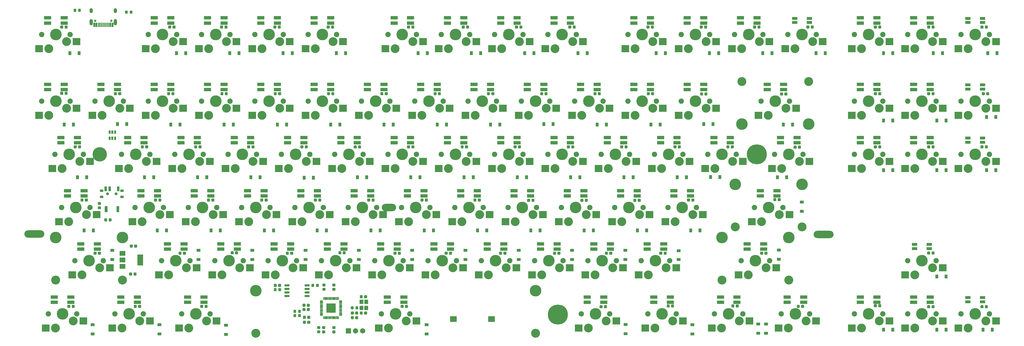
<source format=gbs>
%TF.GenerationSoftware,KiCad,Pcbnew,(5.1.2)-1*%
%TF.CreationDate,2021-11-08T02:50:53-08:00*%
%TF.ProjectId,PyKey60,50794b65-7936-4302-9e6b-696361645f70,1.1a*%
%TF.SameCoordinates,Original*%
%TF.FileFunction,Soldermask,Bot*%
%TF.FilePolarity,Negative*%
%FSLAX46Y46*%
G04 Gerber Fmt 4.6, Leading zero omitted, Abs format (unit mm)*
G04 Created by KiCad (PCBNEW (5.1.2)-1) date 2021-11-08 02:50:53*
%MOMM*%
%LPD*%
G04 APERTURE LIST*
%ADD10C,0.150000*%
%ADD11C,1.027400*%
%ADD12R,2.458999X2.109000*%
%ADD13R,1.952400X1.052400*%
%ADD14R,2.702400X2.652400*%
%ADD15C,3.152400*%
%ADD16C,1.902400*%
%ADD17C,4.152400*%
%ADD18R,2.652400X1.252400*%
%ADD19C,3.202400*%
%ADD20C,1.052400*%
%ADD21R,1.052400X1.352400*%
%ADD22O,5.152400X2.652400*%
%ADD23O,7.152640X2.651760*%
%ADD24C,7.152640*%
%ADD25C,5.153660*%
%ADD26O,1.852400X1.852400*%
%ADD27R,1.852400X1.852400*%
%ADD28C,0.952400*%
%ADD29R,2.152400X1.652400*%
%ADD30R,2.152400X3.952400*%
%ADD31R,1.352400X1.552400*%
%ADD32R,0.752400X1.602400*%
%ADD33R,0.452400X1.602400*%
%ADD34O,1.152400X2.252400*%
%ADD35C,0.802400*%
%ADD36O,1.152400X1.752400*%
%ADD37R,1.352400X1.052400*%
%ADD38C,3.352400*%
%ADD39C,0.352400*%
%ADD40R,0.802400X1.212400*%
%ADD41C,0.752400*%
%ADD42R,0.852400X1.652400*%
%ADD43R,1.152400X0.952400*%
G04 APERTURE END LIST*
D10*
%TO.C,R8*%
G36*
X87314526Y-111560037D02*
G01*
X87339459Y-111563735D01*
X87363910Y-111569860D01*
X87387642Y-111578352D01*
X87410428Y-111589129D01*
X87432048Y-111602087D01*
X87452294Y-111617102D01*
X87470970Y-111634030D01*
X87487898Y-111652706D01*
X87502913Y-111672952D01*
X87515871Y-111694572D01*
X87526648Y-111717358D01*
X87535140Y-111741090D01*
X87541265Y-111765541D01*
X87544963Y-111790474D01*
X87546200Y-111815650D01*
X87546200Y-112329350D01*
X87544963Y-112354526D01*
X87541265Y-112379459D01*
X87535140Y-112403910D01*
X87526648Y-112427642D01*
X87515871Y-112450428D01*
X87502913Y-112472048D01*
X87487898Y-112492294D01*
X87470970Y-112510970D01*
X87452294Y-112527898D01*
X87432048Y-112542913D01*
X87410428Y-112555871D01*
X87387642Y-112566648D01*
X87363910Y-112575140D01*
X87339459Y-112581265D01*
X87314526Y-112584963D01*
X87289350Y-112586200D01*
X86700650Y-112586200D01*
X86675474Y-112584963D01*
X86650541Y-112581265D01*
X86626090Y-112575140D01*
X86602358Y-112566648D01*
X86579572Y-112555871D01*
X86557952Y-112542913D01*
X86537706Y-112527898D01*
X86519030Y-112510970D01*
X86502102Y-112492294D01*
X86487087Y-112472048D01*
X86474129Y-112450428D01*
X86463352Y-112427642D01*
X86454860Y-112403910D01*
X86448735Y-112379459D01*
X86445037Y-112354526D01*
X86443800Y-112329350D01*
X86443800Y-111815650D01*
X86445037Y-111790474D01*
X86448735Y-111765541D01*
X86454860Y-111741090D01*
X86463352Y-111717358D01*
X86474129Y-111694572D01*
X86487087Y-111672952D01*
X86502102Y-111652706D01*
X86519030Y-111634030D01*
X86537706Y-111617102D01*
X86557952Y-111602087D01*
X86579572Y-111589129D01*
X86602358Y-111578352D01*
X86626090Y-111569860D01*
X86650541Y-111563735D01*
X86675474Y-111560037D01*
X86700650Y-111558800D01*
X87289350Y-111558800D01*
X87314526Y-111560037D01*
X87314526Y-111560037D01*
G37*
D11*
X86995000Y-112072500D03*
D10*
G36*
X87314526Y-109985037D02*
G01*
X87339459Y-109988735D01*
X87363910Y-109994860D01*
X87387642Y-110003352D01*
X87410428Y-110014129D01*
X87432048Y-110027087D01*
X87452294Y-110042102D01*
X87470970Y-110059030D01*
X87487898Y-110077706D01*
X87502913Y-110097952D01*
X87515871Y-110119572D01*
X87526648Y-110142358D01*
X87535140Y-110166090D01*
X87541265Y-110190541D01*
X87544963Y-110215474D01*
X87546200Y-110240650D01*
X87546200Y-110754350D01*
X87544963Y-110779526D01*
X87541265Y-110804459D01*
X87535140Y-110828910D01*
X87526648Y-110852642D01*
X87515871Y-110875428D01*
X87502913Y-110897048D01*
X87487898Y-110917294D01*
X87470970Y-110935970D01*
X87452294Y-110952898D01*
X87432048Y-110967913D01*
X87410428Y-110980871D01*
X87387642Y-110991648D01*
X87363910Y-111000140D01*
X87339459Y-111006265D01*
X87314526Y-111009963D01*
X87289350Y-111011200D01*
X86700650Y-111011200D01*
X86675474Y-111009963D01*
X86650541Y-111006265D01*
X86626090Y-111000140D01*
X86602358Y-110991648D01*
X86579572Y-110980871D01*
X86557952Y-110967913D01*
X86537706Y-110952898D01*
X86519030Y-110935970D01*
X86502102Y-110917294D01*
X86487087Y-110897048D01*
X86474129Y-110875428D01*
X86463352Y-110852642D01*
X86454860Y-110828910D01*
X86448735Y-110804459D01*
X86445037Y-110779526D01*
X86443800Y-110754350D01*
X86443800Y-110240650D01*
X86445037Y-110215474D01*
X86448735Y-110190541D01*
X86454860Y-110166090D01*
X86463352Y-110142358D01*
X86474129Y-110119572D01*
X86487087Y-110097952D01*
X86502102Y-110077706D01*
X86519030Y-110059030D01*
X86537706Y-110042102D01*
X86557952Y-110027087D01*
X86579572Y-110014129D01*
X86602358Y-110003352D01*
X86626090Y-109994860D01*
X86650541Y-109988735D01*
X86675474Y-109985037D01*
X86700650Y-109983800D01*
X87289350Y-109983800D01*
X87314526Y-109985037D01*
X87314526Y-109985037D01*
G37*
D11*
X86995000Y-110497500D03*
%TD*%
D10*
%TO.C,D101*%
G36*
X89529526Y-115815037D02*
G01*
X89554459Y-115818735D01*
X89578910Y-115824860D01*
X89602642Y-115833352D01*
X89625428Y-115844129D01*
X89647048Y-115857087D01*
X89667294Y-115872102D01*
X89685970Y-115889030D01*
X89702898Y-115907706D01*
X89717913Y-115927952D01*
X89730871Y-115949572D01*
X89741648Y-115972358D01*
X89750140Y-115996090D01*
X89756265Y-116020541D01*
X89759963Y-116045474D01*
X89761200Y-116070650D01*
X89761200Y-116659350D01*
X89759963Y-116684526D01*
X89756265Y-116709459D01*
X89750140Y-116733910D01*
X89741648Y-116757642D01*
X89730871Y-116780428D01*
X89717913Y-116802048D01*
X89702898Y-116822294D01*
X89685970Y-116840970D01*
X89667294Y-116857898D01*
X89647048Y-116872913D01*
X89625428Y-116885871D01*
X89602642Y-116896648D01*
X89578910Y-116905140D01*
X89554459Y-116911265D01*
X89529526Y-116914963D01*
X89504350Y-116916200D01*
X88990650Y-116916200D01*
X88965474Y-116914963D01*
X88940541Y-116911265D01*
X88916090Y-116905140D01*
X88892358Y-116896648D01*
X88869572Y-116885871D01*
X88847952Y-116872913D01*
X88827706Y-116857898D01*
X88809030Y-116840970D01*
X88792102Y-116822294D01*
X88777087Y-116802048D01*
X88764129Y-116780428D01*
X88753352Y-116757642D01*
X88744860Y-116733910D01*
X88738735Y-116709459D01*
X88735037Y-116684526D01*
X88733800Y-116659350D01*
X88733800Y-116070650D01*
X88735037Y-116045474D01*
X88738735Y-116020541D01*
X88744860Y-115996090D01*
X88753352Y-115972358D01*
X88764129Y-115949572D01*
X88777087Y-115927952D01*
X88792102Y-115907706D01*
X88809030Y-115889030D01*
X88827706Y-115872102D01*
X88847952Y-115857087D01*
X88869572Y-115844129D01*
X88892358Y-115833352D01*
X88916090Y-115824860D01*
X88940541Y-115818735D01*
X88965474Y-115815037D01*
X88990650Y-115813800D01*
X89504350Y-115813800D01*
X89529526Y-115815037D01*
X89529526Y-115815037D01*
G37*
D11*
X89247500Y-116365000D03*
D10*
G36*
X91104526Y-115815037D02*
G01*
X91129459Y-115818735D01*
X91153910Y-115824860D01*
X91177642Y-115833352D01*
X91200428Y-115844129D01*
X91222048Y-115857087D01*
X91242294Y-115872102D01*
X91260970Y-115889030D01*
X91277898Y-115907706D01*
X91292913Y-115927952D01*
X91305871Y-115949572D01*
X91316648Y-115972358D01*
X91325140Y-115996090D01*
X91331265Y-116020541D01*
X91334963Y-116045474D01*
X91336200Y-116070650D01*
X91336200Y-116659350D01*
X91334963Y-116684526D01*
X91331265Y-116709459D01*
X91325140Y-116733910D01*
X91316648Y-116757642D01*
X91305871Y-116780428D01*
X91292913Y-116802048D01*
X91277898Y-116822294D01*
X91260970Y-116840970D01*
X91242294Y-116857898D01*
X91222048Y-116872913D01*
X91200428Y-116885871D01*
X91177642Y-116896648D01*
X91153910Y-116905140D01*
X91129459Y-116911265D01*
X91104526Y-116914963D01*
X91079350Y-116916200D01*
X90565650Y-116916200D01*
X90540474Y-116914963D01*
X90515541Y-116911265D01*
X90491090Y-116905140D01*
X90467358Y-116896648D01*
X90444572Y-116885871D01*
X90422952Y-116872913D01*
X90402706Y-116857898D01*
X90384030Y-116840970D01*
X90367102Y-116822294D01*
X90352087Y-116802048D01*
X90339129Y-116780428D01*
X90328352Y-116757642D01*
X90319860Y-116733910D01*
X90313735Y-116709459D01*
X90310037Y-116684526D01*
X90308800Y-116659350D01*
X90308800Y-116070650D01*
X90310037Y-116045474D01*
X90313735Y-116020541D01*
X90319860Y-115996090D01*
X90328352Y-115972358D01*
X90339129Y-115949572D01*
X90352087Y-115927952D01*
X90367102Y-115907706D01*
X90384030Y-115889030D01*
X90402706Y-115872102D01*
X90422952Y-115857087D01*
X90444572Y-115844129D01*
X90467358Y-115833352D01*
X90491090Y-115824860D01*
X90515541Y-115818735D01*
X90540474Y-115815037D01*
X90565650Y-115813800D01*
X91079350Y-115813800D01*
X91104526Y-115815037D01*
X91104526Y-115815037D01*
G37*
D11*
X90822500Y-116365000D03*
%TD*%
D12*
%TO.C,LS1*%
X213552900Y-151925000D03*
X227137100Y-151925000D03*
%TD*%
D13*
%TO.C,U74*%
X335537500Y-44207500D03*
X335537500Y-45707500D03*
X340737500Y-44207500D03*
X340737500Y-45707500D03*
D14*
X332122500Y-55087500D03*
X345547500Y-52547500D03*
D15*
X335597500Y-55087500D03*
X341947500Y-52547500D03*
D16*
X333057500Y-50007500D03*
X343217500Y-50007500D03*
D17*
X338137500Y-50007500D03*
%TD*%
D13*
%TO.C,U77*%
X397450000Y-44207500D03*
X397450000Y-45707500D03*
X402650000Y-44207500D03*
X402650000Y-45707500D03*
D14*
X394035000Y-55087500D03*
X407460000Y-52547500D03*
D15*
X397510000Y-55087500D03*
X403860000Y-52547500D03*
D16*
X394970000Y-50007500D03*
X405130000Y-50007500D03*
D17*
X400050000Y-50007500D03*
%TD*%
D13*
%TO.C,U80*%
X397450000Y-68020000D03*
X397450000Y-69520000D03*
X402650000Y-68020000D03*
X402650000Y-69520000D03*
D14*
X394035000Y-78900000D03*
X407460000Y-76360000D03*
D15*
X397510000Y-78900000D03*
X403860000Y-76360000D03*
D16*
X394970000Y-73820000D03*
X405130000Y-73820000D03*
D17*
X400050000Y-73820000D03*
%TD*%
D13*
%TO.C,U83*%
X397450000Y-87070000D03*
X397450000Y-88570000D03*
X402650000Y-87070000D03*
X402650000Y-88570000D03*
D14*
X394035000Y-97950000D03*
X407460000Y-95410000D03*
D15*
X397510000Y-97950000D03*
X403860000Y-95410000D03*
D16*
X394970000Y-92870000D03*
X405130000Y-92870000D03*
D17*
X400050000Y-92870000D03*
%TD*%
D13*
%TO.C,U84*%
X378400000Y-125170000D03*
X378400000Y-126670000D03*
X383600000Y-125170000D03*
X383600000Y-126670000D03*
D14*
X374985000Y-136050000D03*
X388410000Y-133510000D03*
D15*
X378460000Y-136050000D03*
X384810000Y-133510000D03*
D16*
X375920000Y-130970000D03*
X386080000Y-130970000D03*
D17*
X381000000Y-130970000D03*
%TD*%
D13*
%TO.C,U87*%
X397450000Y-144220000D03*
X397450000Y-145720000D03*
X402650000Y-144220000D03*
X402650000Y-145720000D03*
D14*
X394035000Y-155100000D03*
X407460000Y-152560000D03*
D15*
X397510000Y-155100000D03*
X403860000Y-152560000D03*
D16*
X394970000Y-150020000D03*
X405130000Y-150020000D03*
D17*
X400050000Y-150020000D03*
%TD*%
D18*
%TO.C,U42*%
X80362000Y-124970000D03*
X80362000Y-126870000D03*
X86262000Y-124970000D03*
X86262000Y-126870000D03*
D19*
X71374000Y-137970000D03*
D17*
X71374000Y-122730000D03*
X95250000Y-122730000D03*
D19*
X95250000Y-137970000D03*
D14*
X77297000Y-136050000D03*
X90722000Y-133510000D03*
D15*
X80772000Y-136050000D03*
X87122000Y-133510000D03*
D16*
X78232000Y-130970000D03*
X88392000Y-130970000D03*
D17*
X83312000Y-130970000D03*
%TD*%
D18*
%TO.C,U1*%
X68487500Y-67820000D03*
X68487500Y-69720000D03*
X74387500Y-67820000D03*
X74387500Y-69720000D03*
D14*
X65422500Y-78900000D03*
X78847500Y-76360000D03*
D15*
X68897500Y-78900000D03*
X75247500Y-76360000D03*
D16*
X66357500Y-73820000D03*
X76517500Y-73820000D03*
D17*
X71437500Y-73820000D03*
%TD*%
D18*
%TO.C,U2*%
X87537500Y-67820000D03*
X87537500Y-69720000D03*
X93437500Y-67820000D03*
X93437500Y-69720000D03*
D14*
X84472500Y-78900000D03*
X97897500Y-76360000D03*
D15*
X87947500Y-78900000D03*
X94297500Y-76360000D03*
D16*
X85407500Y-73820000D03*
X95567500Y-73820000D03*
D17*
X90487500Y-73820000D03*
%TD*%
D18*
%TO.C,U3*%
X106588000Y-67820000D03*
X106588000Y-69720000D03*
X112488000Y-67820000D03*
X112488000Y-69720000D03*
D14*
X103523000Y-78900000D03*
X116948000Y-76360000D03*
D15*
X106998000Y-78900000D03*
X113348000Y-76360000D03*
D16*
X104458000Y-73820000D03*
X114618000Y-73820000D03*
D17*
X109538000Y-73820000D03*
%TD*%
D18*
%TO.C,U4*%
X125638000Y-67820000D03*
X125638000Y-69720000D03*
X131538000Y-67820000D03*
X131538000Y-69720000D03*
D14*
X122573000Y-78900000D03*
X135998000Y-76360000D03*
D15*
X126048000Y-78900000D03*
X132398000Y-76360000D03*
D16*
X123508000Y-73820000D03*
X133668000Y-73820000D03*
D17*
X128588000Y-73820000D03*
%TD*%
D18*
%TO.C,U5*%
X144688000Y-67820000D03*
X144688000Y-69720000D03*
X150588000Y-67820000D03*
X150588000Y-69720000D03*
D14*
X141623000Y-78900000D03*
X155048000Y-76360000D03*
D15*
X145098000Y-78900000D03*
X151448000Y-76360000D03*
D16*
X142558000Y-73820000D03*
X152718000Y-73820000D03*
D17*
X147638000Y-73820000D03*
%TD*%
D18*
%TO.C,U6*%
X163738000Y-67820000D03*
X163738000Y-69720000D03*
X169638000Y-67820000D03*
X169638000Y-69720000D03*
D14*
X160673000Y-78900000D03*
X174098000Y-76360000D03*
D15*
X164148000Y-78900000D03*
X170498000Y-76360000D03*
D16*
X161608000Y-73820000D03*
X171768000Y-73820000D03*
D17*
X166688000Y-73820000D03*
%TD*%
D18*
%TO.C,U8*%
X201838000Y-67820000D03*
X201838000Y-69720000D03*
X207738000Y-67820000D03*
X207738000Y-69720000D03*
D14*
X198773000Y-78900000D03*
X212198000Y-76360000D03*
D15*
X202248000Y-78900000D03*
X208598000Y-76360000D03*
D16*
X199708000Y-73820000D03*
X209868000Y-73820000D03*
D17*
X204788000Y-73820000D03*
%TD*%
D18*
%TO.C,U9*%
X220888000Y-67820000D03*
X220888000Y-69720000D03*
X226788000Y-67820000D03*
X226788000Y-69720000D03*
D14*
X217823000Y-78900000D03*
X231248000Y-76360000D03*
D15*
X221298000Y-78900000D03*
X227648000Y-76360000D03*
D16*
X218758000Y-73820000D03*
X228918000Y-73820000D03*
D17*
X223838000Y-73820000D03*
%TD*%
D18*
%TO.C,U10*%
X239938000Y-67820000D03*
X239938000Y-69720000D03*
X245838000Y-67820000D03*
X245838000Y-69720000D03*
D14*
X236873000Y-78900000D03*
X250298000Y-76360000D03*
D15*
X240348000Y-78900000D03*
X246698000Y-76360000D03*
D16*
X237808000Y-73820000D03*
X247968000Y-73820000D03*
D17*
X242888000Y-73820000D03*
%TD*%
D18*
%TO.C,U11*%
X258988000Y-67820000D03*
X258988000Y-69720000D03*
X264888000Y-67820000D03*
X264888000Y-69720000D03*
D14*
X255923000Y-78900000D03*
X269348000Y-76360000D03*
D15*
X259398000Y-78900000D03*
X265748000Y-76360000D03*
D16*
X256858000Y-73820000D03*
X267018000Y-73820000D03*
D17*
X261938000Y-73820000D03*
%TD*%
D18*
%TO.C,U12*%
X278038000Y-67820000D03*
X278038000Y-69720000D03*
X283938000Y-67820000D03*
X283938000Y-69720000D03*
D14*
X274973000Y-78900000D03*
X288398000Y-76360000D03*
D15*
X278448000Y-78900000D03*
X284798000Y-76360000D03*
D16*
X275908000Y-73820000D03*
X286068000Y-73820000D03*
D17*
X280988000Y-73820000D03*
%TD*%
D18*
%TO.C,U13*%
X297088000Y-67820000D03*
X297088000Y-69720000D03*
X302988000Y-67820000D03*
X302988000Y-69720000D03*
D14*
X294023000Y-78900000D03*
X307448000Y-76360000D03*
D15*
X297498000Y-78900000D03*
X303848000Y-76360000D03*
D16*
X294958000Y-73820000D03*
X305118000Y-73820000D03*
D17*
X300038000Y-73820000D03*
%TD*%
D18*
%TO.C,U16*%
X97062000Y-86870000D03*
X97062000Y-88770000D03*
X102962000Y-86870000D03*
X102962000Y-88770000D03*
D14*
X93997000Y-97950000D03*
X107422000Y-95410000D03*
D15*
X97472000Y-97950000D03*
X103822000Y-95410000D03*
D16*
X94932000Y-92870000D03*
X105092000Y-92870000D03*
D17*
X100012000Y-92870000D03*
%TD*%
D18*
%TO.C,U17*%
X116112000Y-86870000D03*
X116112000Y-88770000D03*
X122012000Y-86870000D03*
X122012000Y-88770000D03*
D14*
X113047000Y-97950000D03*
X126472000Y-95410000D03*
D15*
X116522000Y-97950000D03*
X122872000Y-95410000D03*
D16*
X113982000Y-92870000D03*
X124142000Y-92870000D03*
D17*
X119062000Y-92870000D03*
%TD*%
D18*
%TO.C,U18*%
X135162000Y-86870000D03*
X135162000Y-88770000D03*
X141062000Y-86870000D03*
X141062000Y-88770000D03*
D14*
X132097000Y-97950000D03*
X145522000Y-95410000D03*
D15*
X135572000Y-97950000D03*
X141922000Y-95410000D03*
D16*
X133032000Y-92870000D03*
X143192000Y-92870000D03*
D17*
X138112000Y-92870000D03*
%TD*%
D18*
%TO.C,U19*%
X154212000Y-86870000D03*
X154212000Y-88770000D03*
X160112000Y-86870000D03*
X160112000Y-88770000D03*
D14*
X151147000Y-97950000D03*
X164572000Y-95410000D03*
D15*
X154622000Y-97950000D03*
X160972000Y-95410000D03*
D16*
X152082000Y-92870000D03*
X162242000Y-92870000D03*
D17*
X157162000Y-92870000D03*
%TD*%
D18*
%TO.C,U20*%
X173262000Y-86870000D03*
X173262000Y-88770000D03*
X179162000Y-86870000D03*
X179162000Y-88770000D03*
D14*
X170197000Y-97950000D03*
X183622000Y-95410000D03*
D15*
X173672000Y-97950000D03*
X180022000Y-95410000D03*
D16*
X171132000Y-92870000D03*
X181292000Y-92870000D03*
D17*
X176212000Y-92870000D03*
%TD*%
D18*
%TO.C,U21*%
X192312000Y-86870000D03*
X192312000Y-88770000D03*
X198212000Y-86870000D03*
X198212000Y-88770000D03*
D14*
X189247000Y-97950000D03*
X202672000Y-95410000D03*
D15*
X192722000Y-97950000D03*
X199072000Y-95410000D03*
D16*
X190182000Y-92870000D03*
X200342000Y-92870000D03*
D17*
X195262000Y-92870000D03*
%TD*%
D18*
%TO.C,U22*%
X211362000Y-86870000D03*
X211362000Y-88770000D03*
X217262000Y-86870000D03*
X217262000Y-88770000D03*
D14*
X208297000Y-97950000D03*
X221722000Y-95410000D03*
D15*
X211772000Y-97950000D03*
X218122000Y-95410000D03*
D16*
X209232000Y-92870000D03*
X219392000Y-92870000D03*
D17*
X214312000Y-92870000D03*
%TD*%
D18*
%TO.C,U23*%
X230412000Y-86870000D03*
X230412000Y-88770000D03*
X236312000Y-86870000D03*
X236312000Y-88770000D03*
D14*
X227347000Y-97950000D03*
X240772000Y-95410000D03*
D15*
X230822000Y-97950000D03*
X237172000Y-95410000D03*
D16*
X228282000Y-92870000D03*
X238442000Y-92870000D03*
D17*
X233362000Y-92870000D03*
%TD*%
D18*
%TO.C,U24*%
X249462000Y-86870000D03*
X249462000Y-88770000D03*
X255362000Y-86870000D03*
X255362000Y-88770000D03*
D14*
X246397000Y-97950000D03*
X259822000Y-95410000D03*
D15*
X249872000Y-97950000D03*
X256222000Y-95410000D03*
D16*
X247332000Y-92870000D03*
X257492000Y-92870000D03*
D17*
X252412000Y-92870000D03*
%TD*%
D18*
%TO.C,U25*%
X268512000Y-86870000D03*
X268512000Y-88770000D03*
X274412000Y-86870000D03*
X274412000Y-88770000D03*
D14*
X265447000Y-97950000D03*
X278872000Y-95410000D03*
D15*
X268922000Y-97950000D03*
X275272000Y-95410000D03*
D16*
X266382000Y-92870000D03*
X276542000Y-92870000D03*
D17*
X271462000Y-92870000D03*
%TD*%
D18*
%TO.C,U26*%
X287562000Y-86870000D03*
X287562000Y-88770000D03*
X293462000Y-86870000D03*
X293462000Y-88770000D03*
D14*
X284497000Y-97950000D03*
X297922000Y-95410000D03*
D15*
X287972000Y-97950000D03*
X294322000Y-95410000D03*
D16*
X285432000Y-92870000D03*
X295592000Y-92870000D03*
D17*
X290512000Y-92870000D03*
%TD*%
D18*
%TO.C,U27*%
X306612000Y-86870000D03*
X306612000Y-88770000D03*
X312512000Y-86870000D03*
X312512000Y-88770000D03*
D14*
X303547000Y-97950000D03*
X316972000Y-95410000D03*
D15*
X307022000Y-97950000D03*
X313372000Y-95410000D03*
D16*
X304482000Y-92870000D03*
X314642000Y-92870000D03*
D17*
X309562000Y-92870000D03*
%TD*%
D18*
%TO.C,U30*%
X101825000Y-105920000D03*
X101825000Y-107820000D03*
X107725000Y-105920000D03*
X107725000Y-107820000D03*
D14*
X98760000Y-117000000D03*
X112185000Y-114460000D03*
D15*
X102235000Y-117000000D03*
X108585000Y-114460000D03*
D16*
X99695000Y-111920000D03*
X109855000Y-111920000D03*
D17*
X104775000Y-111920000D03*
%TD*%
D18*
%TO.C,U31*%
X120875000Y-105920000D03*
X120875000Y-107820000D03*
X126775000Y-105920000D03*
X126775000Y-107820000D03*
D14*
X117810000Y-117000000D03*
X131235000Y-114460000D03*
D15*
X121285000Y-117000000D03*
X127635000Y-114460000D03*
D16*
X118745000Y-111920000D03*
X128905000Y-111920000D03*
D17*
X123825000Y-111920000D03*
%TD*%
D18*
%TO.C,U32*%
X139925000Y-105920000D03*
X139925000Y-107820000D03*
X145825000Y-105920000D03*
X145825000Y-107820000D03*
D14*
X136860000Y-117000000D03*
X150285000Y-114460000D03*
D15*
X140335000Y-117000000D03*
X146685000Y-114460000D03*
D16*
X137795000Y-111920000D03*
X147955000Y-111920000D03*
D17*
X142875000Y-111920000D03*
%TD*%
D18*
%TO.C,U33*%
X158975000Y-105920000D03*
X158975000Y-107820000D03*
X164875000Y-105920000D03*
X164875000Y-107820000D03*
D14*
X155910000Y-117000000D03*
X169335000Y-114460000D03*
D15*
X159385000Y-117000000D03*
X165735000Y-114460000D03*
D16*
X156845000Y-111920000D03*
X167005000Y-111920000D03*
D17*
X161925000Y-111920000D03*
%TD*%
D18*
%TO.C,U34*%
X178025000Y-105920000D03*
X178025000Y-107820000D03*
X183925000Y-105920000D03*
X183925000Y-107820000D03*
D14*
X174960000Y-117000000D03*
X188385000Y-114460000D03*
D15*
X178435000Y-117000000D03*
X184785000Y-114460000D03*
D16*
X175895000Y-111920000D03*
X186055000Y-111920000D03*
D17*
X180975000Y-111920000D03*
%TD*%
D18*
%TO.C,U35*%
X197075000Y-105920000D03*
X197075000Y-107820000D03*
X202975000Y-105920000D03*
X202975000Y-107820000D03*
D14*
X194010000Y-117000000D03*
X207435000Y-114460000D03*
D15*
X197485000Y-117000000D03*
X203835000Y-114460000D03*
D16*
X194945000Y-111920000D03*
X205105000Y-111920000D03*
D17*
X200025000Y-111920000D03*
%TD*%
D18*
%TO.C,U36*%
X216125000Y-105920000D03*
X216125000Y-107820000D03*
X222025000Y-105920000D03*
X222025000Y-107820000D03*
D14*
X213060000Y-117000000D03*
X226485000Y-114460000D03*
D15*
X216535000Y-117000000D03*
X222885000Y-114460000D03*
D16*
X213995000Y-111920000D03*
X224155000Y-111920000D03*
D17*
X219075000Y-111920000D03*
%TD*%
D18*
%TO.C,U37*%
X235175000Y-105920000D03*
X235175000Y-107820000D03*
X241075000Y-105920000D03*
X241075000Y-107820000D03*
D14*
X232110000Y-117000000D03*
X245535000Y-114460000D03*
D15*
X235585000Y-117000000D03*
X241935000Y-114460000D03*
D16*
X233045000Y-111920000D03*
X243205000Y-111920000D03*
D17*
X238125000Y-111920000D03*
%TD*%
D18*
%TO.C,U38*%
X254225000Y-105920000D03*
X254225000Y-107820000D03*
X260125000Y-105920000D03*
X260125000Y-107820000D03*
D14*
X251160000Y-117000000D03*
X264585000Y-114460000D03*
D15*
X254635000Y-117000000D03*
X260985000Y-114460000D03*
D16*
X252095000Y-111920000D03*
X262255000Y-111920000D03*
D17*
X257175000Y-111920000D03*
%TD*%
D18*
%TO.C,U39*%
X273275000Y-105920000D03*
X273275000Y-107820000D03*
X279175000Y-105920000D03*
X279175000Y-107820000D03*
D14*
X270210000Y-117000000D03*
X283635000Y-114460000D03*
D15*
X273685000Y-117000000D03*
X280035000Y-114460000D03*
D16*
X271145000Y-111920000D03*
X281305000Y-111920000D03*
D17*
X276225000Y-111920000D03*
%TD*%
D18*
%TO.C,U40*%
X292325000Y-105920000D03*
X292325000Y-107820000D03*
X298225000Y-105920000D03*
X298225000Y-107820000D03*
D14*
X289260000Y-117000000D03*
X302685000Y-114460000D03*
D15*
X292735000Y-117000000D03*
X299085000Y-114460000D03*
D16*
X290195000Y-111920000D03*
X300355000Y-111920000D03*
D17*
X295275000Y-111920000D03*
%TD*%
D18*
%TO.C,U43*%
X111350000Y-124970000D03*
X111350000Y-126870000D03*
X117250000Y-124970000D03*
X117250000Y-126870000D03*
D14*
X108285000Y-136050000D03*
X121710000Y-133510000D03*
D15*
X111760000Y-136050000D03*
X118110000Y-133510000D03*
D16*
X109220000Y-130970000D03*
X119380000Y-130970000D03*
D17*
X114300000Y-130970000D03*
%TD*%
D18*
%TO.C,U44*%
X130400000Y-124970000D03*
X130400000Y-126870000D03*
X136300000Y-124970000D03*
X136300000Y-126870000D03*
D14*
X127335000Y-136050000D03*
X140760000Y-133510000D03*
D15*
X130810000Y-136050000D03*
X137160000Y-133510000D03*
D16*
X128270000Y-130970000D03*
X138430000Y-130970000D03*
D17*
X133350000Y-130970000D03*
%TD*%
D18*
%TO.C,U45*%
X149450000Y-124970000D03*
X149450000Y-126870000D03*
X155350000Y-124970000D03*
X155350000Y-126870000D03*
D14*
X146385000Y-136050000D03*
X159810000Y-133510000D03*
D15*
X149860000Y-136050000D03*
X156210000Y-133510000D03*
D16*
X147320000Y-130970000D03*
X157480000Y-130970000D03*
D17*
X152400000Y-130970000D03*
%TD*%
D18*
%TO.C,U46*%
X168500000Y-124970000D03*
X168500000Y-126870000D03*
X174400000Y-124970000D03*
X174400000Y-126870000D03*
D14*
X165435000Y-136050000D03*
X178860000Y-133510000D03*
D15*
X168910000Y-136050000D03*
X175260000Y-133510000D03*
D16*
X166370000Y-130970000D03*
X176530000Y-130970000D03*
D17*
X171450000Y-130970000D03*
%TD*%
D18*
%TO.C,U47*%
X187550000Y-124970000D03*
X187550000Y-126870000D03*
X193450000Y-124970000D03*
X193450000Y-126870000D03*
D14*
X184485000Y-136050000D03*
X197910000Y-133510000D03*
D15*
X187960000Y-136050000D03*
X194310000Y-133510000D03*
D16*
X185420000Y-130970000D03*
X195580000Y-130970000D03*
D17*
X190500000Y-130970000D03*
%TD*%
D18*
%TO.C,U48*%
X206600000Y-124970000D03*
X206600000Y-126870000D03*
X212500000Y-124970000D03*
X212500000Y-126870000D03*
D14*
X203535000Y-136050000D03*
X216960000Y-133510000D03*
D15*
X207010000Y-136050000D03*
X213360000Y-133510000D03*
D16*
X204470000Y-130970000D03*
X214630000Y-130970000D03*
D17*
X209550000Y-130970000D03*
%TD*%
D18*
%TO.C,U49*%
X225650000Y-124970000D03*
X225650000Y-126870000D03*
X231550000Y-124970000D03*
X231550000Y-126870000D03*
D14*
X222585000Y-136050000D03*
X236010000Y-133510000D03*
D15*
X226060000Y-136050000D03*
X232410000Y-133510000D03*
D16*
X223520000Y-130970000D03*
X233680000Y-130970000D03*
D17*
X228600000Y-130970000D03*
%TD*%
D18*
%TO.C,U50*%
X244700000Y-124970000D03*
X244700000Y-126870000D03*
X250600000Y-124970000D03*
X250600000Y-126870000D03*
D14*
X241635000Y-136050000D03*
X255060000Y-133510000D03*
D15*
X245110000Y-136050000D03*
X251460000Y-133510000D03*
D16*
X242570000Y-130970000D03*
X252730000Y-130970000D03*
D17*
X247650000Y-130970000D03*
%TD*%
D18*
%TO.C,U51*%
X263750000Y-124970000D03*
X263750000Y-126870000D03*
X269650000Y-124970000D03*
X269650000Y-126870000D03*
D14*
X260685000Y-136050000D03*
X274110000Y-133510000D03*
D15*
X264160000Y-136050000D03*
X270510000Y-133510000D03*
D16*
X261620000Y-130970000D03*
X271780000Y-130970000D03*
D17*
X266700000Y-130970000D03*
%TD*%
D18*
%TO.C,U52*%
X282800000Y-124970000D03*
X282800000Y-126870000D03*
X288700000Y-124970000D03*
X288700000Y-126870000D03*
D14*
X279735000Y-136050000D03*
X293160000Y-133510000D03*
D15*
X283210000Y-136050000D03*
X289560000Y-133510000D03*
D16*
X280670000Y-130970000D03*
X290830000Y-130970000D03*
D17*
X285750000Y-130970000D03*
%TD*%
D18*
%TO.C,U62*%
X68487500Y-44007500D03*
X68487500Y-45907500D03*
X74387500Y-44007500D03*
X74387500Y-45907500D03*
D14*
X65422500Y-55087500D03*
X78847500Y-52547500D03*
D15*
X68897500Y-55087500D03*
X75247500Y-52547500D03*
D16*
X66357500Y-50007500D03*
X76517500Y-50007500D03*
D17*
X71437500Y-50007500D03*
%TD*%
%TO.C,U63*%
X109537500Y-50007500D03*
D16*
X114617500Y-50007500D03*
X104457500Y-50007500D03*
D15*
X113347500Y-52547500D03*
X106997500Y-55087500D03*
D14*
X116947500Y-52547500D03*
X103522500Y-55087500D03*
D18*
X112487500Y-45907500D03*
X112487500Y-44007500D03*
X106587500Y-45907500D03*
X106587500Y-44007500D03*
%TD*%
%TO.C,U64*%
X125637500Y-44007500D03*
X125637500Y-45907500D03*
X131537500Y-44007500D03*
X131537500Y-45907500D03*
D14*
X122572500Y-55087500D03*
X135997500Y-52547500D03*
D15*
X126047500Y-55087500D03*
X132397500Y-52547500D03*
D16*
X123507500Y-50007500D03*
X133667500Y-50007500D03*
D17*
X128587500Y-50007500D03*
%TD*%
D18*
%TO.C,U65*%
X144687500Y-44007500D03*
X144687500Y-45907500D03*
X150587500Y-44007500D03*
X150587500Y-45907500D03*
D14*
X141622500Y-55087500D03*
X155047500Y-52547500D03*
D15*
X145097500Y-55087500D03*
X151447500Y-52547500D03*
D16*
X142557500Y-50007500D03*
X152717500Y-50007500D03*
D17*
X147637500Y-50007500D03*
%TD*%
D18*
%TO.C,U66*%
X163737500Y-44007500D03*
X163737500Y-45907500D03*
X169637500Y-44007500D03*
X169637500Y-45907500D03*
D14*
X160672500Y-55087500D03*
X174097500Y-52547500D03*
D15*
X164147500Y-55087500D03*
X170497500Y-52547500D03*
D16*
X161607500Y-50007500D03*
X171767500Y-50007500D03*
D17*
X166687500Y-50007500D03*
%TD*%
D18*
%TO.C,U67*%
X192312500Y-44007500D03*
X192312500Y-45907500D03*
X198212500Y-44007500D03*
X198212500Y-45907500D03*
D14*
X189247500Y-55087500D03*
X202672500Y-52547500D03*
D15*
X192722500Y-55087500D03*
X199072500Y-52547500D03*
D16*
X190182500Y-50007500D03*
X200342500Y-50007500D03*
D17*
X195262500Y-50007500D03*
%TD*%
D18*
%TO.C,U68*%
X211362500Y-44007500D03*
X211362500Y-45907500D03*
X217262500Y-44007500D03*
X217262500Y-45907500D03*
D14*
X208297500Y-55087500D03*
X221722500Y-52547500D03*
D15*
X211772500Y-55087500D03*
X218122500Y-52547500D03*
D16*
X209232500Y-50007500D03*
X219392500Y-50007500D03*
D17*
X214312500Y-50007500D03*
%TD*%
D18*
%TO.C,U69*%
X230412500Y-44007500D03*
X230412500Y-45907500D03*
X236312500Y-44007500D03*
X236312500Y-45907500D03*
D14*
X227347500Y-55087500D03*
X240772500Y-52547500D03*
D15*
X230822500Y-55087500D03*
X237172500Y-52547500D03*
D16*
X228282500Y-50007500D03*
X238442500Y-50007500D03*
D17*
X233362500Y-50007500D03*
%TD*%
D18*
%TO.C,U70*%
X249462500Y-44007500D03*
X249462500Y-45907500D03*
X255362500Y-44007500D03*
X255362500Y-45907500D03*
D14*
X246397500Y-55087500D03*
X259822500Y-52547500D03*
D15*
X249872500Y-55087500D03*
X256222500Y-52547500D03*
D16*
X247332500Y-50007500D03*
X257492500Y-50007500D03*
D17*
X252412500Y-50007500D03*
%TD*%
D18*
%TO.C,U71*%
X278037500Y-44007500D03*
X278037500Y-45907500D03*
X283937500Y-44007500D03*
X283937500Y-45907500D03*
D14*
X274972500Y-55087500D03*
X288397500Y-52547500D03*
D15*
X278447500Y-55087500D03*
X284797500Y-52547500D03*
D16*
X275907500Y-50007500D03*
X286067500Y-50007500D03*
D17*
X280987500Y-50007500D03*
%TD*%
D18*
%TO.C,U72*%
X297087500Y-44007500D03*
X297087500Y-45907500D03*
X302987500Y-44007500D03*
X302987500Y-45907500D03*
D14*
X294022500Y-55087500D03*
X307447500Y-52547500D03*
D15*
X297497500Y-55087500D03*
X303847500Y-52547500D03*
D16*
X294957500Y-50007500D03*
X305117500Y-50007500D03*
D17*
X300037500Y-50007500D03*
%TD*%
D18*
%TO.C,U73*%
X316137500Y-44007500D03*
X316137500Y-45907500D03*
X322037500Y-44007500D03*
X322037500Y-45907500D03*
D14*
X313072500Y-55087500D03*
X326497500Y-52547500D03*
D15*
X316547500Y-55087500D03*
X322897500Y-52547500D03*
D16*
X314007500Y-50007500D03*
X324167500Y-50007500D03*
D17*
X319087500Y-50007500D03*
%TD*%
D18*
%TO.C,U75*%
X359000000Y-44007500D03*
X359000000Y-45907500D03*
X364900000Y-44007500D03*
X364900000Y-45907500D03*
D14*
X355935000Y-55087500D03*
X369360000Y-52547500D03*
D15*
X359410000Y-55087500D03*
X365760000Y-52547500D03*
D16*
X356870000Y-50007500D03*
X367030000Y-50007500D03*
D17*
X361950000Y-50007500D03*
%TD*%
D18*
%TO.C,U78*%
X359000000Y-67820000D03*
X359000000Y-69720000D03*
X364900000Y-67820000D03*
X364900000Y-69720000D03*
D14*
X355935000Y-78900000D03*
X369360000Y-76360000D03*
D15*
X359410000Y-78900000D03*
X365760000Y-76360000D03*
D16*
X356870000Y-73820000D03*
X367030000Y-73820000D03*
D17*
X361950000Y-73820000D03*
%TD*%
D18*
%TO.C,U81*%
X359000000Y-86870000D03*
X359000000Y-88770000D03*
X364900000Y-86870000D03*
X364900000Y-88770000D03*
D14*
X355935000Y-97950000D03*
X369360000Y-95410000D03*
D15*
X359410000Y-97950000D03*
X365760000Y-95410000D03*
D16*
X356870000Y-92870000D03*
X367030000Y-92870000D03*
D17*
X361950000Y-92870000D03*
%TD*%
D18*
%TO.C,U85*%
X359000000Y-144020000D03*
X359000000Y-145920000D03*
X364900000Y-144020000D03*
X364900000Y-145920000D03*
D14*
X355935000Y-155100000D03*
X369360000Y-152560000D03*
D15*
X359410000Y-155100000D03*
X365760000Y-152560000D03*
D16*
X356870000Y-150020000D03*
X367030000Y-150020000D03*
D17*
X361950000Y-150020000D03*
%TD*%
D18*
%TO.C,U76*%
X378050000Y-44007500D03*
X378050000Y-45907500D03*
X383950000Y-44007500D03*
X383950000Y-45907500D03*
D14*
X374985000Y-55087500D03*
X388410000Y-52547500D03*
D15*
X378460000Y-55087500D03*
X384810000Y-52547500D03*
D16*
X375920000Y-50007500D03*
X386080000Y-50007500D03*
D17*
X381000000Y-50007500D03*
%TD*%
D18*
%TO.C,U79*%
X378050000Y-67820000D03*
X378050000Y-69720000D03*
X383950000Y-67820000D03*
X383950000Y-69720000D03*
D14*
X374985000Y-78900000D03*
X388410000Y-76360000D03*
D15*
X378460000Y-78900000D03*
X384810000Y-76360000D03*
D16*
X375920000Y-73820000D03*
X386080000Y-73820000D03*
D17*
X381000000Y-73820000D03*
%TD*%
D18*
%TO.C,U82*%
X378050000Y-86870000D03*
X378050000Y-88770000D03*
X383950000Y-86870000D03*
X383950000Y-88770000D03*
D14*
X374985000Y-97950000D03*
X388410000Y-95410000D03*
D15*
X378460000Y-97950000D03*
X384810000Y-95410000D03*
D16*
X375920000Y-92870000D03*
X386080000Y-92870000D03*
D17*
X381000000Y-92870000D03*
%TD*%
D18*
%TO.C,U7*%
X182788000Y-67820000D03*
X182788000Y-69720000D03*
X188688000Y-67820000D03*
X188688000Y-69720000D03*
D14*
X179723000Y-78900000D03*
X193148000Y-76360000D03*
D15*
X183198000Y-78900000D03*
X189548000Y-76360000D03*
D16*
X180658000Y-73820000D03*
X190818000Y-73820000D03*
D17*
X185738000Y-73820000D03*
%TD*%
D18*
%TO.C,U86*%
X378050000Y-144020000D03*
X378050000Y-145920000D03*
X383950000Y-144020000D03*
X383950000Y-145920000D03*
D14*
X374985000Y-155100000D03*
X388410000Y-152560000D03*
D15*
X378460000Y-155100000D03*
X384810000Y-152560000D03*
D16*
X375920000Y-150020000D03*
X386080000Y-150020000D03*
D17*
X381000000Y-150020000D03*
%TD*%
D10*
%TO.C,C65*%
G36*
X226336388Y-70603067D02*
G01*
X226361928Y-70606855D01*
X226386974Y-70613129D01*
X226411284Y-70621827D01*
X226434624Y-70632867D01*
X226456771Y-70646140D01*
X226477509Y-70661521D01*
X226496640Y-70678860D01*
X226513979Y-70697991D01*
X226529360Y-70718729D01*
X226542633Y-70740876D01*
X226553673Y-70764216D01*
X226562371Y-70788526D01*
X226568645Y-70813572D01*
X226572433Y-70839112D01*
X226573700Y-70864900D01*
X226573700Y-71441100D01*
X226572433Y-71466888D01*
X226568645Y-71492428D01*
X226562371Y-71517474D01*
X226553673Y-71541784D01*
X226542633Y-71565124D01*
X226529360Y-71587271D01*
X226513979Y-71608009D01*
X226496640Y-71627140D01*
X226477509Y-71644479D01*
X226456771Y-71659860D01*
X226434624Y-71673133D01*
X226411284Y-71684173D01*
X226386974Y-71692871D01*
X226361928Y-71699145D01*
X226336388Y-71702933D01*
X226310600Y-71704200D01*
X225784400Y-71704200D01*
X225758612Y-71702933D01*
X225733072Y-71699145D01*
X225708026Y-71692871D01*
X225683716Y-71684173D01*
X225660376Y-71673133D01*
X225638229Y-71659860D01*
X225617491Y-71644479D01*
X225598360Y-71627140D01*
X225581021Y-71608009D01*
X225565640Y-71587271D01*
X225552367Y-71565124D01*
X225541327Y-71541784D01*
X225532629Y-71517474D01*
X225526355Y-71492428D01*
X225522567Y-71466888D01*
X225521300Y-71441100D01*
X225521300Y-70864900D01*
X225522567Y-70839112D01*
X225526355Y-70813572D01*
X225532629Y-70788526D01*
X225541327Y-70764216D01*
X225552367Y-70740876D01*
X225565640Y-70718729D01*
X225581021Y-70697991D01*
X225598360Y-70678860D01*
X225617491Y-70661521D01*
X225638229Y-70646140D01*
X225660376Y-70632867D01*
X225683716Y-70621827D01*
X225708026Y-70613129D01*
X225733072Y-70606855D01*
X225758612Y-70603067D01*
X225784400Y-70601800D01*
X226310600Y-70601800D01*
X226336388Y-70603067D01*
X226336388Y-70603067D01*
G37*
D20*
X226047500Y-71153000D03*
D10*
G36*
X227911388Y-70603067D02*
G01*
X227936928Y-70606855D01*
X227961974Y-70613129D01*
X227986284Y-70621827D01*
X228009624Y-70632867D01*
X228031771Y-70646140D01*
X228052509Y-70661521D01*
X228071640Y-70678860D01*
X228088979Y-70697991D01*
X228104360Y-70718729D01*
X228117633Y-70740876D01*
X228128673Y-70764216D01*
X228137371Y-70788526D01*
X228143645Y-70813572D01*
X228147433Y-70839112D01*
X228148700Y-70864900D01*
X228148700Y-71441100D01*
X228147433Y-71466888D01*
X228143645Y-71492428D01*
X228137371Y-71517474D01*
X228128673Y-71541784D01*
X228117633Y-71565124D01*
X228104360Y-71587271D01*
X228088979Y-71608009D01*
X228071640Y-71627140D01*
X228052509Y-71644479D01*
X228031771Y-71659860D01*
X228009624Y-71673133D01*
X227986284Y-71684173D01*
X227961974Y-71692871D01*
X227936928Y-71699145D01*
X227911388Y-71702933D01*
X227885600Y-71704200D01*
X227359400Y-71704200D01*
X227333612Y-71702933D01*
X227308072Y-71699145D01*
X227283026Y-71692871D01*
X227258716Y-71684173D01*
X227235376Y-71673133D01*
X227213229Y-71659860D01*
X227192491Y-71644479D01*
X227173360Y-71627140D01*
X227156021Y-71608009D01*
X227140640Y-71587271D01*
X227127367Y-71565124D01*
X227116327Y-71541784D01*
X227107629Y-71517474D01*
X227101355Y-71492428D01*
X227097567Y-71466888D01*
X227096300Y-71441100D01*
X227096300Y-70864900D01*
X227097567Y-70839112D01*
X227101355Y-70813572D01*
X227107629Y-70788526D01*
X227116327Y-70764216D01*
X227127367Y-70740876D01*
X227140640Y-70718729D01*
X227156021Y-70697991D01*
X227173360Y-70678860D01*
X227192491Y-70661521D01*
X227213229Y-70646140D01*
X227235376Y-70632867D01*
X227258716Y-70621827D01*
X227283026Y-70613129D01*
X227308072Y-70606855D01*
X227333612Y-70603067D01*
X227359400Y-70601800D01*
X227885600Y-70601800D01*
X227911388Y-70603067D01*
X227911388Y-70603067D01*
G37*
D20*
X227622500Y-71153000D03*
%TD*%
D10*
%TO.C,C65*%
G36*
X404288888Y-146965067D02*
G01*
X404314428Y-146968855D01*
X404339474Y-146975129D01*
X404363784Y-146983827D01*
X404387124Y-146994867D01*
X404409271Y-147008140D01*
X404430009Y-147023521D01*
X404449140Y-147040860D01*
X404466479Y-147059991D01*
X404481860Y-147080729D01*
X404495133Y-147102876D01*
X404506173Y-147126216D01*
X404514871Y-147150526D01*
X404521145Y-147175572D01*
X404524933Y-147201112D01*
X404526200Y-147226900D01*
X404526200Y-147803100D01*
X404524933Y-147828888D01*
X404521145Y-147854428D01*
X404514871Y-147879474D01*
X404506173Y-147903784D01*
X404495133Y-147927124D01*
X404481860Y-147949271D01*
X404466479Y-147970009D01*
X404449140Y-147989140D01*
X404430009Y-148006479D01*
X404409271Y-148021860D01*
X404387124Y-148035133D01*
X404363784Y-148046173D01*
X404339474Y-148054871D01*
X404314428Y-148061145D01*
X404288888Y-148064933D01*
X404263100Y-148066200D01*
X403736900Y-148066200D01*
X403711112Y-148064933D01*
X403685572Y-148061145D01*
X403660526Y-148054871D01*
X403636216Y-148046173D01*
X403612876Y-148035133D01*
X403590729Y-148021860D01*
X403569991Y-148006479D01*
X403550860Y-147989140D01*
X403533521Y-147970009D01*
X403518140Y-147949271D01*
X403504867Y-147927124D01*
X403493827Y-147903784D01*
X403485129Y-147879474D01*
X403478855Y-147854428D01*
X403475067Y-147828888D01*
X403473800Y-147803100D01*
X403473800Y-147226900D01*
X403475067Y-147201112D01*
X403478855Y-147175572D01*
X403485129Y-147150526D01*
X403493827Y-147126216D01*
X403504867Y-147102876D01*
X403518140Y-147080729D01*
X403533521Y-147059991D01*
X403550860Y-147040860D01*
X403569991Y-147023521D01*
X403590729Y-147008140D01*
X403612876Y-146994867D01*
X403636216Y-146983827D01*
X403660526Y-146975129D01*
X403685572Y-146968855D01*
X403711112Y-146965067D01*
X403736900Y-146963800D01*
X404263100Y-146963800D01*
X404288888Y-146965067D01*
X404288888Y-146965067D01*
G37*
D20*
X404000000Y-147515000D03*
D10*
G36*
X402738888Y-146965067D02*
G01*
X402764428Y-146968855D01*
X402789474Y-146975129D01*
X402813784Y-146983827D01*
X402837124Y-146994867D01*
X402859271Y-147008140D01*
X402880009Y-147023521D01*
X402899140Y-147040860D01*
X402916479Y-147059991D01*
X402931860Y-147080729D01*
X402945133Y-147102876D01*
X402956173Y-147126216D01*
X402964871Y-147150526D01*
X402971145Y-147175572D01*
X402974933Y-147201112D01*
X402976200Y-147226900D01*
X402976200Y-147803100D01*
X402974933Y-147828888D01*
X402971145Y-147854428D01*
X402964871Y-147879474D01*
X402956173Y-147903784D01*
X402945133Y-147927124D01*
X402931860Y-147949271D01*
X402916479Y-147970009D01*
X402899140Y-147989140D01*
X402880009Y-148006479D01*
X402859271Y-148021860D01*
X402837124Y-148035133D01*
X402813784Y-148046173D01*
X402789474Y-148054871D01*
X402764428Y-148061145D01*
X402738888Y-148064933D01*
X402713100Y-148066200D01*
X402186900Y-148066200D01*
X402161112Y-148064933D01*
X402135572Y-148061145D01*
X402110526Y-148054871D01*
X402086216Y-148046173D01*
X402062876Y-148035133D01*
X402040729Y-148021860D01*
X402019991Y-148006479D01*
X402000860Y-147989140D01*
X401983521Y-147970009D01*
X401968140Y-147949271D01*
X401954867Y-147927124D01*
X401943827Y-147903784D01*
X401935129Y-147879474D01*
X401928855Y-147854428D01*
X401925067Y-147828888D01*
X401923800Y-147803100D01*
X401923800Y-147226900D01*
X401925067Y-147201112D01*
X401928855Y-147175572D01*
X401935129Y-147150526D01*
X401943827Y-147126216D01*
X401954867Y-147102876D01*
X401968140Y-147080729D01*
X401983521Y-147059991D01*
X402000860Y-147040860D01*
X402019991Y-147023521D01*
X402040729Y-147008140D01*
X402062876Y-146994867D01*
X402086216Y-146983827D01*
X402110526Y-146975129D01*
X402135572Y-146968855D01*
X402161112Y-146965067D01*
X402186900Y-146963800D01*
X402713100Y-146963800D01*
X402738888Y-146965067D01*
X402738888Y-146965067D01*
G37*
D20*
X402450000Y-147515000D03*
%TD*%
D10*
%TO.C,C65*%
G36*
X385238888Y-146965067D02*
G01*
X385264428Y-146968855D01*
X385289474Y-146975129D01*
X385313784Y-146983827D01*
X385337124Y-146994867D01*
X385359271Y-147008140D01*
X385380009Y-147023521D01*
X385399140Y-147040860D01*
X385416479Y-147059991D01*
X385431860Y-147080729D01*
X385445133Y-147102876D01*
X385456173Y-147126216D01*
X385464871Y-147150526D01*
X385471145Y-147175572D01*
X385474933Y-147201112D01*
X385476200Y-147226900D01*
X385476200Y-147803100D01*
X385474933Y-147828888D01*
X385471145Y-147854428D01*
X385464871Y-147879474D01*
X385456173Y-147903784D01*
X385445133Y-147927124D01*
X385431860Y-147949271D01*
X385416479Y-147970009D01*
X385399140Y-147989140D01*
X385380009Y-148006479D01*
X385359271Y-148021860D01*
X385337124Y-148035133D01*
X385313784Y-148046173D01*
X385289474Y-148054871D01*
X385264428Y-148061145D01*
X385238888Y-148064933D01*
X385213100Y-148066200D01*
X384686900Y-148066200D01*
X384661112Y-148064933D01*
X384635572Y-148061145D01*
X384610526Y-148054871D01*
X384586216Y-148046173D01*
X384562876Y-148035133D01*
X384540729Y-148021860D01*
X384519991Y-148006479D01*
X384500860Y-147989140D01*
X384483521Y-147970009D01*
X384468140Y-147949271D01*
X384454867Y-147927124D01*
X384443827Y-147903784D01*
X384435129Y-147879474D01*
X384428855Y-147854428D01*
X384425067Y-147828888D01*
X384423800Y-147803100D01*
X384423800Y-147226900D01*
X384425067Y-147201112D01*
X384428855Y-147175572D01*
X384435129Y-147150526D01*
X384443827Y-147126216D01*
X384454867Y-147102876D01*
X384468140Y-147080729D01*
X384483521Y-147059991D01*
X384500860Y-147040860D01*
X384519991Y-147023521D01*
X384540729Y-147008140D01*
X384562876Y-146994867D01*
X384586216Y-146983827D01*
X384610526Y-146975129D01*
X384635572Y-146968855D01*
X384661112Y-146965067D01*
X384686900Y-146963800D01*
X385213100Y-146963800D01*
X385238888Y-146965067D01*
X385238888Y-146965067D01*
G37*
D20*
X384950000Y-147515000D03*
D10*
G36*
X383688888Y-146965067D02*
G01*
X383714428Y-146968855D01*
X383739474Y-146975129D01*
X383763784Y-146983827D01*
X383787124Y-146994867D01*
X383809271Y-147008140D01*
X383830009Y-147023521D01*
X383849140Y-147040860D01*
X383866479Y-147059991D01*
X383881860Y-147080729D01*
X383895133Y-147102876D01*
X383906173Y-147126216D01*
X383914871Y-147150526D01*
X383921145Y-147175572D01*
X383924933Y-147201112D01*
X383926200Y-147226900D01*
X383926200Y-147803100D01*
X383924933Y-147828888D01*
X383921145Y-147854428D01*
X383914871Y-147879474D01*
X383906173Y-147903784D01*
X383895133Y-147927124D01*
X383881860Y-147949271D01*
X383866479Y-147970009D01*
X383849140Y-147989140D01*
X383830009Y-148006479D01*
X383809271Y-148021860D01*
X383787124Y-148035133D01*
X383763784Y-148046173D01*
X383739474Y-148054871D01*
X383714428Y-148061145D01*
X383688888Y-148064933D01*
X383663100Y-148066200D01*
X383136900Y-148066200D01*
X383111112Y-148064933D01*
X383085572Y-148061145D01*
X383060526Y-148054871D01*
X383036216Y-148046173D01*
X383012876Y-148035133D01*
X382990729Y-148021860D01*
X382969991Y-148006479D01*
X382950860Y-147989140D01*
X382933521Y-147970009D01*
X382918140Y-147949271D01*
X382904867Y-147927124D01*
X382893827Y-147903784D01*
X382885129Y-147879474D01*
X382878855Y-147854428D01*
X382875067Y-147828888D01*
X382873800Y-147803100D01*
X382873800Y-147226900D01*
X382875067Y-147201112D01*
X382878855Y-147175572D01*
X382885129Y-147150526D01*
X382893827Y-147126216D01*
X382904867Y-147102876D01*
X382918140Y-147080729D01*
X382933521Y-147059991D01*
X382950860Y-147040860D01*
X382969991Y-147023521D01*
X382990729Y-147008140D01*
X383012876Y-146994867D01*
X383036216Y-146983827D01*
X383060526Y-146975129D01*
X383085572Y-146968855D01*
X383111112Y-146965067D01*
X383136900Y-146963800D01*
X383663100Y-146963800D01*
X383688888Y-146965067D01*
X383688888Y-146965067D01*
G37*
D20*
X383400000Y-147515000D03*
%TD*%
D10*
%TO.C,C65*%
G36*
X364638888Y-146595067D02*
G01*
X364664428Y-146598855D01*
X364689474Y-146605129D01*
X364713784Y-146613827D01*
X364737124Y-146624867D01*
X364759271Y-146638140D01*
X364780009Y-146653521D01*
X364799140Y-146670860D01*
X364816479Y-146689991D01*
X364831860Y-146710729D01*
X364845133Y-146732876D01*
X364856173Y-146756216D01*
X364864871Y-146780526D01*
X364871145Y-146805572D01*
X364874933Y-146831112D01*
X364876200Y-146856900D01*
X364876200Y-147433100D01*
X364874933Y-147458888D01*
X364871145Y-147484428D01*
X364864871Y-147509474D01*
X364856173Y-147533784D01*
X364845133Y-147557124D01*
X364831860Y-147579271D01*
X364816479Y-147600009D01*
X364799140Y-147619140D01*
X364780009Y-147636479D01*
X364759271Y-147651860D01*
X364737124Y-147665133D01*
X364713784Y-147676173D01*
X364689474Y-147684871D01*
X364664428Y-147691145D01*
X364638888Y-147694933D01*
X364613100Y-147696200D01*
X364086900Y-147696200D01*
X364061112Y-147694933D01*
X364035572Y-147691145D01*
X364010526Y-147684871D01*
X363986216Y-147676173D01*
X363962876Y-147665133D01*
X363940729Y-147651860D01*
X363919991Y-147636479D01*
X363900860Y-147619140D01*
X363883521Y-147600009D01*
X363868140Y-147579271D01*
X363854867Y-147557124D01*
X363843827Y-147533784D01*
X363835129Y-147509474D01*
X363828855Y-147484428D01*
X363825067Y-147458888D01*
X363823800Y-147433100D01*
X363823800Y-146856900D01*
X363825067Y-146831112D01*
X363828855Y-146805572D01*
X363835129Y-146780526D01*
X363843827Y-146756216D01*
X363854867Y-146732876D01*
X363868140Y-146710729D01*
X363883521Y-146689991D01*
X363900860Y-146670860D01*
X363919991Y-146653521D01*
X363940729Y-146638140D01*
X363962876Y-146624867D01*
X363986216Y-146613827D01*
X364010526Y-146605129D01*
X364035572Y-146598855D01*
X364061112Y-146595067D01*
X364086900Y-146593800D01*
X364613100Y-146593800D01*
X364638888Y-146595067D01*
X364638888Y-146595067D01*
G37*
D20*
X364350000Y-147145000D03*
D10*
G36*
X366188888Y-146595067D02*
G01*
X366214428Y-146598855D01*
X366239474Y-146605129D01*
X366263784Y-146613827D01*
X366287124Y-146624867D01*
X366309271Y-146638140D01*
X366330009Y-146653521D01*
X366349140Y-146670860D01*
X366366479Y-146689991D01*
X366381860Y-146710729D01*
X366395133Y-146732876D01*
X366406173Y-146756216D01*
X366414871Y-146780526D01*
X366421145Y-146805572D01*
X366424933Y-146831112D01*
X366426200Y-146856900D01*
X366426200Y-147433100D01*
X366424933Y-147458888D01*
X366421145Y-147484428D01*
X366414871Y-147509474D01*
X366406173Y-147533784D01*
X366395133Y-147557124D01*
X366381860Y-147579271D01*
X366366479Y-147600009D01*
X366349140Y-147619140D01*
X366330009Y-147636479D01*
X366309271Y-147651860D01*
X366287124Y-147665133D01*
X366263784Y-147676173D01*
X366239474Y-147684871D01*
X366214428Y-147691145D01*
X366188888Y-147694933D01*
X366163100Y-147696200D01*
X365636900Y-147696200D01*
X365611112Y-147694933D01*
X365585572Y-147691145D01*
X365560526Y-147684871D01*
X365536216Y-147676173D01*
X365512876Y-147665133D01*
X365490729Y-147651860D01*
X365469991Y-147636479D01*
X365450860Y-147619140D01*
X365433521Y-147600009D01*
X365418140Y-147579271D01*
X365404867Y-147557124D01*
X365393827Y-147533784D01*
X365385129Y-147509474D01*
X365378855Y-147484428D01*
X365375067Y-147458888D01*
X365373800Y-147433100D01*
X365373800Y-146856900D01*
X365375067Y-146831112D01*
X365378855Y-146805572D01*
X365385129Y-146780526D01*
X365393827Y-146756216D01*
X365404867Y-146732876D01*
X365418140Y-146710729D01*
X365433521Y-146689991D01*
X365450860Y-146670860D01*
X365469991Y-146653521D01*
X365490729Y-146638140D01*
X365512876Y-146624867D01*
X365536216Y-146613827D01*
X365560526Y-146605129D01*
X365585572Y-146598855D01*
X365611112Y-146595067D01*
X365636900Y-146593800D01*
X366163100Y-146593800D01*
X366188888Y-146595067D01*
X366188888Y-146595067D01*
G37*
D20*
X365900000Y-147145000D03*
%TD*%
D10*
%TO.C,C65*%
G36*
X383688888Y-127695067D02*
G01*
X383714428Y-127698855D01*
X383739474Y-127705129D01*
X383763784Y-127713827D01*
X383787124Y-127724867D01*
X383809271Y-127738140D01*
X383830009Y-127753521D01*
X383849140Y-127770860D01*
X383866479Y-127789991D01*
X383881860Y-127810729D01*
X383895133Y-127832876D01*
X383906173Y-127856216D01*
X383914871Y-127880526D01*
X383921145Y-127905572D01*
X383924933Y-127931112D01*
X383926200Y-127956900D01*
X383926200Y-128533100D01*
X383924933Y-128558888D01*
X383921145Y-128584428D01*
X383914871Y-128609474D01*
X383906173Y-128633784D01*
X383895133Y-128657124D01*
X383881860Y-128679271D01*
X383866479Y-128700009D01*
X383849140Y-128719140D01*
X383830009Y-128736479D01*
X383809271Y-128751860D01*
X383787124Y-128765133D01*
X383763784Y-128776173D01*
X383739474Y-128784871D01*
X383714428Y-128791145D01*
X383688888Y-128794933D01*
X383663100Y-128796200D01*
X383136900Y-128796200D01*
X383111112Y-128794933D01*
X383085572Y-128791145D01*
X383060526Y-128784871D01*
X383036216Y-128776173D01*
X383012876Y-128765133D01*
X382990729Y-128751860D01*
X382969991Y-128736479D01*
X382950860Y-128719140D01*
X382933521Y-128700009D01*
X382918140Y-128679271D01*
X382904867Y-128657124D01*
X382893827Y-128633784D01*
X382885129Y-128609474D01*
X382878855Y-128584428D01*
X382875067Y-128558888D01*
X382873800Y-128533100D01*
X382873800Y-127956900D01*
X382875067Y-127931112D01*
X382878855Y-127905572D01*
X382885129Y-127880526D01*
X382893827Y-127856216D01*
X382904867Y-127832876D01*
X382918140Y-127810729D01*
X382933521Y-127789991D01*
X382950860Y-127770860D01*
X382969991Y-127753521D01*
X382990729Y-127738140D01*
X383012876Y-127724867D01*
X383036216Y-127713827D01*
X383060526Y-127705129D01*
X383085572Y-127698855D01*
X383111112Y-127695067D01*
X383136900Y-127693800D01*
X383663100Y-127693800D01*
X383688888Y-127695067D01*
X383688888Y-127695067D01*
G37*
D20*
X383400000Y-128245000D03*
D10*
G36*
X385238888Y-127695067D02*
G01*
X385264428Y-127698855D01*
X385289474Y-127705129D01*
X385313784Y-127713827D01*
X385337124Y-127724867D01*
X385359271Y-127738140D01*
X385380009Y-127753521D01*
X385399140Y-127770860D01*
X385416479Y-127789991D01*
X385431860Y-127810729D01*
X385445133Y-127832876D01*
X385456173Y-127856216D01*
X385464871Y-127880526D01*
X385471145Y-127905572D01*
X385474933Y-127931112D01*
X385476200Y-127956900D01*
X385476200Y-128533100D01*
X385474933Y-128558888D01*
X385471145Y-128584428D01*
X385464871Y-128609474D01*
X385456173Y-128633784D01*
X385445133Y-128657124D01*
X385431860Y-128679271D01*
X385416479Y-128700009D01*
X385399140Y-128719140D01*
X385380009Y-128736479D01*
X385359271Y-128751860D01*
X385337124Y-128765133D01*
X385313784Y-128776173D01*
X385289474Y-128784871D01*
X385264428Y-128791145D01*
X385238888Y-128794933D01*
X385213100Y-128796200D01*
X384686900Y-128796200D01*
X384661112Y-128794933D01*
X384635572Y-128791145D01*
X384610526Y-128784871D01*
X384586216Y-128776173D01*
X384562876Y-128765133D01*
X384540729Y-128751860D01*
X384519991Y-128736479D01*
X384500860Y-128719140D01*
X384483521Y-128700009D01*
X384468140Y-128679271D01*
X384454867Y-128657124D01*
X384443827Y-128633784D01*
X384435129Y-128609474D01*
X384428855Y-128584428D01*
X384425067Y-128558888D01*
X384423800Y-128533100D01*
X384423800Y-127956900D01*
X384425067Y-127931112D01*
X384428855Y-127905572D01*
X384435129Y-127880526D01*
X384443827Y-127856216D01*
X384454867Y-127832876D01*
X384468140Y-127810729D01*
X384483521Y-127789991D01*
X384500860Y-127770860D01*
X384519991Y-127753521D01*
X384540729Y-127738140D01*
X384562876Y-127724867D01*
X384586216Y-127713827D01*
X384610526Y-127705129D01*
X384635572Y-127698855D01*
X384661112Y-127695067D01*
X384686900Y-127693800D01*
X385213100Y-127693800D01*
X385238888Y-127695067D01*
X385238888Y-127695067D01*
G37*
D20*
X384950000Y-128245000D03*
%TD*%
D10*
%TO.C,C65*%
G36*
X385238888Y-89665067D02*
G01*
X385264428Y-89668855D01*
X385289474Y-89675129D01*
X385313784Y-89683827D01*
X385337124Y-89694867D01*
X385359271Y-89708140D01*
X385380009Y-89723521D01*
X385399140Y-89740860D01*
X385416479Y-89759991D01*
X385431860Y-89780729D01*
X385445133Y-89802876D01*
X385456173Y-89826216D01*
X385464871Y-89850526D01*
X385471145Y-89875572D01*
X385474933Y-89901112D01*
X385476200Y-89926900D01*
X385476200Y-90503100D01*
X385474933Y-90528888D01*
X385471145Y-90554428D01*
X385464871Y-90579474D01*
X385456173Y-90603784D01*
X385445133Y-90627124D01*
X385431860Y-90649271D01*
X385416479Y-90670009D01*
X385399140Y-90689140D01*
X385380009Y-90706479D01*
X385359271Y-90721860D01*
X385337124Y-90735133D01*
X385313784Y-90746173D01*
X385289474Y-90754871D01*
X385264428Y-90761145D01*
X385238888Y-90764933D01*
X385213100Y-90766200D01*
X384686900Y-90766200D01*
X384661112Y-90764933D01*
X384635572Y-90761145D01*
X384610526Y-90754871D01*
X384586216Y-90746173D01*
X384562876Y-90735133D01*
X384540729Y-90721860D01*
X384519991Y-90706479D01*
X384500860Y-90689140D01*
X384483521Y-90670009D01*
X384468140Y-90649271D01*
X384454867Y-90627124D01*
X384443827Y-90603784D01*
X384435129Y-90579474D01*
X384428855Y-90554428D01*
X384425067Y-90528888D01*
X384423800Y-90503100D01*
X384423800Y-89926900D01*
X384425067Y-89901112D01*
X384428855Y-89875572D01*
X384435129Y-89850526D01*
X384443827Y-89826216D01*
X384454867Y-89802876D01*
X384468140Y-89780729D01*
X384483521Y-89759991D01*
X384500860Y-89740860D01*
X384519991Y-89723521D01*
X384540729Y-89708140D01*
X384562876Y-89694867D01*
X384586216Y-89683827D01*
X384610526Y-89675129D01*
X384635572Y-89668855D01*
X384661112Y-89665067D01*
X384686900Y-89663800D01*
X385213100Y-89663800D01*
X385238888Y-89665067D01*
X385238888Y-89665067D01*
G37*
D20*
X384950000Y-90215000D03*
D10*
G36*
X383688888Y-89665067D02*
G01*
X383714428Y-89668855D01*
X383739474Y-89675129D01*
X383763784Y-89683827D01*
X383787124Y-89694867D01*
X383809271Y-89708140D01*
X383830009Y-89723521D01*
X383849140Y-89740860D01*
X383866479Y-89759991D01*
X383881860Y-89780729D01*
X383895133Y-89802876D01*
X383906173Y-89826216D01*
X383914871Y-89850526D01*
X383921145Y-89875572D01*
X383924933Y-89901112D01*
X383926200Y-89926900D01*
X383926200Y-90503100D01*
X383924933Y-90528888D01*
X383921145Y-90554428D01*
X383914871Y-90579474D01*
X383906173Y-90603784D01*
X383895133Y-90627124D01*
X383881860Y-90649271D01*
X383866479Y-90670009D01*
X383849140Y-90689140D01*
X383830009Y-90706479D01*
X383809271Y-90721860D01*
X383787124Y-90735133D01*
X383763784Y-90746173D01*
X383739474Y-90754871D01*
X383714428Y-90761145D01*
X383688888Y-90764933D01*
X383663100Y-90766200D01*
X383136900Y-90766200D01*
X383111112Y-90764933D01*
X383085572Y-90761145D01*
X383060526Y-90754871D01*
X383036216Y-90746173D01*
X383012876Y-90735133D01*
X382990729Y-90721860D01*
X382969991Y-90706479D01*
X382950860Y-90689140D01*
X382933521Y-90670009D01*
X382918140Y-90649271D01*
X382904867Y-90627124D01*
X382893827Y-90603784D01*
X382885129Y-90579474D01*
X382878855Y-90554428D01*
X382875067Y-90528888D01*
X382873800Y-90503100D01*
X382873800Y-89926900D01*
X382875067Y-89901112D01*
X382878855Y-89875572D01*
X382885129Y-89850526D01*
X382893827Y-89826216D01*
X382904867Y-89802876D01*
X382918140Y-89780729D01*
X382933521Y-89759991D01*
X382950860Y-89740860D01*
X382969991Y-89723521D01*
X382990729Y-89708140D01*
X383012876Y-89694867D01*
X383036216Y-89683827D01*
X383060526Y-89675129D01*
X383085572Y-89668855D01*
X383111112Y-89665067D01*
X383136900Y-89663800D01*
X383663100Y-89663800D01*
X383688888Y-89665067D01*
X383688888Y-89665067D01*
G37*
D20*
X383400000Y-90215000D03*
%TD*%
D10*
%TO.C,C65*%
G36*
X383688888Y-70615067D02*
G01*
X383714428Y-70618855D01*
X383739474Y-70625129D01*
X383763784Y-70633827D01*
X383787124Y-70644867D01*
X383809271Y-70658140D01*
X383830009Y-70673521D01*
X383849140Y-70690860D01*
X383866479Y-70709991D01*
X383881860Y-70730729D01*
X383895133Y-70752876D01*
X383906173Y-70776216D01*
X383914871Y-70800526D01*
X383921145Y-70825572D01*
X383924933Y-70851112D01*
X383926200Y-70876900D01*
X383926200Y-71453100D01*
X383924933Y-71478888D01*
X383921145Y-71504428D01*
X383914871Y-71529474D01*
X383906173Y-71553784D01*
X383895133Y-71577124D01*
X383881860Y-71599271D01*
X383866479Y-71620009D01*
X383849140Y-71639140D01*
X383830009Y-71656479D01*
X383809271Y-71671860D01*
X383787124Y-71685133D01*
X383763784Y-71696173D01*
X383739474Y-71704871D01*
X383714428Y-71711145D01*
X383688888Y-71714933D01*
X383663100Y-71716200D01*
X383136900Y-71716200D01*
X383111112Y-71714933D01*
X383085572Y-71711145D01*
X383060526Y-71704871D01*
X383036216Y-71696173D01*
X383012876Y-71685133D01*
X382990729Y-71671860D01*
X382969991Y-71656479D01*
X382950860Y-71639140D01*
X382933521Y-71620009D01*
X382918140Y-71599271D01*
X382904867Y-71577124D01*
X382893827Y-71553784D01*
X382885129Y-71529474D01*
X382878855Y-71504428D01*
X382875067Y-71478888D01*
X382873800Y-71453100D01*
X382873800Y-70876900D01*
X382875067Y-70851112D01*
X382878855Y-70825572D01*
X382885129Y-70800526D01*
X382893827Y-70776216D01*
X382904867Y-70752876D01*
X382918140Y-70730729D01*
X382933521Y-70709991D01*
X382950860Y-70690860D01*
X382969991Y-70673521D01*
X382990729Y-70658140D01*
X383012876Y-70644867D01*
X383036216Y-70633827D01*
X383060526Y-70625129D01*
X383085572Y-70618855D01*
X383111112Y-70615067D01*
X383136900Y-70613800D01*
X383663100Y-70613800D01*
X383688888Y-70615067D01*
X383688888Y-70615067D01*
G37*
D20*
X383400000Y-71165000D03*
D10*
G36*
X385238888Y-70615067D02*
G01*
X385264428Y-70618855D01*
X385289474Y-70625129D01*
X385313784Y-70633827D01*
X385337124Y-70644867D01*
X385359271Y-70658140D01*
X385380009Y-70673521D01*
X385399140Y-70690860D01*
X385416479Y-70709991D01*
X385431860Y-70730729D01*
X385445133Y-70752876D01*
X385456173Y-70776216D01*
X385464871Y-70800526D01*
X385471145Y-70825572D01*
X385474933Y-70851112D01*
X385476200Y-70876900D01*
X385476200Y-71453100D01*
X385474933Y-71478888D01*
X385471145Y-71504428D01*
X385464871Y-71529474D01*
X385456173Y-71553784D01*
X385445133Y-71577124D01*
X385431860Y-71599271D01*
X385416479Y-71620009D01*
X385399140Y-71639140D01*
X385380009Y-71656479D01*
X385359271Y-71671860D01*
X385337124Y-71685133D01*
X385313784Y-71696173D01*
X385289474Y-71704871D01*
X385264428Y-71711145D01*
X385238888Y-71714933D01*
X385213100Y-71716200D01*
X384686900Y-71716200D01*
X384661112Y-71714933D01*
X384635572Y-71711145D01*
X384610526Y-71704871D01*
X384586216Y-71696173D01*
X384562876Y-71685133D01*
X384540729Y-71671860D01*
X384519991Y-71656479D01*
X384500860Y-71639140D01*
X384483521Y-71620009D01*
X384468140Y-71599271D01*
X384454867Y-71577124D01*
X384443827Y-71553784D01*
X384435129Y-71529474D01*
X384428855Y-71504428D01*
X384425067Y-71478888D01*
X384423800Y-71453100D01*
X384423800Y-70876900D01*
X384425067Y-70851112D01*
X384428855Y-70825572D01*
X384435129Y-70800526D01*
X384443827Y-70776216D01*
X384454867Y-70752876D01*
X384468140Y-70730729D01*
X384483521Y-70709991D01*
X384500860Y-70690860D01*
X384519991Y-70673521D01*
X384540729Y-70658140D01*
X384562876Y-70644867D01*
X384586216Y-70633827D01*
X384610526Y-70625129D01*
X384635572Y-70618855D01*
X384661112Y-70615067D01*
X384686900Y-70613800D01*
X385213100Y-70613800D01*
X385238888Y-70615067D01*
X385238888Y-70615067D01*
G37*
D20*
X384950000Y-71165000D03*
%TD*%
D10*
%TO.C,C65*%
G36*
X364638888Y-89665067D02*
G01*
X364664428Y-89668855D01*
X364689474Y-89675129D01*
X364713784Y-89683827D01*
X364737124Y-89694867D01*
X364759271Y-89708140D01*
X364780009Y-89723521D01*
X364799140Y-89740860D01*
X364816479Y-89759991D01*
X364831860Y-89780729D01*
X364845133Y-89802876D01*
X364856173Y-89826216D01*
X364864871Y-89850526D01*
X364871145Y-89875572D01*
X364874933Y-89901112D01*
X364876200Y-89926900D01*
X364876200Y-90503100D01*
X364874933Y-90528888D01*
X364871145Y-90554428D01*
X364864871Y-90579474D01*
X364856173Y-90603784D01*
X364845133Y-90627124D01*
X364831860Y-90649271D01*
X364816479Y-90670009D01*
X364799140Y-90689140D01*
X364780009Y-90706479D01*
X364759271Y-90721860D01*
X364737124Y-90735133D01*
X364713784Y-90746173D01*
X364689474Y-90754871D01*
X364664428Y-90761145D01*
X364638888Y-90764933D01*
X364613100Y-90766200D01*
X364086900Y-90766200D01*
X364061112Y-90764933D01*
X364035572Y-90761145D01*
X364010526Y-90754871D01*
X363986216Y-90746173D01*
X363962876Y-90735133D01*
X363940729Y-90721860D01*
X363919991Y-90706479D01*
X363900860Y-90689140D01*
X363883521Y-90670009D01*
X363868140Y-90649271D01*
X363854867Y-90627124D01*
X363843827Y-90603784D01*
X363835129Y-90579474D01*
X363828855Y-90554428D01*
X363825067Y-90528888D01*
X363823800Y-90503100D01*
X363823800Y-89926900D01*
X363825067Y-89901112D01*
X363828855Y-89875572D01*
X363835129Y-89850526D01*
X363843827Y-89826216D01*
X363854867Y-89802876D01*
X363868140Y-89780729D01*
X363883521Y-89759991D01*
X363900860Y-89740860D01*
X363919991Y-89723521D01*
X363940729Y-89708140D01*
X363962876Y-89694867D01*
X363986216Y-89683827D01*
X364010526Y-89675129D01*
X364035572Y-89668855D01*
X364061112Y-89665067D01*
X364086900Y-89663800D01*
X364613100Y-89663800D01*
X364638888Y-89665067D01*
X364638888Y-89665067D01*
G37*
D20*
X364350000Y-90215000D03*
D10*
G36*
X366188888Y-89665067D02*
G01*
X366214428Y-89668855D01*
X366239474Y-89675129D01*
X366263784Y-89683827D01*
X366287124Y-89694867D01*
X366309271Y-89708140D01*
X366330009Y-89723521D01*
X366349140Y-89740860D01*
X366366479Y-89759991D01*
X366381860Y-89780729D01*
X366395133Y-89802876D01*
X366406173Y-89826216D01*
X366414871Y-89850526D01*
X366421145Y-89875572D01*
X366424933Y-89901112D01*
X366426200Y-89926900D01*
X366426200Y-90503100D01*
X366424933Y-90528888D01*
X366421145Y-90554428D01*
X366414871Y-90579474D01*
X366406173Y-90603784D01*
X366395133Y-90627124D01*
X366381860Y-90649271D01*
X366366479Y-90670009D01*
X366349140Y-90689140D01*
X366330009Y-90706479D01*
X366309271Y-90721860D01*
X366287124Y-90735133D01*
X366263784Y-90746173D01*
X366239474Y-90754871D01*
X366214428Y-90761145D01*
X366188888Y-90764933D01*
X366163100Y-90766200D01*
X365636900Y-90766200D01*
X365611112Y-90764933D01*
X365585572Y-90761145D01*
X365560526Y-90754871D01*
X365536216Y-90746173D01*
X365512876Y-90735133D01*
X365490729Y-90721860D01*
X365469991Y-90706479D01*
X365450860Y-90689140D01*
X365433521Y-90670009D01*
X365418140Y-90649271D01*
X365404867Y-90627124D01*
X365393827Y-90603784D01*
X365385129Y-90579474D01*
X365378855Y-90554428D01*
X365375067Y-90528888D01*
X365373800Y-90503100D01*
X365373800Y-89926900D01*
X365375067Y-89901112D01*
X365378855Y-89875572D01*
X365385129Y-89850526D01*
X365393827Y-89826216D01*
X365404867Y-89802876D01*
X365418140Y-89780729D01*
X365433521Y-89759991D01*
X365450860Y-89740860D01*
X365469991Y-89723521D01*
X365490729Y-89708140D01*
X365512876Y-89694867D01*
X365536216Y-89683827D01*
X365560526Y-89675129D01*
X365585572Y-89668855D01*
X365611112Y-89665067D01*
X365636900Y-89663800D01*
X366163100Y-89663800D01*
X366188888Y-89665067D01*
X366188888Y-89665067D01*
G37*
D20*
X365900000Y-90215000D03*
%TD*%
D10*
%TO.C,C65*%
G36*
X404288888Y-89665067D02*
G01*
X404314428Y-89668855D01*
X404339474Y-89675129D01*
X404363784Y-89683827D01*
X404387124Y-89694867D01*
X404409271Y-89708140D01*
X404430009Y-89723521D01*
X404449140Y-89740860D01*
X404466479Y-89759991D01*
X404481860Y-89780729D01*
X404495133Y-89802876D01*
X404506173Y-89826216D01*
X404514871Y-89850526D01*
X404521145Y-89875572D01*
X404524933Y-89901112D01*
X404526200Y-89926900D01*
X404526200Y-90503100D01*
X404524933Y-90528888D01*
X404521145Y-90554428D01*
X404514871Y-90579474D01*
X404506173Y-90603784D01*
X404495133Y-90627124D01*
X404481860Y-90649271D01*
X404466479Y-90670009D01*
X404449140Y-90689140D01*
X404430009Y-90706479D01*
X404409271Y-90721860D01*
X404387124Y-90735133D01*
X404363784Y-90746173D01*
X404339474Y-90754871D01*
X404314428Y-90761145D01*
X404288888Y-90764933D01*
X404263100Y-90766200D01*
X403736900Y-90766200D01*
X403711112Y-90764933D01*
X403685572Y-90761145D01*
X403660526Y-90754871D01*
X403636216Y-90746173D01*
X403612876Y-90735133D01*
X403590729Y-90721860D01*
X403569991Y-90706479D01*
X403550860Y-90689140D01*
X403533521Y-90670009D01*
X403518140Y-90649271D01*
X403504867Y-90627124D01*
X403493827Y-90603784D01*
X403485129Y-90579474D01*
X403478855Y-90554428D01*
X403475067Y-90528888D01*
X403473800Y-90503100D01*
X403473800Y-89926900D01*
X403475067Y-89901112D01*
X403478855Y-89875572D01*
X403485129Y-89850526D01*
X403493827Y-89826216D01*
X403504867Y-89802876D01*
X403518140Y-89780729D01*
X403533521Y-89759991D01*
X403550860Y-89740860D01*
X403569991Y-89723521D01*
X403590729Y-89708140D01*
X403612876Y-89694867D01*
X403636216Y-89683827D01*
X403660526Y-89675129D01*
X403685572Y-89668855D01*
X403711112Y-89665067D01*
X403736900Y-89663800D01*
X404263100Y-89663800D01*
X404288888Y-89665067D01*
X404288888Y-89665067D01*
G37*
D20*
X404000000Y-90215000D03*
D10*
G36*
X402738888Y-89665067D02*
G01*
X402764428Y-89668855D01*
X402789474Y-89675129D01*
X402813784Y-89683827D01*
X402837124Y-89694867D01*
X402859271Y-89708140D01*
X402880009Y-89723521D01*
X402899140Y-89740860D01*
X402916479Y-89759991D01*
X402931860Y-89780729D01*
X402945133Y-89802876D01*
X402956173Y-89826216D01*
X402964871Y-89850526D01*
X402971145Y-89875572D01*
X402974933Y-89901112D01*
X402976200Y-89926900D01*
X402976200Y-90503100D01*
X402974933Y-90528888D01*
X402971145Y-90554428D01*
X402964871Y-90579474D01*
X402956173Y-90603784D01*
X402945133Y-90627124D01*
X402931860Y-90649271D01*
X402916479Y-90670009D01*
X402899140Y-90689140D01*
X402880009Y-90706479D01*
X402859271Y-90721860D01*
X402837124Y-90735133D01*
X402813784Y-90746173D01*
X402789474Y-90754871D01*
X402764428Y-90761145D01*
X402738888Y-90764933D01*
X402713100Y-90766200D01*
X402186900Y-90766200D01*
X402161112Y-90764933D01*
X402135572Y-90761145D01*
X402110526Y-90754871D01*
X402086216Y-90746173D01*
X402062876Y-90735133D01*
X402040729Y-90721860D01*
X402019991Y-90706479D01*
X402000860Y-90689140D01*
X401983521Y-90670009D01*
X401968140Y-90649271D01*
X401954867Y-90627124D01*
X401943827Y-90603784D01*
X401935129Y-90579474D01*
X401928855Y-90554428D01*
X401925067Y-90528888D01*
X401923800Y-90503100D01*
X401923800Y-89926900D01*
X401925067Y-89901112D01*
X401928855Y-89875572D01*
X401935129Y-89850526D01*
X401943827Y-89826216D01*
X401954867Y-89802876D01*
X401968140Y-89780729D01*
X401983521Y-89759991D01*
X402000860Y-89740860D01*
X402019991Y-89723521D01*
X402040729Y-89708140D01*
X402062876Y-89694867D01*
X402086216Y-89683827D01*
X402110526Y-89675129D01*
X402135572Y-89668855D01*
X402161112Y-89665067D01*
X402186900Y-89663800D01*
X402713100Y-89663800D01*
X402738888Y-89665067D01*
X402738888Y-89665067D01*
G37*
D20*
X402450000Y-90215000D03*
%TD*%
D10*
%TO.C,C65*%
G36*
X403233888Y-70615067D02*
G01*
X403259428Y-70618855D01*
X403284474Y-70625129D01*
X403308784Y-70633827D01*
X403332124Y-70644867D01*
X403354271Y-70658140D01*
X403375009Y-70673521D01*
X403394140Y-70690860D01*
X403411479Y-70709991D01*
X403426860Y-70730729D01*
X403440133Y-70752876D01*
X403451173Y-70776216D01*
X403459871Y-70800526D01*
X403466145Y-70825572D01*
X403469933Y-70851112D01*
X403471200Y-70876900D01*
X403471200Y-71453100D01*
X403469933Y-71478888D01*
X403466145Y-71504428D01*
X403459871Y-71529474D01*
X403451173Y-71553784D01*
X403440133Y-71577124D01*
X403426860Y-71599271D01*
X403411479Y-71620009D01*
X403394140Y-71639140D01*
X403375009Y-71656479D01*
X403354271Y-71671860D01*
X403332124Y-71685133D01*
X403308784Y-71696173D01*
X403284474Y-71704871D01*
X403259428Y-71711145D01*
X403233888Y-71714933D01*
X403208100Y-71716200D01*
X402681900Y-71716200D01*
X402656112Y-71714933D01*
X402630572Y-71711145D01*
X402605526Y-71704871D01*
X402581216Y-71696173D01*
X402557876Y-71685133D01*
X402535729Y-71671860D01*
X402514991Y-71656479D01*
X402495860Y-71639140D01*
X402478521Y-71620009D01*
X402463140Y-71599271D01*
X402449867Y-71577124D01*
X402438827Y-71553784D01*
X402430129Y-71529474D01*
X402423855Y-71504428D01*
X402420067Y-71478888D01*
X402418800Y-71453100D01*
X402418800Y-70876900D01*
X402420067Y-70851112D01*
X402423855Y-70825572D01*
X402430129Y-70800526D01*
X402438827Y-70776216D01*
X402449867Y-70752876D01*
X402463140Y-70730729D01*
X402478521Y-70709991D01*
X402495860Y-70690860D01*
X402514991Y-70673521D01*
X402535729Y-70658140D01*
X402557876Y-70644867D01*
X402581216Y-70633827D01*
X402605526Y-70625129D01*
X402630572Y-70618855D01*
X402656112Y-70615067D01*
X402681900Y-70613800D01*
X403208100Y-70613800D01*
X403233888Y-70615067D01*
X403233888Y-70615067D01*
G37*
D20*
X402945000Y-71165000D03*
D10*
G36*
X404783888Y-70615067D02*
G01*
X404809428Y-70618855D01*
X404834474Y-70625129D01*
X404858784Y-70633827D01*
X404882124Y-70644867D01*
X404904271Y-70658140D01*
X404925009Y-70673521D01*
X404944140Y-70690860D01*
X404961479Y-70709991D01*
X404976860Y-70730729D01*
X404990133Y-70752876D01*
X405001173Y-70776216D01*
X405009871Y-70800526D01*
X405016145Y-70825572D01*
X405019933Y-70851112D01*
X405021200Y-70876900D01*
X405021200Y-71453100D01*
X405019933Y-71478888D01*
X405016145Y-71504428D01*
X405009871Y-71529474D01*
X405001173Y-71553784D01*
X404990133Y-71577124D01*
X404976860Y-71599271D01*
X404961479Y-71620009D01*
X404944140Y-71639140D01*
X404925009Y-71656479D01*
X404904271Y-71671860D01*
X404882124Y-71685133D01*
X404858784Y-71696173D01*
X404834474Y-71704871D01*
X404809428Y-71711145D01*
X404783888Y-71714933D01*
X404758100Y-71716200D01*
X404231900Y-71716200D01*
X404206112Y-71714933D01*
X404180572Y-71711145D01*
X404155526Y-71704871D01*
X404131216Y-71696173D01*
X404107876Y-71685133D01*
X404085729Y-71671860D01*
X404064991Y-71656479D01*
X404045860Y-71639140D01*
X404028521Y-71620009D01*
X404013140Y-71599271D01*
X403999867Y-71577124D01*
X403988827Y-71553784D01*
X403980129Y-71529474D01*
X403973855Y-71504428D01*
X403970067Y-71478888D01*
X403968800Y-71453100D01*
X403968800Y-70876900D01*
X403970067Y-70851112D01*
X403973855Y-70825572D01*
X403980129Y-70800526D01*
X403988827Y-70776216D01*
X403999867Y-70752876D01*
X404013140Y-70730729D01*
X404028521Y-70709991D01*
X404045860Y-70690860D01*
X404064991Y-70673521D01*
X404085729Y-70658140D01*
X404107876Y-70644867D01*
X404131216Y-70633827D01*
X404155526Y-70625129D01*
X404180572Y-70618855D01*
X404206112Y-70615067D01*
X404231900Y-70613800D01*
X404758100Y-70613800D01*
X404783888Y-70615067D01*
X404783888Y-70615067D01*
G37*
D20*
X404495000Y-71165000D03*
%TD*%
D10*
%TO.C,C65*%
G36*
X366188888Y-70615067D02*
G01*
X366214428Y-70618855D01*
X366239474Y-70625129D01*
X366263784Y-70633827D01*
X366287124Y-70644867D01*
X366309271Y-70658140D01*
X366330009Y-70673521D01*
X366349140Y-70690860D01*
X366366479Y-70709991D01*
X366381860Y-70730729D01*
X366395133Y-70752876D01*
X366406173Y-70776216D01*
X366414871Y-70800526D01*
X366421145Y-70825572D01*
X366424933Y-70851112D01*
X366426200Y-70876900D01*
X366426200Y-71453100D01*
X366424933Y-71478888D01*
X366421145Y-71504428D01*
X366414871Y-71529474D01*
X366406173Y-71553784D01*
X366395133Y-71577124D01*
X366381860Y-71599271D01*
X366366479Y-71620009D01*
X366349140Y-71639140D01*
X366330009Y-71656479D01*
X366309271Y-71671860D01*
X366287124Y-71685133D01*
X366263784Y-71696173D01*
X366239474Y-71704871D01*
X366214428Y-71711145D01*
X366188888Y-71714933D01*
X366163100Y-71716200D01*
X365636900Y-71716200D01*
X365611112Y-71714933D01*
X365585572Y-71711145D01*
X365560526Y-71704871D01*
X365536216Y-71696173D01*
X365512876Y-71685133D01*
X365490729Y-71671860D01*
X365469991Y-71656479D01*
X365450860Y-71639140D01*
X365433521Y-71620009D01*
X365418140Y-71599271D01*
X365404867Y-71577124D01*
X365393827Y-71553784D01*
X365385129Y-71529474D01*
X365378855Y-71504428D01*
X365375067Y-71478888D01*
X365373800Y-71453100D01*
X365373800Y-70876900D01*
X365375067Y-70851112D01*
X365378855Y-70825572D01*
X365385129Y-70800526D01*
X365393827Y-70776216D01*
X365404867Y-70752876D01*
X365418140Y-70730729D01*
X365433521Y-70709991D01*
X365450860Y-70690860D01*
X365469991Y-70673521D01*
X365490729Y-70658140D01*
X365512876Y-70644867D01*
X365536216Y-70633827D01*
X365560526Y-70625129D01*
X365585572Y-70618855D01*
X365611112Y-70615067D01*
X365636900Y-70613800D01*
X366163100Y-70613800D01*
X366188888Y-70615067D01*
X366188888Y-70615067D01*
G37*
D20*
X365900000Y-71165000D03*
D10*
G36*
X364638888Y-70615067D02*
G01*
X364664428Y-70618855D01*
X364689474Y-70625129D01*
X364713784Y-70633827D01*
X364737124Y-70644867D01*
X364759271Y-70658140D01*
X364780009Y-70673521D01*
X364799140Y-70690860D01*
X364816479Y-70709991D01*
X364831860Y-70730729D01*
X364845133Y-70752876D01*
X364856173Y-70776216D01*
X364864871Y-70800526D01*
X364871145Y-70825572D01*
X364874933Y-70851112D01*
X364876200Y-70876900D01*
X364876200Y-71453100D01*
X364874933Y-71478888D01*
X364871145Y-71504428D01*
X364864871Y-71529474D01*
X364856173Y-71553784D01*
X364845133Y-71577124D01*
X364831860Y-71599271D01*
X364816479Y-71620009D01*
X364799140Y-71639140D01*
X364780009Y-71656479D01*
X364759271Y-71671860D01*
X364737124Y-71685133D01*
X364713784Y-71696173D01*
X364689474Y-71704871D01*
X364664428Y-71711145D01*
X364638888Y-71714933D01*
X364613100Y-71716200D01*
X364086900Y-71716200D01*
X364061112Y-71714933D01*
X364035572Y-71711145D01*
X364010526Y-71704871D01*
X363986216Y-71696173D01*
X363962876Y-71685133D01*
X363940729Y-71671860D01*
X363919991Y-71656479D01*
X363900860Y-71639140D01*
X363883521Y-71620009D01*
X363868140Y-71599271D01*
X363854867Y-71577124D01*
X363843827Y-71553784D01*
X363835129Y-71529474D01*
X363828855Y-71504428D01*
X363825067Y-71478888D01*
X363823800Y-71453100D01*
X363823800Y-70876900D01*
X363825067Y-70851112D01*
X363828855Y-70825572D01*
X363835129Y-70800526D01*
X363843827Y-70776216D01*
X363854867Y-70752876D01*
X363868140Y-70730729D01*
X363883521Y-70709991D01*
X363900860Y-70690860D01*
X363919991Y-70673521D01*
X363940729Y-70658140D01*
X363962876Y-70644867D01*
X363986216Y-70633827D01*
X364010526Y-70625129D01*
X364035572Y-70618855D01*
X364061112Y-70615067D01*
X364086900Y-70613800D01*
X364613100Y-70613800D01*
X364638888Y-70615067D01*
X364638888Y-70615067D01*
G37*
D20*
X364350000Y-71165000D03*
%TD*%
D10*
%TO.C,C65*%
G36*
X404288888Y-46735067D02*
G01*
X404314428Y-46738855D01*
X404339474Y-46745129D01*
X404363784Y-46753827D01*
X404387124Y-46764867D01*
X404409271Y-46778140D01*
X404430009Y-46793521D01*
X404449140Y-46810860D01*
X404466479Y-46829991D01*
X404481860Y-46850729D01*
X404495133Y-46872876D01*
X404506173Y-46896216D01*
X404514871Y-46920526D01*
X404521145Y-46945572D01*
X404524933Y-46971112D01*
X404526200Y-46996900D01*
X404526200Y-47573100D01*
X404524933Y-47598888D01*
X404521145Y-47624428D01*
X404514871Y-47649474D01*
X404506173Y-47673784D01*
X404495133Y-47697124D01*
X404481860Y-47719271D01*
X404466479Y-47740009D01*
X404449140Y-47759140D01*
X404430009Y-47776479D01*
X404409271Y-47791860D01*
X404387124Y-47805133D01*
X404363784Y-47816173D01*
X404339474Y-47824871D01*
X404314428Y-47831145D01*
X404288888Y-47834933D01*
X404263100Y-47836200D01*
X403736900Y-47836200D01*
X403711112Y-47834933D01*
X403685572Y-47831145D01*
X403660526Y-47824871D01*
X403636216Y-47816173D01*
X403612876Y-47805133D01*
X403590729Y-47791860D01*
X403569991Y-47776479D01*
X403550860Y-47759140D01*
X403533521Y-47740009D01*
X403518140Y-47719271D01*
X403504867Y-47697124D01*
X403493827Y-47673784D01*
X403485129Y-47649474D01*
X403478855Y-47624428D01*
X403475067Y-47598888D01*
X403473800Y-47573100D01*
X403473800Y-46996900D01*
X403475067Y-46971112D01*
X403478855Y-46945572D01*
X403485129Y-46920526D01*
X403493827Y-46896216D01*
X403504867Y-46872876D01*
X403518140Y-46850729D01*
X403533521Y-46829991D01*
X403550860Y-46810860D01*
X403569991Y-46793521D01*
X403590729Y-46778140D01*
X403612876Y-46764867D01*
X403636216Y-46753827D01*
X403660526Y-46745129D01*
X403685572Y-46738855D01*
X403711112Y-46735067D01*
X403736900Y-46733800D01*
X404263100Y-46733800D01*
X404288888Y-46735067D01*
X404288888Y-46735067D01*
G37*
D20*
X404000000Y-47285000D03*
D10*
G36*
X402738888Y-46735067D02*
G01*
X402764428Y-46738855D01*
X402789474Y-46745129D01*
X402813784Y-46753827D01*
X402837124Y-46764867D01*
X402859271Y-46778140D01*
X402880009Y-46793521D01*
X402899140Y-46810860D01*
X402916479Y-46829991D01*
X402931860Y-46850729D01*
X402945133Y-46872876D01*
X402956173Y-46896216D01*
X402964871Y-46920526D01*
X402971145Y-46945572D01*
X402974933Y-46971112D01*
X402976200Y-46996900D01*
X402976200Y-47573100D01*
X402974933Y-47598888D01*
X402971145Y-47624428D01*
X402964871Y-47649474D01*
X402956173Y-47673784D01*
X402945133Y-47697124D01*
X402931860Y-47719271D01*
X402916479Y-47740009D01*
X402899140Y-47759140D01*
X402880009Y-47776479D01*
X402859271Y-47791860D01*
X402837124Y-47805133D01*
X402813784Y-47816173D01*
X402789474Y-47824871D01*
X402764428Y-47831145D01*
X402738888Y-47834933D01*
X402713100Y-47836200D01*
X402186900Y-47836200D01*
X402161112Y-47834933D01*
X402135572Y-47831145D01*
X402110526Y-47824871D01*
X402086216Y-47816173D01*
X402062876Y-47805133D01*
X402040729Y-47791860D01*
X402019991Y-47776479D01*
X402000860Y-47759140D01*
X401983521Y-47740009D01*
X401968140Y-47719271D01*
X401954867Y-47697124D01*
X401943827Y-47673784D01*
X401935129Y-47649474D01*
X401928855Y-47624428D01*
X401925067Y-47598888D01*
X401923800Y-47573100D01*
X401923800Y-46996900D01*
X401925067Y-46971112D01*
X401928855Y-46945572D01*
X401935129Y-46920526D01*
X401943827Y-46896216D01*
X401954867Y-46872876D01*
X401968140Y-46850729D01*
X401983521Y-46829991D01*
X402000860Y-46810860D01*
X402019991Y-46793521D01*
X402040729Y-46778140D01*
X402062876Y-46764867D01*
X402086216Y-46753827D01*
X402110526Y-46745129D01*
X402135572Y-46738855D01*
X402161112Y-46735067D01*
X402186900Y-46733800D01*
X402713100Y-46733800D01*
X402738888Y-46735067D01*
X402738888Y-46735067D01*
G37*
D20*
X402450000Y-47285000D03*
%TD*%
D10*
%TO.C,C65*%
G36*
X385238888Y-46735067D02*
G01*
X385264428Y-46738855D01*
X385289474Y-46745129D01*
X385313784Y-46753827D01*
X385337124Y-46764867D01*
X385359271Y-46778140D01*
X385380009Y-46793521D01*
X385399140Y-46810860D01*
X385416479Y-46829991D01*
X385431860Y-46850729D01*
X385445133Y-46872876D01*
X385456173Y-46896216D01*
X385464871Y-46920526D01*
X385471145Y-46945572D01*
X385474933Y-46971112D01*
X385476200Y-46996900D01*
X385476200Y-47573100D01*
X385474933Y-47598888D01*
X385471145Y-47624428D01*
X385464871Y-47649474D01*
X385456173Y-47673784D01*
X385445133Y-47697124D01*
X385431860Y-47719271D01*
X385416479Y-47740009D01*
X385399140Y-47759140D01*
X385380009Y-47776479D01*
X385359271Y-47791860D01*
X385337124Y-47805133D01*
X385313784Y-47816173D01*
X385289474Y-47824871D01*
X385264428Y-47831145D01*
X385238888Y-47834933D01*
X385213100Y-47836200D01*
X384686900Y-47836200D01*
X384661112Y-47834933D01*
X384635572Y-47831145D01*
X384610526Y-47824871D01*
X384586216Y-47816173D01*
X384562876Y-47805133D01*
X384540729Y-47791860D01*
X384519991Y-47776479D01*
X384500860Y-47759140D01*
X384483521Y-47740009D01*
X384468140Y-47719271D01*
X384454867Y-47697124D01*
X384443827Y-47673784D01*
X384435129Y-47649474D01*
X384428855Y-47624428D01*
X384425067Y-47598888D01*
X384423800Y-47573100D01*
X384423800Y-46996900D01*
X384425067Y-46971112D01*
X384428855Y-46945572D01*
X384435129Y-46920526D01*
X384443827Y-46896216D01*
X384454867Y-46872876D01*
X384468140Y-46850729D01*
X384483521Y-46829991D01*
X384500860Y-46810860D01*
X384519991Y-46793521D01*
X384540729Y-46778140D01*
X384562876Y-46764867D01*
X384586216Y-46753827D01*
X384610526Y-46745129D01*
X384635572Y-46738855D01*
X384661112Y-46735067D01*
X384686900Y-46733800D01*
X385213100Y-46733800D01*
X385238888Y-46735067D01*
X385238888Y-46735067D01*
G37*
D20*
X384950000Y-47285000D03*
D10*
G36*
X383688888Y-46735067D02*
G01*
X383714428Y-46738855D01*
X383739474Y-46745129D01*
X383763784Y-46753827D01*
X383787124Y-46764867D01*
X383809271Y-46778140D01*
X383830009Y-46793521D01*
X383849140Y-46810860D01*
X383866479Y-46829991D01*
X383881860Y-46850729D01*
X383895133Y-46872876D01*
X383906173Y-46896216D01*
X383914871Y-46920526D01*
X383921145Y-46945572D01*
X383924933Y-46971112D01*
X383926200Y-46996900D01*
X383926200Y-47573100D01*
X383924933Y-47598888D01*
X383921145Y-47624428D01*
X383914871Y-47649474D01*
X383906173Y-47673784D01*
X383895133Y-47697124D01*
X383881860Y-47719271D01*
X383866479Y-47740009D01*
X383849140Y-47759140D01*
X383830009Y-47776479D01*
X383809271Y-47791860D01*
X383787124Y-47805133D01*
X383763784Y-47816173D01*
X383739474Y-47824871D01*
X383714428Y-47831145D01*
X383688888Y-47834933D01*
X383663100Y-47836200D01*
X383136900Y-47836200D01*
X383111112Y-47834933D01*
X383085572Y-47831145D01*
X383060526Y-47824871D01*
X383036216Y-47816173D01*
X383012876Y-47805133D01*
X382990729Y-47791860D01*
X382969991Y-47776479D01*
X382950860Y-47759140D01*
X382933521Y-47740009D01*
X382918140Y-47719271D01*
X382904867Y-47697124D01*
X382893827Y-47673784D01*
X382885129Y-47649474D01*
X382878855Y-47624428D01*
X382875067Y-47598888D01*
X382873800Y-47573100D01*
X382873800Y-46996900D01*
X382875067Y-46971112D01*
X382878855Y-46945572D01*
X382885129Y-46920526D01*
X382893827Y-46896216D01*
X382904867Y-46872876D01*
X382918140Y-46850729D01*
X382933521Y-46829991D01*
X382950860Y-46810860D01*
X382969991Y-46793521D01*
X382990729Y-46778140D01*
X383012876Y-46764867D01*
X383036216Y-46753827D01*
X383060526Y-46745129D01*
X383085572Y-46738855D01*
X383111112Y-46735067D01*
X383136900Y-46733800D01*
X383663100Y-46733800D01*
X383688888Y-46735067D01*
X383688888Y-46735067D01*
G37*
D20*
X383400000Y-47285000D03*
%TD*%
D10*
%TO.C,C65*%
G36*
X364638888Y-46735067D02*
G01*
X364664428Y-46738855D01*
X364689474Y-46745129D01*
X364713784Y-46753827D01*
X364737124Y-46764867D01*
X364759271Y-46778140D01*
X364780009Y-46793521D01*
X364799140Y-46810860D01*
X364816479Y-46829991D01*
X364831860Y-46850729D01*
X364845133Y-46872876D01*
X364856173Y-46896216D01*
X364864871Y-46920526D01*
X364871145Y-46945572D01*
X364874933Y-46971112D01*
X364876200Y-46996900D01*
X364876200Y-47573100D01*
X364874933Y-47598888D01*
X364871145Y-47624428D01*
X364864871Y-47649474D01*
X364856173Y-47673784D01*
X364845133Y-47697124D01*
X364831860Y-47719271D01*
X364816479Y-47740009D01*
X364799140Y-47759140D01*
X364780009Y-47776479D01*
X364759271Y-47791860D01*
X364737124Y-47805133D01*
X364713784Y-47816173D01*
X364689474Y-47824871D01*
X364664428Y-47831145D01*
X364638888Y-47834933D01*
X364613100Y-47836200D01*
X364086900Y-47836200D01*
X364061112Y-47834933D01*
X364035572Y-47831145D01*
X364010526Y-47824871D01*
X363986216Y-47816173D01*
X363962876Y-47805133D01*
X363940729Y-47791860D01*
X363919991Y-47776479D01*
X363900860Y-47759140D01*
X363883521Y-47740009D01*
X363868140Y-47719271D01*
X363854867Y-47697124D01*
X363843827Y-47673784D01*
X363835129Y-47649474D01*
X363828855Y-47624428D01*
X363825067Y-47598888D01*
X363823800Y-47573100D01*
X363823800Y-46996900D01*
X363825067Y-46971112D01*
X363828855Y-46945572D01*
X363835129Y-46920526D01*
X363843827Y-46896216D01*
X363854867Y-46872876D01*
X363868140Y-46850729D01*
X363883521Y-46829991D01*
X363900860Y-46810860D01*
X363919991Y-46793521D01*
X363940729Y-46778140D01*
X363962876Y-46764867D01*
X363986216Y-46753827D01*
X364010526Y-46745129D01*
X364035572Y-46738855D01*
X364061112Y-46735067D01*
X364086900Y-46733800D01*
X364613100Y-46733800D01*
X364638888Y-46735067D01*
X364638888Y-46735067D01*
G37*
D20*
X364350000Y-47285000D03*
D10*
G36*
X366188888Y-46735067D02*
G01*
X366214428Y-46738855D01*
X366239474Y-46745129D01*
X366263784Y-46753827D01*
X366287124Y-46764867D01*
X366309271Y-46778140D01*
X366330009Y-46793521D01*
X366349140Y-46810860D01*
X366366479Y-46829991D01*
X366381860Y-46850729D01*
X366395133Y-46872876D01*
X366406173Y-46896216D01*
X366414871Y-46920526D01*
X366421145Y-46945572D01*
X366424933Y-46971112D01*
X366426200Y-46996900D01*
X366426200Y-47573100D01*
X366424933Y-47598888D01*
X366421145Y-47624428D01*
X366414871Y-47649474D01*
X366406173Y-47673784D01*
X366395133Y-47697124D01*
X366381860Y-47719271D01*
X366366479Y-47740009D01*
X366349140Y-47759140D01*
X366330009Y-47776479D01*
X366309271Y-47791860D01*
X366287124Y-47805133D01*
X366263784Y-47816173D01*
X366239474Y-47824871D01*
X366214428Y-47831145D01*
X366188888Y-47834933D01*
X366163100Y-47836200D01*
X365636900Y-47836200D01*
X365611112Y-47834933D01*
X365585572Y-47831145D01*
X365560526Y-47824871D01*
X365536216Y-47816173D01*
X365512876Y-47805133D01*
X365490729Y-47791860D01*
X365469991Y-47776479D01*
X365450860Y-47759140D01*
X365433521Y-47740009D01*
X365418140Y-47719271D01*
X365404867Y-47697124D01*
X365393827Y-47673784D01*
X365385129Y-47649474D01*
X365378855Y-47624428D01*
X365375067Y-47598888D01*
X365373800Y-47573100D01*
X365373800Y-46996900D01*
X365375067Y-46971112D01*
X365378855Y-46945572D01*
X365385129Y-46920526D01*
X365393827Y-46896216D01*
X365404867Y-46872876D01*
X365418140Y-46850729D01*
X365433521Y-46829991D01*
X365450860Y-46810860D01*
X365469991Y-46793521D01*
X365490729Y-46778140D01*
X365512876Y-46764867D01*
X365536216Y-46753827D01*
X365560526Y-46745129D01*
X365585572Y-46738855D01*
X365611112Y-46735067D01*
X365636900Y-46733800D01*
X366163100Y-46733800D01*
X366188888Y-46735067D01*
X366188888Y-46735067D01*
G37*
D20*
X365900000Y-47285000D03*
%TD*%
D10*
%TO.C,C65*%
G36*
X340508888Y-46735067D02*
G01*
X340534428Y-46738855D01*
X340559474Y-46745129D01*
X340583784Y-46753827D01*
X340607124Y-46764867D01*
X340629271Y-46778140D01*
X340650009Y-46793521D01*
X340669140Y-46810860D01*
X340686479Y-46829991D01*
X340701860Y-46850729D01*
X340715133Y-46872876D01*
X340726173Y-46896216D01*
X340734871Y-46920526D01*
X340741145Y-46945572D01*
X340744933Y-46971112D01*
X340746200Y-46996900D01*
X340746200Y-47573100D01*
X340744933Y-47598888D01*
X340741145Y-47624428D01*
X340734871Y-47649474D01*
X340726173Y-47673784D01*
X340715133Y-47697124D01*
X340701860Y-47719271D01*
X340686479Y-47740009D01*
X340669140Y-47759140D01*
X340650009Y-47776479D01*
X340629271Y-47791860D01*
X340607124Y-47805133D01*
X340583784Y-47816173D01*
X340559474Y-47824871D01*
X340534428Y-47831145D01*
X340508888Y-47834933D01*
X340483100Y-47836200D01*
X339956900Y-47836200D01*
X339931112Y-47834933D01*
X339905572Y-47831145D01*
X339880526Y-47824871D01*
X339856216Y-47816173D01*
X339832876Y-47805133D01*
X339810729Y-47791860D01*
X339789991Y-47776479D01*
X339770860Y-47759140D01*
X339753521Y-47740009D01*
X339738140Y-47719271D01*
X339724867Y-47697124D01*
X339713827Y-47673784D01*
X339705129Y-47649474D01*
X339698855Y-47624428D01*
X339695067Y-47598888D01*
X339693800Y-47573100D01*
X339693800Y-46996900D01*
X339695067Y-46971112D01*
X339698855Y-46945572D01*
X339705129Y-46920526D01*
X339713827Y-46896216D01*
X339724867Y-46872876D01*
X339738140Y-46850729D01*
X339753521Y-46829991D01*
X339770860Y-46810860D01*
X339789991Y-46793521D01*
X339810729Y-46778140D01*
X339832876Y-46764867D01*
X339856216Y-46753827D01*
X339880526Y-46745129D01*
X339905572Y-46738855D01*
X339931112Y-46735067D01*
X339956900Y-46733800D01*
X340483100Y-46733800D01*
X340508888Y-46735067D01*
X340508888Y-46735067D01*
G37*
D20*
X340220000Y-47285000D03*
D10*
G36*
X342058888Y-46735067D02*
G01*
X342084428Y-46738855D01*
X342109474Y-46745129D01*
X342133784Y-46753827D01*
X342157124Y-46764867D01*
X342179271Y-46778140D01*
X342200009Y-46793521D01*
X342219140Y-46810860D01*
X342236479Y-46829991D01*
X342251860Y-46850729D01*
X342265133Y-46872876D01*
X342276173Y-46896216D01*
X342284871Y-46920526D01*
X342291145Y-46945572D01*
X342294933Y-46971112D01*
X342296200Y-46996900D01*
X342296200Y-47573100D01*
X342294933Y-47598888D01*
X342291145Y-47624428D01*
X342284871Y-47649474D01*
X342276173Y-47673784D01*
X342265133Y-47697124D01*
X342251860Y-47719271D01*
X342236479Y-47740009D01*
X342219140Y-47759140D01*
X342200009Y-47776479D01*
X342179271Y-47791860D01*
X342157124Y-47805133D01*
X342133784Y-47816173D01*
X342109474Y-47824871D01*
X342084428Y-47831145D01*
X342058888Y-47834933D01*
X342033100Y-47836200D01*
X341506900Y-47836200D01*
X341481112Y-47834933D01*
X341455572Y-47831145D01*
X341430526Y-47824871D01*
X341406216Y-47816173D01*
X341382876Y-47805133D01*
X341360729Y-47791860D01*
X341339991Y-47776479D01*
X341320860Y-47759140D01*
X341303521Y-47740009D01*
X341288140Y-47719271D01*
X341274867Y-47697124D01*
X341263827Y-47673784D01*
X341255129Y-47649474D01*
X341248855Y-47624428D01*
X341245067Y-47598888D01*
X341243800Y-47573100D01*
X341243800Y-46996900D01*
X341245067Y-46971112D01*
X341248855Y-46945572D01*
X341255129Y-46920526D01*
X341263827Y-46896216D01*
X341274867Y-46872876D01*
X341288140Y-46850729D01*
X341303521Y-46829991D01*
X341320860Y-46810860D01*
X341339991Y-46793521D01*
X341360729Y-46778140D01*
X341382876Y-46764867D01*
X341406216Y-46753827D01*
X341430526Y-46745129D01*
X341455572Y-46738855D01*
X341481112Y-46735067D01*
X341506900Y-46733800D01*
X342033100Y-46733800D01*
X342058888Y-46735067D01*
X342058888Y-46735067D01*
G37*
D20*
X341770000Y-47285000D03*
%TD*%
D10*
%TO.C,C65*%
G36*
X323008888Y-46735067D02*
G01*
X323034428Y-46738855D01*
X323059474Y-46745129D01*
X323083784Y-46753827D01*
X323107124Y-46764867D01*
X323129271Y-46778140D01*
X323150009Y-46793521D01*
X323169140Y-46810860D01*
X323186479Y-46829991D01*
X323201860Y-46850729D01*
X323215133Y-46872876D01*
X323226173Y-46896216D01*
X323234871Y-46920526D01*
X323241145Y-46945572D01*
X323244933Y-46971112D01*
X323246200Y-46996900D01*
X323246200Y-47573100D01*
X323244933Y-47598888D01*
X323241145Y-47624428D01*
X323234871Y-47649474D01*
X323226173Y-47673784D01*
X323215133Y-47697124D01*
X323201860Y-47719271D01*
X323186479Y-47740009D01*
X323169140Y-47759140D01*
X323150009Y-47776479D01*
X323129271Y-47791860D01*
X323107124Y-47805133D01*
X323083784Y-47816173D01*
X323059474Y-47824871D01*
X323034428Y-47831145D01*
X323008888Y-47834933D01*
X322983100Y-47836200D01*
X322456900Y-47836200D01*
X322431112Y-47834933D01*
X322405572Y-47831145D01*
X322380526Y-47824871D01*
X322356216Y-47816173D01*
X322332876Y-47805133D01*
X322310729Y-47791860D01*
X322289991Y-47776479D01*
X322270860Y-47759140D01*
X322253521Y-47740009D01*
X322238140Y-47719271D01*
X322224867Y-47697124D01*
X322213827Y-47673784D01*
X322205129Y-47649474D01*
X322198855Y-47624428D01*
X322195067Y-47598888D01*
X322193800Y-47573100D01*
X322193800Y-46996900D01*
X322195067Y-46971112D01*
X322198855Y-46945572D01*
X322205129Y-46920526D01*
X322213827Y-46896216D01*
X322224867Y-46872876D01*
X322238140Y-46850729D01*
X322253521Y-46829991D01*
X322270860Y-46810860D01*
X322289991Y-46793521D01*
X322310729Y-46778140D01*
X322332876Y-46764867D01*
X322356216Y-46753827D01*
X322380526Y-46745129D01*
X322405572Y-46738855D01*
X322431112Y-46735067D01*
X322456900Y-46733800D01*
X322983100Y-46733800D01*
X323008888Y-46735067D01*
X323008888Y-46735067D01*
G37*
D20*
X322720000Y-47285000D03*
D10*
G36*
X321458888Y-46735067D02*
G01*
X321484428Y-46738855D01*
X321509474Y-46745129D01*
X321533784Y-46753827D01*
X321557124Y-46764867D01*
X321579271Y-46778140D01*
X321600009Y-46793521D01*
X321619140Y-46810860D01*
X321636479Y-46829991D01*
X321651860Y-46850729D01*
X321665133Y-46872876D01*
X321676173Y-46896216D01*
X321684871Y-46920526D01*
X321691145Y-46945572D01*
X321694933Y-46971112D01*
X321696200Y-46996900D01*
X321696200Y-47573100D01*
X321694933Y-47598888D01*
X321691145Y-47624428D01*
X321684871Y-47649474D01*
X321676173Y-47673784D01*
X321665133Y-47697124D01*
X321651860Y-47719271D01*
X321636479Y-47740009D01*
X321619140Y-47759140D01*
X321600009Y-47776479D01*
X321579271Y-47791860D01*
X321557124Y-47805133D01*
X321533784Y-47816173D01*
X321509474Y-47824871D01*
X321484428Y-47831145D01*
X321458888Y-47834933D01*
X321433100Y-47836200D01*
X320906900Y-47836200D01*
X320881112Y-47834933D01*
X320855572Y-47831145D01*
X320830526Y-47824871D01*
X320806216Y-47816173D01*
X320782876Y-47805133D01*
X320760729Y-47791860D01*
X320739991Y-47776479D01*
X320720860Y-47759140D01*
X320703521Y-47740009D01*
X320688140Y-47719271D01*
X320674867Y-47697124D01*
X320663827Y-47673784D01*
X320655129Y-47649474D01*
X320648855Y-47624428D01*
X320645067Y-47598888D01*
X320643800Y-47573100D01*
X320643800Y-46996900D01*
X320645067Y-46971112D01*
X320648855Y-46945572D01*
X320655129Y-46920526D01*
X320663827Y-46896216D01*
X320674867Y-46872876D01*
X320688140Y-46850729D01*
X320703521Y-46829991D01*
X320720860Y-46810860D01*
X320739991Y-46793521D01*
X320760729Y-46778140D01*
X320782876Y-46764867D01*
X320806216Y-46753827D01*
X320830526Y-46745129D01*
X320855572Y-46738855D01*
X320881112Y-46735067D01*
X320906900Y-46733800D01*
X321433100Y-46733800D01*
X321458888Y-46735067D01*
X321458888Y-46735067D01*
G37*
D20*
X321170000Y-47285000D03*
%TD*%
D10*
%TO.C,C65*%
G36*
X303958888Y-46735067D02*
G01*
X303984428Y-46738855D01*
X304009474Y-46745129D01*
X304033784Y-46753827D01*
X304057124Y-46764867D01*
X304079271Y-46778140D01*
X304100009Y-46793521D01*
X304119140Y-46810860D01*
X304136479Y-46829991D01*
X304151860Y-46850729D01*
X304165133Y-46872876D01*
X304176173Y-46896216D01*
X304184871Y-46920526D01*
X304191145Y-46945572D01*
X304194933Y-46971112D01*
X304196200Y-46996900D01*
X304196200Y-47573100D01*
X304194933Y-47598888D01*
X304191145Y-47624428D01*
X304184871Y-47649474D01*
X304176173Y-47673784D01*
X304165133Y-47697124D01*
X304151860Y-47719271D01*
X304136479Y-47740009D01*
X304119140Y-47759140D01*
X304100009Y-47776479D01*
X304079271Y-47791860D01*
X304057124Y-47805133D01*
X304033784Y-47816173D01*
X304009474Y-47824871D01*
X303984428Y-47831145D01*
X303958888Y-47834933D01*
X303933100Y-47836200D01*
X303406900Y-47836200D01*
X303381112Y-47834933D01*
X303355572Y-47831145D01*
X303330526Y-47824871D01*
X303306216Y-47816173D01*
X303282876Y-47805133D01*
X303260729Y-47791860D01*
X303239991Y-47776479D01*
X303220860Y-47759140D01*
X303203521Y-47740009D01*
X303188140Y-47719271D01*
X303174867Y-47697124D01*
X303163827Y-47673784D01*
X303155129Y-47649474D01*
X303148855Y-47624428D01*
X303145067Y-47598888D01*
X303143800Y-47573100D01*
X303143800Y-46996900D01*
X303145067Y-46971112D01*
X303148855Y-46945572D01*
X303155129Y-46920526D01*
X303163827Y-46896216D01*
X303174867Y-46872876D01*
X303188140Y-46850729D01*
X303203521Y-46829991D01*
X303220860Y-46810860D01*
X303239991Y-46793521D01*
X303260729Y-46778140D01*
X303282876Y-46764867D01*
X303306216Y-46753827D01*
X303330526Y-46745129D01*
X303355572Y-46738855D01*
X303381112Y-46735067D01*
X303406900Y-46733800D01*
X303933100Y-46733800D01*
X303958888Y-46735067D01*
X303958888Y-46735067D01*
G37*
D20*
X303670000Y-47285000D03*
D10*
G36*
X302408888Y-46735067D02*
G01*
X302434428Y-46738855D01*
X302459474Y-46745129D01*
X302483784Y-46753827D01*
X302507124Y-46764867D01*
X302529271Y-46778140D01*
X302550009Y-46793521D01*
X302569140Y-46810860D01*
X302586479Y-46829991D01*
X302601860Y-46850729D01*
X302615133Y-46872876D01*
X302626173Y-46896216D01*
X302634871Y-46920526D01*
X302641145Y-46945572D01*
X302644933Y-46971112D01*
X302646200Y-46996900D01*
X302646200Y-47573100D01*
X302644933Y-47598888D01*
X302641145Y-47624428D01*
X302634871Y-47649474D01*
X302626173Y-47673784D01*
X302615133Y-47697124D01*
X302601860Y-47719271D01*
X302586479Y-47740009D01*
X302569140Y-47759140D01*
X302550009Y-47776479D01*
X302529271Y-47791860D01*
X302507124Y-47805133D01*
X302483784Y-47816173D01*
X302459474Y-47824871D01*
X302434428Y-47831145D01*
X302408888Y-47834933D01*
X302383100Y-47836200D01*
X301856900Y-47836200D01*
X301831112Y-47834933D01*
X301805572Y-47831145D01*
X301780526Y-47824871D01*
X301756216Y-47816173D01*
X301732876Y-47805133D01*
X301710729Y-47791860D01*
X301689991Y-47776479D01*
X301670860Y-47759140D01*
X301653521Y-47740009D01*
X301638140Y-47719271D01*
X301624867Y-47697124D01*
X301613827Y-47673784D01*
X301605129Y-47649474D01*
X301598855Y-47624428D01*
X301595067Y-47598888D01*
X301593800Y-47573100D01*
X301593800Y-46996900D01*
X301595067Y-46971112D01*
X301598855Y-46945572D01*
X301605129Y-46920526D01*
X301613827Y-46896216D01*
X301624867Y-46872876D01*
X301638140Y-46850729D01*
X301653521Y-46829991D01*
X301670860Y-46810860D01*
X301689991Y-46793521D01*
X301710729Y-46778140D01*
X301732876Y-46764867D01*
X301756216Y-46753827D01*
X301780526Y-46745129D01*
X301805572Y-46738855D01*
X301831112Y-46735067D01*
X301856900Y-46733800D01*
X302383100Y-46733800D01*
X302408888Y-46735067D01*
X302408888Y-46735067D01*
G37*
D20*
X302120000Y-47285000D03*
%TD*%
D10*
%TO.C,C65*%
G36*
X283358888Y-46735067D02*
G01*
X283384428Y-46738855D01*
X283409474Y-46745129D01*
X283433784Y-46753827D01*
X283457124Y-46764867D01*
X283479271Y-46778140D01*
X283500009Y-46793521D01*
X283519140Y-46810860D01*
X283536479Y-46829991D01*
X283551860Y-46850729D01*
X283565133Y-46872876D01*
X283576173Y-46896216D01*
X283584871Y-46920526D01*
X283591145Y-46945572D01*
X283594933Y-46971112D01*
X283596200Y-46996900D01*
X283596200Y-47573100D01*
X283594933Y-47598888D01*
X283591145Y-47624428D01*
X283584871Y-47649474D01*
X283576173Y-47673784D01*
X283565133Y-47697124D01*
X283551860Y-47719271D01*
X283536479Y-47740009D01*
X283519140Y-47759140D01*
X283500009Y-47776479D01*
X283479271Y-47791860D01*
X283457124Y-47805133D01*
X283433784Y-47816173D01*
X283409474Y-47824871D01*
X283384428Y-47831145D01*
X283358888Y-47834933D01*
X283333100Y-47836200D01*
X282806900Y-47836200D01*
X282781112Y-47834933D01*
X282755572Y-47831145D01*
X282730526Y-47824871D01*
X282706216Y-47816173D01*
X282682876Y-47805133D01*
X282660729Y-47791860D01*
X282639991Y-47776479D01*
X282620860Y-47759140D01*
X282603521Y-47740009D01*
X282588140Y-47719271D01*
X282574867Y-47697124D01*
X282563827Y-47673784D01*
X282555129Y-47649474D01*
X282548855Y-47624428D01*
X282545067Y-47598888D01*
X282543800Y-47573100D01*
X282543800Y-46996900D01*
X282545067Y-46971112D01*
X282548855Y-46945572D01*
X282555129Y-46920526D01*
X282563827Y-46896216D01*
X282574867Y-46872876D01*
X282588140Y-46850729D01*
X282603521Y-46829991D01*
X282620860Y-46810860D01*
X282639991Y-46793521D01*
X282660729Y-46778140D01*
X282682876Y-46764867D01*
X282706216Y-46753827D01*
X282730526Y-46745129D01*
X282755572Y-46738855D01*
X282781112Y-46735067D01*
X282806900Y-46733800D01*
X283333100Y-46733800D01*
X283358888Y-46735067D01*
X283358888Y-46735067D01*
G37*
D20*
X283070000Y-47285000D03*
D10*
G36*
X284908888Y-46735067D02*
G01*
X284934428Y-46738855D01*
X284959474Y-46745129D01*
X284983784Y-46753827D01*
X285007124Y-46764867D01*
X285029271Y-46778140D01*
X285050009Y-46793521D01*
X285069140Y-46810860D01*
X285086479Y-46829991D01*
X285101860Y-46850729D01*
X285115133Y-46872876D01*
X285126173Y-46896216D01*
X285134871Y-46920526D01*
X285141145Y-46945572D01*
X285144933Y-46971112D01*
X285146200Y-46996900D01*
X285146200Y-47573100D01*
X285144933Y-47598888D01*
X285141145Y-47624428D01*
X285134871Y-47649474D01*
X285126173Y-47673784D01*
X285115133Y-47697124D01*
X285101860Y-47719271D01*
X285086479Y-47740009D01*
X285069140Y-47759140D01*
X285050009Y-47776479D01*
X285029271Y-47791860D01*
X285007124Y-47805133D01*
X284983784Y-47816173D01*
X284959474Y-47824871D01*
X284934428Y-47831145D01*
X284908888Y-47834933D01*
X284883100Y-47836200D01*
X284356900Y-47836200D01*
X284331112Y-47834933D01*
X284305572Y-47831145D01*
X284280526Y-47824871D01*
X284256216Y-47816173D01*
X284232876Y-47805133D01*
X284210729Y-47791860D01*
X284189991Y-47776479D01*
X284170860Y-47759140D01*
X284153521Y-47740009D01*
X284138140Y-47719271D01*
X284124867Y-47697124D01*
X284113827Y-47673784D01*
X284105129Y-47649474D01*
X284098855Y-47624428D01*
X284095067Y-47598888D01*
X284093800Y-47573100D01*
X284093800Y-46996900D01*
X284095067Y-46971112D01*
X284098855Y-46945572D01*
X284105129Y-46920526D01*
X284113827Y-46896216D01*
X284124867Y-46872876D01*
X284138140Y-46850729D01*
X284153521Y-46829991D01*
X284170860Y-46810860D01*
X284189991Y-46793521D01*
X284210729Y-46778140D01*
X284232876Y-46764867D01*
X284256216Y-46753827D01*
X284280526Y-46745129D01*
X284305572Y-46738855D01*
X284331112Y-46735067D01*
X284356900Y-46733800D01*
X284883100Y-46733800D01*
X284908888Y-46735067D01*
X284908888Y-46735067D01*
G37*
D20*
X284620000Y-47285000D03*
%TD*%
D10*
%TO.C,C65*%
G36*
X255418888Y-46735067D02*
G01*
X255444428Y-46738855D01*
X255469474Y-46745129D01*
X255493784Y-46753827D01*
X255517124Y-46764867D01*
X255539271Y-46778140D01*
X255560009Y-46793521D01*
X255579140Y-46810860D01*
X255596479Y-46829991D01*
X255611860Y-46850729D01*
X255625133Y-46872876D01*
X255636173Y-46896216D01*
X255644871Y-46920526D01*
X255651145Y-46945572D01*
X255654933Y-46971112D01*
X255656200Y-46996900D01*
X255656200Y-47573100D01*
X255654933Y-47598888D01*
X255651145Y-47624428D01*
X255644871Y-47649474D01*
X255636173Y-47673784D01*
X255625133Y-47697124D01*
X255611860Y-47719271D01*
X255596479Y-47740009D01*
X255579140Y-47759140D01*
X255560009Y-47776479D01*
X255539271Y-47791860D01*
X255517124Y-47805133D01*
X255493784Y-47816173D01*
X255469474Y-47824871D01*
X255444428Y-47831145D01*
X255418888Y-47834933D01*
X255393100Y-47836200D01*
X254866900Y-47836200D01*
X254841112Y-47834933D01*
X254815572Y-47831145D01*
X254790526Y-47824871D01*
X254766216Y-47816173D01*
X254742876Y-47805133D01*
X254720729Y-47791860D01*
X254699991Y-47776479D01*
X254680860Y-47759140D01*
X254663521Y-47740009D01*
X254648140Y-47719271D01*
X254634867Y-47697124D01*
X254623827Y-47673784D01*
X254615129Y-47649474D01*
X254608855Y-47624428D01*
X254605067Y-47598888D01*
X254603800Y-47573100D01*
X254603800Y-46996900D01*
X254605067Y-46971112D01*
X254608855Y-46945572D01*
X254615129Y-46920526D01*
X254623827Y-46896216D01*
X254634867Y-46872876D01*
X254648140Y-46850729D01*
X254663521Y-46829991D01*
X254680860Y-46810860D01*
X254699991Y-46793521D01*
X254720729Y-46778140D01*
X254742876Y-46764867D01*
X254766216Y-46753827D01*
X254790526Y-46745129D01*
X254815572Y-46738855D01*
X254841112Y-46735067D01*
X254866900Y-46733800D01*
X255393100Y-46733800D01*
X255418888Y-46735067D01*
X255418888Y-46735067D01*
G37*
D20*
X255130000Y-47285000D03*
D10*
G36*
X256968888Y-46735067D02*
G01*
X256994428Y-46738855D01*
X257019474Y-46745129D01*
X257043784Y-46753827D01*
X257067124Y-46764867D01*
X257089271Y-46778140D01*
X257110009Y-46793521D01*
X257129140Y-46810860D01*
X257146479Y-46829991D01*
X257161860Y-46850729D01*
X257175133Y-46872876D01*
X257186173Y-46896216D01*
X257194871Y-46920526D01*
X257201145Y-46945572D01*
X257204933Y-46971112D01*
X257206200Y-46996900D01*
X257206200Y-47573100D01*
X257204933Y-47598888D01*
X257201145Y-47624428D01*
X257194871Y-47649474D01*
X257186173Y-47673784D01*
X257175133Y-47697124D01*
X257161860Y-47719271D01*
X257146479Y-47740009D01*
X257129140Y-47759140D01*
X257110009Y-47776479D01*
X257089271Y-47791860D01*
X257067124Y-47805133D01*
X257043784Y-47816173D01*
X257019474Y-47824871D01*
X256994428Y-47831145D01*
X256968888Y-47834933D01*
X256943100Y-47836200D01*
X256416900Y-47836200D01*
X256391112Y-47834933D01*
X256365572Y-47831145D01*
X256340526Y-47824871D01*
X256316216Y-47816173D01*
X256292876Y-47805133D01*
X256270729Y-47791860D01*
X256249991Y-47776479D01*
X256230860Y-47759140D01*
X256213521Y-47740009D01*
X256198140Y-47719271D01*
X256184867Y-47697124D01*
X256173827Y-47673784D01*
X256165129Y-47649474D01*
X256158855Y-47624428D01*
X256155067Y-47598888D01*
X256153800Y-47573100D01*
X256153800Y-46996900D01*
X256155067Y-46971112D01*
X256158855Y-46945572D01*
X256165129Y-46920526D01*
X256173827Y-46896216D01*
X256184867Y-46872876D01*
X256198140Y-46850729D01*
X256213521Y-46829991D01*
X256230860Y-46810860D01*
X256249991Y-46793521D01*
X256270729Y-46778140D01*
X256292876Y-46764867D01*
X256316216Y-46753827D01*
X256340526Y-46745129D01*
X256365572Y-46738855D01*
X256391112Y-46735067D01*
X256416900Y-46733800D01*
X256943100Y-46733800D01*
X256968888Y-46735067D01*
X256968888Y-46735067D01*
G37*
D20*
X256680000Y-47285000D03*
%TD*%
D10*
%TO.C,C65*%
G36*
X237918888Y-46735067D02*
G01*
X237944428Y-46738855D01*
X237969474Y-46745129D01*
X237993784Y-46753827D01*
X238017124Y-46764867D01*
X238039271Y-46778140D01*
X238060009Y-46793521D01*
X238079140Y-46810860D01*
X238096479Y-46829991D01*
X238111860Y-46850729D01*
X238125133Y-46872876D01*
X238136173Y-46896216D01*
X238144871Y-46920526D01*
X238151145Y-46945572D01*
X238154933Y-46971112D01*
X238156200Y-46996900D01*
X238156200Y-47573100D01*
X238154933Y-47598888D01*
X238151145Y-47624428D01*
X238144871Y-47649474D01*
X238136173Y-47673784D01*
X238125133Y-47697124D01*
X238111860Y-47719271D01*
X238096479Y-47740009D01*
X238079140Y-47759140D01*
X238060009Y-47776479D01*
X238039271Y-47791860D01*
X238017124Y-47805133D01*
X237993784Y-47816173D01*
X237969474Y-47824871D01*
X237944428Y-47831145D01*
X237918888Y-47834933D01*
X237893100Y-47836200D01*
X237366900Y-47836200D01*
X237341112Y-47834933D01*
X237315572Y-47831145D01*
X237290526Y-47824871D01*
X237266216Y-47816173D01*
X237242876Y-47805133D01*
X237220729Y-47791860D01*
X237199991Y-47776479D01*
X237180860Y-47759140D01*
X237163521Y-47740009D01*
X237148140Y-47719271D01*
X237134867Y-47697124D01*
X237123827Y-47673784D01*
X237115129Y-47649474D01*
X237108855Y-47624428D01*
X237105067Y-47598888D01*
X237103800Y-47573100D01*
X237103800Y-46996900D01*
X237105067Y-46971112D01*
X237108855Y-46945572D01*
X237115129Y-46920526D01*
X237123827Y-46896216D01*
X237134867Y-46872876D01*
X237148140Y-46850729D01*
X237163521Y-46829991D01*
X237180860Y-46810860D01*
X237199991Y-46793521D01*
X237220729Y-46778140D01*
X237242876Y-46764867D01*
X237266216Y-46753827D01*
X237290526Y-46745129D01*
X237315572Y-46738855D01*
X237341112Y-46735067D01*
X237366900Y-46733800D01*
X237893100Y-46733800D01*
X237918888Y-46735067D01*
X237918888Y-46735067D01*
G37*
D20*
X237630000Y-47285000D03*
D10*
G36*
X236368888Y-46735067D02*
G01*
X236394428Y-46738855D01*
X236419474Y-46745129D01*
X236443784Y-46753827D01*
X236467124Y-46764867D01*
X236489271Y-46778140D01*
X236510009Y-46793521D01*
X236529140Y-46810860D01*
X236546479Y-46829991D01*
X236561860Y-46850729D01*
X236575133Y-46872876D01*
X236586173Y-46896216D01*
X236594871Y-46920526D01*
X236601145Y-46945572D01*
X236604933Y-46971112D01*
X236606200Y-46996900D01*
X236606200Y-47573100D01*
X236604933Y-47598888D01*
X236601145Y-47624428D01*
X236594871Y-47649474D01*
X236586173Y-47673784D01*
X236575133Y-47697124D01*
X236561860Y-47719271D01*
X236546479Y-47740009D01*
X236529140Y-47759140D01*
X236510009Y-47776479D01*
X236489271Y-47791860D01*
X236467124Y-47805133D01*
X236443784Y-47816173D01*
X236419474Y-47824871D01*
X236394428Y-47831145D01*
X236368888Y-47834933D01*
X236343100Y-47836200D01*
X235816900Y-47836200D01*
X235791112Y-47834933D01*
X235765572Y-47831145D01*
X235740526Y-47824871D01*
X235716216Y-47816173D01*
X235692876Y-47805133D01*
X235670729Y-47791860D01*
X235649991Y-47776479D01*
X235630860Y-47759140D01*
X235613521Y-47740009D01*
X235598140Y-47719271D01*
X235584867Y-47697124D01*
X235573827Y-47673784D01*
X235565129Y-47649474D01*
X235558855Y-47624428D01*
X235555067Y-47598888D01*
X235553800Y-47573100D01*
X235553800Y-46996900D01*
X235555067Y-46971112D01*
X235558855Y-46945572D01*
X235565129Y-46920526D01*
X235573827Y-46896216D01*
X235584867Y-46872876D01*
X235598140Y-46850729D01*
X235613521Y-46829991D01*
X235630860Y-46810860D01*
X235649991Y-46793521D01*
X235670729Y-46778140D01*
X235692876Y-46764867D01*
X235716216Y-46753827D01*
X235740526Y-46745129D01*
X235765572Y-46738855D01*
X235791112Y-46735067D01*
X235816900Y-46733800D01*
X236343100Y-46733800D01*
X236368888Y-46735067D01*
X236368888Y-46735067D01*
G37*
D20*
X236080000Y-47285000D03*
%TD*%
D10*
%TO.C,C65*%
G36*
X218868888Y-46735067D02*
G01*
X218894428Y-46738855D01*
X218919474Y-46745129D01*
X218943784Y-46753827D01*
X218967124Y-46764867D01*
X218989271Y-46778140D01*
X219010009Y-46793521D01*
X219029140Y-46810860D01*
X219046479Y-46829991D01*
X219061860Y-46850729D01*
X219075133Y-46872876D01*
X219086173Y-46896216D01*
X219094871Y-46920526D01*
X219101145Y-46945572D01*
X219104933Y-46971112D01*
X219106200Y-46996900D01*
X219106200Y-47573100D01*
X219104933Y-47598888D01*
X219101145Y-47624428D01*
X219094871Y-47649474D01*
X219086173Y-47673784D01*
X219075133Y-47697124D01*
X219061860Y-47719271D01*
X219046479Y-47740009D01*
X219029140Y-47759140D01*
X219010009Y-47776479D01*
X218989271Y-47791860D01*
X218967124Y-47805133D01*
X218943784Y-47816173D01*
X218919474Y-47824871D01*
X218894428Y-47831145D01*
X218868888Y-47834933D01*
X218843100Y-47836200D01*
X218316900Y-47836200D01*
X218291112Y-47834933D01*
X218265572Y-47831145D01*
X218240526Y-47824871D01*
X218216216Y-47816173D01*
X218192876Y-47805133D01*
X218170729Y-47791860D01*
X218149991Y-47776479D01*
X218130860Y-47759140D01*
X218113521Y-47740009D01*
X218098140Y-47719271D01*
X218084867Y-47697124D01*
X218073827Y-47673784D01*
X218065129Y-47649474D01*
X218058855Y-47624428D01*
X218055067Y-47598888D01*
X218053800Y-47573100D01*
X218053800Y-46996900D01*
X218055067Y-46971112D01*
X218058855Y-46945572D01*
X218065129Y-46920526D01*
X218073827Y-46896216D01*
X218084867Y-46872876D01*
X218098140Y-46850729D01*
X218113521Y-46829991D01*
X218130860Y-46810860D01*
X218149991Y-46793521D01*
X218170729Y-46778140D01*
X218192876Y-46764867D01*
X218216216Y-46753827D01*
X218240526Y-46745129D01*
X218265572Y-46738855D01*
X218291112Y-46735067D01*
X218316900Y-46733800D01*
X218843100Y-46733800D01*
X218868888Y-46735067D01*
X218868888Y-46735067D01*
G37*
D20*
X218580000Y-47285000D03*
D10*
G36*
X217318888Y-46735067D02*
G01*
X217344428Y-46738855D01*
X217369474Y-46745129D01*
X217393784Y-46753827D01*
X217417124Y-46764867D01*
X217439271Y-46778140D01*
X217460009Y-46793521D01*
X217479140Y-46810860D01*
X217496479Y-46829991D01*
X217511860Y-46850729D01*
X217525133Y-46872876D01*
X217536173Y-46896216D01*
X217544871Y-46920526D01*
X217551145Y-46945572D01*
X217554933Y-46971112D01*
X217556200Y-46996900D01*
X217556200Y-47573100D01*
X217554933Y-47598888D01*
X217551145Y-47624428D01*
X217544871Y-47649474D01*
X217536173Y-47673784D01*
X217525133Y-47697124D01*
X217511860Y-47719271D01*
X217496479Y-47740009D01*
X217479140Y-47759140D01*
X217460009Y-47776479D01*
X217439271Y-47791860D01*
X217417124Y-47805133D01*
X217393784Y-47816173D01*
X217369474Y-47824871D01*
X217344428Y-47831145D01*
X217318888Y-47834933D01*
X217293100Y-47836200D01*
X216766900Y-47836200D01*
X216741112Y-47834933D01*
X216715572Y-47831145D01*
X216690526Y-47824871D01*
X216666216Y-47816173D01*
X216642876Y-47805133D01*
X216620729Y-47791860D01*
X216599991Y-47776479D01*
X216580860Y-47759140D01*
X216563521Y-47740009D01*
X216548140Y-47719271D01*
X216534867Y-47697124D01*
X216523827Y-47673784D01*
X216515129Y-47649474D01*
X216508855Y-47624428D01*
X216505067Y-47598888D01*
X216503800Y-47573100D01*
X216503800Y-46996900D01*
X216505067Y-46971112D01*
X216508855Y-46945572D01*
X216515129Y-46920526D01*
X216523827Y-46896216D01*
X216534867Y-46872876D01*
X216548140Y-46850729D01*
X216563521Y-46829991D01*
X216580860Y-46810860D01*
X216599991Y-46793521D01*
X216620729Y-46778140D01*
X216642876Y-46764867D01*
X216666216Y-46753827D01*
X216690526Y-46745129D01*
X216715572Y-46738855D01*
X216741112Y-46735067D01*
X216766900Y-46733800D01*
X217293100Y-46733800D01*
X217318888Y-46735067D01*
X217318888Y-46735067D01*
G37*
D20*
X217030000Y-47285000D03*
%TD*%
D10*
%TO.C,C65*%
G36*
X197768888Y-46735067D02*
G01*
X197794428Y-46738855D01*
X197819474Y-46745129D01*
X197843784Y-46753827D01*
X197867124Y-46764867D01*
X197889271Y-46778140D01*
X197910009Y-46793521D01*
X197929140Y-46810860D01*
X197946479Y-46829991D01*
X197961860Y-46850729D01*
X197975133Y-46872876D01*
X197986173Y-46896216D01*
X197994871Y-46920526D01*
X198001145Y-46945572D01*
X198004933Y-46971112D01*
X198006200Y-46996900D01*
X198006200Y-47573100D01*
X198004933Y-47598888D01*
X198001145Y-47624428D01*
X197994871Y-47649474D01*
X197986173Y-47673784D01*
X197975133Y-47697124D01*
X197961860Y-47719271D01*
X197946479Y-47740009D01*
X197929140Y-47759140D01*
X197910009Y-47776479D01*
X197889271Y-47791860D01*
X197867124Y-47805133D01*
X197843784Y-47816173D01*
X197819474Y-47824871D01*
X197794428Y-47831145D01*
X197768888Y-47834933D01*
X197743100Y-47836200D01*
X197216900Y-47836200D01*
X197191112Y-47834933D01*
X197165572Y-47831145D01*
X197140526Y-47824871D01*
X197116216Y-47816173D01*
X197092876Y-47805133D01*
X197070729Y-47791860D01*
X197049991Y-47776479D01*
X197030860Y-47759140D01*
X197013521Y-47740009D01*
X196998140Y-47719271D01*
X196984867Y-47697124D01*
X196973827Y-47673784D01*
X196965129Y-47649474D01*
X196958855Y-47624428D01*
X196955067Y-47598888D01*
X196953800Y-47573100D01*
X196953800Y-46996900D01*
X196955067Y-46971112D01*
X196958855Y-46945572D01*
X196965129Y-46920526D01*
X196973827Y-46896216D01*
X196984867Y-46872876D01*
X196998140Y-46850729D01*
X197013521Y-46829991D01*
X197030860Y-46810860D01*
X197049991Y-46793521D01*
X197070729Y-46778140D01*
X197092876Y-46764867D01*
X197116216Y-46753827D01*
X197140526Y-46745129D01*
X197165572Y-46738855D01*
X197191112Y-46735067D01*
X197216900Y-46733800D01*
X197743100Y-46733800D01*
X197768888Y-46735067D01*
X197768888Y-46735067D01*
G37*
D20*
X197480000Y-47285000D03*
D10*
G36*
X199318888Y-46735067D02*
G01*
X199344428Y-46738855D01*
X199369474Y-46745129D01*
X199393784Y-46753827D01*
X199417124Y-46764867D01*
X199439271Y-46778140D01*
X199460009Y-46793521D01*
X199479140Y-46810860D01*
X199496479Y-46829991D01*
X199511860Y-46850729D01*
X199525133Y-46872876D01*
X199536173Y-46896216D01*
X199544871Y-46920526D01*
X199551145Y-46945572D01*
X199554933Y-46971112D01*
X199556200Y-46996900D01*
X199556200Y-47573100D01*
X199554933Y-47598888D01*
X199551145Y-47624428D01*
X199544871Y-47649474D01*
X199536173Y-47673784D01*
X199525133Y-47697124D01*
X199511860Y-47719271D01*
X199496479Y-47740009D01*
X199479140Y-47759140D01*
X199460009Y-47776479D01*
X199439271Y-47791860D01*
X199417124Y-47805133D01*
X199393784Y-47816173D01*
X199369474Y-47824871D01*
X199344428Y-47831145D01*
X199318888Y-47834933D01*
X199293100Y-47836200D01*
X198766900Y-47836200D01*
X198741112Y-47834933D01*
X198715572Y-47831145D01*
X198690526Y-47824871D01*
X198666216Y-47816173D01*
X198642876Y-47805133D01*
X198620729Y-47791860D01*
X198599991Y-47776479D01*
X198580860Y-47759140D01*
X198563521Y-47740009D01*
X198548140Y-47719271D01*
X198534867Y-47697124D01*
X198523827Y-47673784D01*
X198515129Y-47649474D01*
X198508855Y-47624428D01*
X198505067Y-47598888D01*
X198503800Y-47573100D01*
X198503800Y-46996900D01*
X198505067Y-46971112D01*
X198508855Y-46945572D01*
X198515129Y-46920526D01*
X198523827Y-46896216D01*
X198534867Y-46872876D01*
X198548140Y-46850729D01*
X198563521Y-46829991D01*
X198580860Y-46810860D01*
X198599991Y-46793521D01*
X198620729Y-46778140D01*
X198642876Y-46764867D01*
X198666216Y-46753827D01*
X198690526Y-46745129D01*
X198715572Y-46738855D01*
X198741112Y-46735067D01*
X198766900Y-46733800D01*
X199293100Y-46733800D01*
X199318888Y-46735067D01*
X199318888Y-46735067D01*
G37*
D20*
X199030000Y-47285000D03*
%TD*%
D10*
%TO.C,C65*%
G36*
X169058888Y-46735067D02*
G01*
X169084428Y-46738855D01*
X169109474Y-46745129D01*
X169133784Y-46753827D01*
X169157124Y-46764867D01*
X169179271Y-46778140D01*
X169200009Y-46793521D01*
X169219140Y-46810860D01*
X169236479Y-46829991D01*
X169251860Y-46850729D01*
X169265133Y-46872876D01*
X169276173Y-46896216D01*
X169284871Y-46920526D01*
X169291145Y-46945572D01*
X169294933Y-46971112D01*
X169296200Y-46996900D01*
X169296200Y-47573100D01*
X169294933Y-47598888D01*
X169291145Y-47624428D01*
X169284871Y-47649474D01*
X169276173Y-47673784D01*
X169265133Y-47697124D01*
X169251860Y-47719271D01*
X169236479Y-47740009D01*
X169219140Y-47759140D01*
X169200009Y-47776479D01*
X169179271Y-47791860D01*
X169157124Y-47805133D01*
X169133784Y-47816173D01*
X169109474Y-47824871D01*
X169084428Y-47831145D01*
X169058888Y-47834933D01*
X169033100Y-47836200D01*
X168506900Y-47836200D01*
X168481112Y-47834933D01*
X168455572Y-47831145D01*
X168430526Y-47824871D01*
X168406216Y-47816173D01*
X168382876Y-47805133D01*
X168360729Y-47791860D01*
X168339991Y-47776479D01*
X168320860Y-47759140D01*
X168303521Y-47740009D01*
X168288140Y-47719271D01*
X168274867Y-47697124D01*
X168263827Y-47673784D01*
X168255129Y-47649474D01*
X168248855Y-47624428D01*
X168245067Y-47598888D01*
X168243800Y-47573100D01*
X168243800Y-46996900D01*
X168245067Y-46971112D01*
X168248855Y-46945572D01*
X168255129Y-46920526D01*
X168263827Y-46896216D01*
X168274867Y-46872876D01*
X168288140Y-46850729D01*
X168303521Y-46829991D01*
X168320860Y-46810860D01*
X168339991Y-46793521D01*
X168360729Y-46778140D01*
X168382876Y-46764867D01*
X168406216Y-46753827D01*
X168430526Y-46745129D01*
X168455572Y-46738855D01*
X168481112Y-46735067D01*
X168506900Y-46733800D01*
X169033100Y-46733800D01*
X169058888Y-46735067D01*
X169058888Y-46735067D01*
G37*
D20*
X168770000Y-47285000D03*
D10*
G36*
X170608888Y-46735067D02*
G01*
X170634428Y-46738855D01*
X170659474Y-46745129D01*
X170683784Y-46753827D01*
X170707124Y-46764867D01*
X170729271Y-46778140D01*
X170750009Y-46793521D01*
X170769140Y-46810860D01*
X170786479Y-46829991D01*
X170801860Y-46850729D01*
X170815133Y-46872876D01*
X170826173Y-46896216D01*
X170834871Y-46920526D01*
X170841145Y-46945572D01*
X170844933Y-46971112D01*
X170846200Y-46996900D01*
X170846200Y-47573100D01*
X170844933Y-47598888D01*
X170841145Y-47624428D01*
X170834871Y-47649474D01*
X170826173Y-47673784D01*
X170815133Y-47697124D01*
X170801860Y-47719271D01*
X170786479Y-47740009D01*
X170769140Y-47759140D01*
X170750009Y-47776479D01*
X170729271Y-47791860D01*
X170707124Y-47805133D01*
X170683784Y-47816173D01*
X170659474Y-47824871D01*
X170634428Y-47831145D01*
X170608888Y-47834933D01*
X170583100Y-47836200D01*
X170056900Y-47836200D01*
X170031112Y-47834933D01*
X170005572Y-47831145D01*
X169980526Y-47824871D01*
X169956216Y-47816173D01*
X169932876Y-47805133D01*
X169910729Y-47791860D01*
X169889991Y-47776479D01*
X169870860Y-47759140D01*
X169853521Y-47740009D01*
X169838140Y-47719271D01*
X169824867Y-47697124D01*
X169813827Y-47673784D01*
X169805129Y-47649474D01*
X169798855Y-47624428D01*
X169795067Y-47598888D01*
X169793800Y-47573100D01*
X169793800Y-46996900D01*
X169795067Y-46971112D01*
X169798855Y-46945572D01*
X169805129Y-46920526D01*
X169813827Y-46896216D01*
X169824867Y-46872876D01*
X169838140Y-46850729D01*
X169853521Y-46829991D01*
X169870860Y-46810860D01*
X169889991Y-46793521D01*
X169910729Y-46778140D01*
X169932876Y-46764867D01*
X169956216Y-46753827D01*
X169980526Y-46745129D01*
X170005572Y-46738855D01*
X170031112Y-46735067D01*
X170056900Y-46733800D01*
X170583100Y-46733800D01*
X170608888Y-46735067D01*
X170608888Y-46735067D01*
G37*
D20*
X170320000Y-47285000D03*
%TD*%
D10*
%TO.C,C65*%
G36*
X132508888Y-46735067D02*
G01*
X132534428Y-46738855D01*
X132559474Y-46745129D01*
X132583784Y-46753827D01*
X132607124Y-46764867D01*
X132629271Y-46778140D01*
X132650009Y-46793521D01*
X132669140Y-46810860D01*
X132686479Y-46829991D01*
X132701860Y-46850729D01*
X132715133Y-46872876D01*
X132726173Y-46896216D01*
X132734871Y-46920526D01*
X132741145Y-46945572D01*
X132744933Y-46971112D01*
X132746200Y-46996900D01*
X132746200Y-47573100D01*
X132744933Y-47598888D01*
X132741145Y-47624428D01*
X132734871Y-47649474D01*
X132726173Y-47673784D01*
X132715133Y-47697124D01*
X132701860Y-47719271D01*
X132686479Y-47740009D01*
X132669140Y-47759140D01*
X132650009Y-47776479D01*
X132629271Y-47791860D01*
X132607124Y-47805133D01*
X132583784Y-47816173D01*
X132559474Y-47824871D01*
X132534428Y-47831145D01*
X132508888Y-47834933D01*
X132483100Y-47836200D01*
X131956900Y-47836200D01*
X131931112Y-47834933D01*
X131905572Y-47831145D01*
X131880526Y-47824871D01*
X131856216Y-47816173D01*
X131832876Y-47805133D01*
X131810729Y-47791860D01*
X131789991Y-47776479D01*
X131770860Y-47759140D01*
X131753521Y-47740009D01*
X131738140Y-47719271D01*
X131724867Y-47697124D01*
X131713827Y-47673784D01*
X131705129Y-47649474D01*
X131698855Y-47624428D01*
X131695067Y-47598888D01*
X131693800Y-47573100D01*
X131693800Y-46996900D01*
X131695067Y-46971112D01*
X131698855Y-46945572D01*
X131705129Y-46920526D01*
X131713827Y-46896216D01*
X131724867Y-46872876D01*
X131738140Y-46850729D01*
X131753521Y-46829991D01*
X131770860Y-46810860D01*
X131789991Y-46793521D01*
X131810729Y-46778140D01*
X131832876Y-46764867D01*
X131856216Y-46753827D01*
X131880526Y-46745129D01*
X131905572Y-46738855D01*
X131931112Y-46735067D01*
X131956900Y-46733800D01*
X132483100Y-46733800D01*
X132508888Y-46735067D01*
X132508888Y-46735067D01*
G37*
D20*
X132220000Y-47285000D03*
D10*
G36*
X130958888Y-46735067D02*
G01*
X130984428Y-46738855D01*
X131009474Y-46745129D01*
X131033784Y-46753827D01*
X131057124Y-46764867D01*
X131079271Y-46778140D01*
X131100009Y-46793521D01*
X131119140Y-46810860D01*
X131136479Y-46829991D01*
X131151860Y-46850729D01*
X131165133Y-46872876D01*
X131176173Y-46896216D01*
X131184871Y-46920526D01*
X131191145Y-46945572D01*
X131194933Y-46971112D01*
X131196200Y-46996900D01*
X131196200Y-47573100D01*
X131194933Y-47598888D01*
X131191145Y-47624428D01*
X131184871Y-47649474D01*
X131176173Y-47673784D01*
X131165133Y-47697124D01*
X131151860Y-47719271D01*
X131136479Y-47740009D01*
X131119140Y-47759140D01*
X131100009Y-47776479D01*
X131079271Y-47791860D01*
X131057124Y-47805133D01*
X131033784Y-47816173D01*
X131009474Y-47824871D01*
X130984428Y-47831145D01*
X130958888Y-47834933D01*
X130933100Y-47836200D01*
X130406900Y-47836200D01*
X130381112Y-47834933D01*
X130355572Y-47831145D01*
X130330526Y-47824871D01*
X130306216Y-47816173D01*
X130282876Y-47805133D01*
X130260729Y-47791860D01*
X130239991Y-47776479D01*
X130220860Y-47759140D01*
X130203521Y-47740009D01*
X130188140Y-47719271D01*
X130174867Y-47697124D01*
X130163827Y-47673784D01*
X130155129Y-47649474D01*
X130148855Y-47624428D01*
X130145067Y-47598888D01*
X130143800Y-47573100D01*
X130143800Y-46996900D01*
X130145067Y-46971112D01*
X130148855Y-46945572D01*
X130155129Y-46920526D01*
X130163827Y-46896216D01*
X130174867Y-46872876D01*
X130188140Y-46850729D01*
X130203521Y-46829991D01*
X130220860Y-46810860D01*
X130239991Y-46793521D01*
X130260729Y-46778140D01*
X130282876Y-46764867D01*
X130306216Y-46753827D01*
X130330526Y-46745129D01*
X130355572Y-46738855D01*
X130381112Y-46735067D01*
X130406900Y-46733800D01*
X130933100Y-46733800D01*
X130958888Y-46735067D01*
X130958888Y-46735067D01*
G37*
D20*
X130670000Y-47285000D03*
%TD*%
D10*
%TO.C,C65*%
G36*
X151558888Y-46735067D02*
G01*
X151584428Y-46738855D01*
X151609474Y-46745129D01*
X151633784Y-46753827D01*
X151657124Y-46764867D01*
X151679271Y-46778140D01*
X151700009Y-46793521D01*
X151719140Y-46810860D01*
X151736479Y-46829991D01*
X151751860Y-46850729D01*
X151765133Y-46872876D01*
X151776173Y-46896216D01*
X151784871Y-46920526D01*
X151791145Y-46945572D01*
X151794933Y-46971112D01*
X151796200Y-46996900D01*
X151796200Y-47573100D01*
X151794933Y-47598888D01*
X151791145Y-47624428D01*
X151784871Y-47649474D01*
X151776173Y-47673784D01*
X151765133Y-47697124D01*
X151751860Y-47719271D01*
X151736479Y-47740009D01*
X151719140Y-47759140D01*
X151700009Y-47776479D01*
X151679271Y-47791860D01*
X151657124Y-47805133D01*
X151633784Y-47816173D01*
X151609474Y-47824871D01*
X151584428Y-47831145D01*
X151558888Y-47834933D01*
X151533100Y-47836200D01*
X151006900Y-47836200D01*
X150981112Y-47834933D01*
X150955572Y-47831145D01*
X150930526Y-47824871D01*
X150906216Y-47816173D01*
X150882876Y-47805133D01*
X150860729Y-47791860D01*
X150839991Y-47776479D01*
X150820860Y-47759140D01*
X150803521Y-47740009D01*
X150788140Y-47719271D01*
X150774867Y-47697124D01*
X150763827Y-47673784D01*
X150755129Y-47649474D01*
X150748855Y-47624428D01*
X150745067Y-47598888D01*
X150743800Y-47573100D01*
X150743800Y-46996900D01*
X150745067Y-46971112D01*
X150748855Y-46945572D01*
X150755129Y-46920526D01*
X150763827Y-46896216D01*
X150774867Y-46872876D01*
X150788140Y-46850729D01*
X150803521Y-46829991D01*
X150820860Y-46810860D01*
X150839991Y-46793521D01*
X150860729Y-46778140D01*
X150882876Y-46764867D01*
X150906216Y-46753827D01*
X150930526Y-46745129D01*
X150955572Y-46738855D01*
X150981112Y-46735067D01*
X151006900Y-46733800D01*
X151533100Y-46733800D01*
X151558888Y-46735067D01*
X151558888Y-46735067D01*
G37*
D20*
X151270000Y-47285000D03*
D10*
G36*
X150008888Y-46735067D02*
G01*
X150034428Y-46738855D01*
X150059474Y-46745129D01*
X150083784Y-46753827D01*
X150107124Y-46764867D01*
X150129271Y-46778140D01*
X150150009Y-46793521D01*
X150169140Y-46810860D01*
X150186479Y-46829991D01*
X150201860Y-46850729D01*
X150215133Y-46872876D01*
X150226173Y-46896216D01*
X150234871Y-46920526D01*
X150241145Y-46945572D01*
X150244933Y-46971112D01*
X150246200Y-46996900D01*
X150246200Y-47573100D01*
X150244933Y-47598888D01*
X150241145Y-47624428D01*
X150234871Y-47649474D01*
X150226173Y-47673784D01*
X150215133Y-47697124D01*
X150201860Y-47719271D01*
X150186479Y-47740009D01*
X150169140Y-47759140D01*
X150150009Y-47776479D01*
X150129271Y-47791860D01*
X150107124Y-47805133D01*
X150083784Y-47816173D01*
X150059474Y-47824871D01*
X150034428Y-47831145D01*
X150008888Y-47834933D01*
X149983100Y-47836200D01*
X149456900Y-47836200D01*
X149431112Y-47834933D01*
X149405572Y-47831145D01*
X149380526Y-47824871D01*
X149356216Y-47816173D01*
X149332876Y-47805133D01*
X149310729Y-47791860D01*
X149289991Y-47776479D01*
X149270860Y-47759140D01*
X149253521Y-47740009D01*
X149238140Y-47719271D01*
X149224867Y-47697124D01*
X149213827Y-47673784D01*
X149205129Y-47649474D01*
X149198855Y-47624428D01*
X149195067Y-47598888D01*
X149193800Y-47573100D01*
X149193800Y-46996900D01*
X149195067Y-46971112D01*
X149198855Y-46945572D01*
X149205129Y-46920526D01*
X149213827Y-46896216D01*
X149224867Y-46872876D01*
X149238140Y-46850729D01*
X149253521Y-46829991D01*
X149270860Y-46810860D01*
X149289991Y-46793521D01*
X149310729Y-46778140D01*
X149332876Y-46764867D01*
X149356216Y-46753827D01*
X149380526Y-46745129D01*
X149405572Y-46738855D01*
X149431112Y-46735067D01*
X149456900Y-46733800D01*
X149983100Y-46733800D01*
X150008888Y-46735067D01*
X150008888Y-46735067D01*
G37*
D20*
X149720000Y-47285000D03*
%TD*%
D10*
%TO.C,C65*%
G36*
X112403888Y-46735067D02*
G01*
X112429428Y-46738855D01*
X112454474Y-46745129D01*
X112478784Y-46753827D01*
X112502124Y-46764867D01*
X112524271Y-46778140D01*
X112545009Y-46793521D01*
X112564140Y-46810860D01*
X112581479Y-46829991D01*
X112596860Y-46850729D01*
X112610133Y-46872876D01*
X112621173Y-46896216D01*
X112629871Y-46920526D01*
X112636145Y-46945572D01*
X112639933Y-46971112D01*
X112641200Y-46996900D01*
X112641200Y-47573100D01*
X112639933Y-47598888D01*
X112636145Y-47624428D01*
X112629871Y-47649474D01*
X112621173Y-47673784D01*
X112610133Y-47697124D01*
X112596860Y-47719271D01*
X112581479Y-47740009D01*
X112564140Y-47759140D01*
X112545009Y-47776479D01*
X112524271Y-47791860D01*
X112502124Y-47805133D01*
X112478784Y-47816173D01*
X112454474Y-47824871D01*
X112429428Y-47831145D01*
X112403888Y-47834933D01*
X112378100Y-47836200D01*
X111851900Y-47836200D01*
X111826112Y-47834933D01*
X111800572Y-47831145D01*
X111775526Y-47824871D01*
X111751216Y-47816173D01*
X111727876Y-47805133D01*
X111705729Y-47791860D01*
X111684991Y-47776479D01*
X111665860Y-47759140D01*
X111648521Y-47740009D01*
X111633140Y-47719271D01*
X111619867Y-47697124D01*
X111608827Y-47673784D01*
X111600129Y-47649474D01*
X111593855Y-47624428D01*
X111590067Y-47598888D01*
X111588800Y-47573100D01*
X111588800Y-46996900D01*
X111590067Y-46971112D01*
X111593855Y-46945572D01*
X111600129Y-46920526D01*
X111608827Y-46896216D01*
X111619867Y-46872876D01*
X111633140Y-46850729D01*
X111648521Y-46829991D01*
X111665860Y-46810860D01*
X111684991Y-46793521D01*
X111705729Y-46778140D01*
X111727876Y-46764867D01*
X111751216Y-46753827D01*
X111775526Y-46745129D01*
X111800572Y-46738855D01*
X111826112Y-46735067D01*
X111851900Y-46733800D01*
X112378100Y-46733800D01*
X112403888Y-46735067D01*
X112403888Y-46735067D01*
G37*
D20*
X112115000Y-47285000D03*
D10*
G36*
X113953888Y-46735067D02*
G01*
X113979428Y-46738855D01*
X114004474Y-46745129D01*
X114028784Y-46753827D01*
X114052124Y-46764867D01*
X114074271Y-46778140D01*
X114095009Y-46793521D01*
X114114140Y-46810860D01*
X114131479Y-46829991D01*
X114146860Y-46850729D01*
X114160133Y-46872876D01*
X114171173Y-46896216D01*
X114179871Y-46920526D01*
X114186145Y-46945572D01*
X114189933Y-46971112D01*
X114191200Y-46996900D01*
X114191200Y-47573100D01*
X114189933Y-47598888D01*
X114186145Y-47624428D01*
X114179871Y-47649474D01*
X114171173Y-47673784D01*
X114160133Y-47697124D01*
X114146860Y-47719271D01*
X114131479Y-47740009D01*
X114114140Y-47759140D01*
X114095009Y-47776479D01*
X114074271Y-47791860D01*
X114052124Y-47805133D01*
X114028784Y-47816173D01*
X114004474Y-47824871D01*
X113979428Y-47831145D01*
X113953888Y-47834933D01*
X113928100Y-47836200D01*
X113401900Y-47836200D01*
X113376112Y-47834933D01*
X113350572Y-47831145D01*
X113325526Y-47824871D01*
X113301216Y-47816173D01*
X113277876Y-47805133D01*
X113255729Y-47791860D01*
X113234991Y-47776479D01*
X113215860Y-47759140D01*
X113198521Y-47740009D01*
X113183140Y-47719271D01*
X113169867Y-47697124D01*
X113158827Y-47673784D01*
X113150129Y-47649474D01*
X113143855Y-47624428D01*
X113140067Y-47598888D01*
X113138800Y-47573100D01*
X113138800Y-46996900D01*
X113140067Y-46971112D01*
X113143855Y-46945572D01*
X113150129Y-46920526D01*
X113158827Y-46896216D01*
X113169867Y-46872876D01*
X113183140Y-46850729D01*
X113198521Y-46829991D01*
X113215860Y-46810860D01*
X113234991Y-46793521D01*
X113255729Y-46778140D01*
X113277876Y-46764867D01*
X113301216Y-46753827D01*
X113325526Y-46745129D01*
X113350572Y-46738855D01*
X113376112Y-46735067D01*
X113401900Y-46733800D01*
X113928100Y-46733800D01*
X113953888Y-46735067D01*
X113953888Y-46735067D01*
G37*
D20*
X113665000Y-47285000D03*
%TD*%
D10*
%TO.C,C65*%
G36*
X73808888Y-46735067D02*
G01*
X73834428Y-46738855D01*
X73859474Y-46745129D01*
X73883784Y-46753827D01*
X73907124Y-46764867D01*
X73929271Y-46778140D01*
X73950009Y-46793521D01*
X73969140Y-46810860D01*
X73986479Y-46829991D01*
X74001860Y-46850729D01*
X74015133Y-46872876D01*
X74026173Y-46896216D01*
X74034871Y-46920526D01*
X74041145Y-46945572D01*
X74044933Y-46971112D01*
X74046200Y-46996900D01*
X74046200Y-47573100D01*
X74044933Y-47598888D01*
X74041145Y-47624428D01*
X74034871Y-47649474D01*
X74026173Y-47673784D01*
X74015133Y-47697124D01*
X74001860Y-47719271D01*
X73986479Y-47740009D01*
X73969140Y-47759140D01*
X73950009Y-47776479D01*
X73929271Y-47791860D01*
X73907124Y-47805133D01*
X73883784Y-47816173D01*
X73859474Y-47824871D01*
X73834428Y-47831145D01*
X73808888Y-47834933D01*
X73783100Y-47836200D01*
X73256900Y-47836200D01*
X73231112Y-47834933D01*
X73205572Y-47831145D01*
X73180526Y-47824871D01*
X73156216Y-47816173D01*
X73132876Y-47805133D01*
X73110729Y-47791860D01*
X73089991Y-47776479D01*
X73070860Y-47759140D01*
X73053521Y-47740009D01*
X73038140Y-47719271D01*
X73024867Y-47697124D01*
X73013827Y-47673784D01*
X73005129Y-47649474D01*
X72998855Y-47624428D01*
X72995067Y-47598888D01*
X72993800Y-47573100D01*
X72993800Y-46996900D01*
X72995067Y-46971112D01*
X72998855Y-46945572D01*
X73005129Y-46920526D01*
X73013827Y-46896216D01*
X73024867Y-46872876D01*
X73038140Y-46850729D01*
X73053521Y-46829991D01*
X73070860Y-46810860D01*
X73089991Y-46793521D01*
X73110729Y-46778140D01*
X73132876Y-46764867D01*
X73156216Y-46753827D01*
X73180526Y-46745129D01*
X73205572Y-46738855D01*
X73231112Y-46735067D01*
X73256900Y-46733800D01*
X73783100Y-46733800D01*
X73808888Y-46735067D01*
X73808888Y-46735067D01*
G37*
D20*
X73520000Y-47285000D03*
D10*
G36*
X75358888Y-46735067D02*
G01*
X75384428Y-46738855D01*
X75409474Y-46745129D01*
X75433784Y-46753827D01*
X75457124Y-46764867D01*
X75479271Y-46778140D01*
X75500009Y-46793521D01*
X75519140Y-46810860D01*
X75536479Y-46829991D01*
X75551860Y-46850729D01*
X75565133Y-46872876D01*
X75576173Y-46896216D01*
X75584871Y-46920526D01*
X75591145Y-46945572D01*
X75594933Y-46971112D01*
X75596200Y-46996900D01*
X75596200Y-47573100D01*
X75594933Y-47598888D01*
X75591145Y-47624428D01*
X75584871Y-47649474D01*
X75576173Y-47673784D01*
X75565133Y-47697124D01*
X75551860Y-47719271D01*
X75536479Y-47740009D01*
X75519140Y-47759140D01*
X75500009Y-47776479D01*
X75479271Y-47791860D01*
X75457124Y-47805133D01*
X75433784Y-47816173D01*
X75409474Y-47824871D01*
X75384428Y-47831145D01*
X75358888Y-47834933D01*
X75333100Y-47836200D01*
X74806900Y-47836200D01*
X74781112Y-47834933D01*
X74755572Y-47831145D01*
X74730526Y-47824871D01*
X74706216Y-47816173D01*
X74682876Y-47805133D01*
X74660729Y-47791860D01*
X74639991Y-47776479D01*
X74620860Y-47759140D01*
X74603521Y-47740009D01*
X74588140Y-47719271D01*
X74574867Y-47697124D01*
X74563827Y-47673784D01*
X74555129Y-47649474D01*
X74548855Y-47624428D01*
X74545067Y-47598888D01*
X74543800Y-47573100D01*
X74543800Y-46996900D01*
X74545067Y-46971112D01*
X74548855Y-46945572D01*
X74555129Y-46920526D01*
X74563827Y-46896216D01*
X74574867Y-46872876D01*
X74588140Y-46850729D01*
X74603521Y-46829991D01*
X74620860Y-46810860D01*
X74639991Y-46793521D01*
X74660729Y-46778140D01*
X74682876Y-46764867D01*
X74706216Y-46753827D01*
X74730526Y-46745129D01*
X74755572Y-46738855D01*
X74781112Y-46735067D01*
X74806900Y-46733800D01*
X75333100Y-46733800D01*
X75358888Y-46735067D01*
X75358888Y-46735067D01*
G37*
D20*
X75070000Y-47285000D03*
%TD*%
D21*
%TO.C,D87*%
X406145000Y-155735000D03*
X402845000Y-155735000D03*
%TD*%
%TO.C,D86*%
X389635000Y-155735000D03*
X386335000Y-155735000D03*
%TD*%
%TO.C,D85*%
X370585000Y-155735000D03*
X367285000Y-155735000D03*
%TD*%
%TO.C,D84*%
X389635000Y-136685000D03*
X386335000Y-136685000D03*
%TD*%
%TO.C,D83*%
X407415000Y-98585000D03*
X404115000Y-98585000D03*
%TD*%
%TO.C,D82*%
X389635000Y-98585000D03*
X386335000Y-98585000D03*
%TD*%
%TO.C,D81*%
X370585000Y-98585000D03*
X367285000Y-98585000D03*
%TD*%
%TO.C,D80*%
X407415000Y-79535000D03*
X404115000Y-79535000D03*
%TD*%
%TO.C,D79*%
X389635000Y-80805000D03*
X386335000Y-80805000D03*
%TD*%
%TO.C,D78*%
X370585000Y-80805000D03*
X367285000Y-80805000D03*
%TD*%
%TO.C,D77*%
X407795000Y-56675000D03*
X404495000Y-56675000D03*
%TD*%
%TO.C,D76*%
X388365000Y-56675000D03*
X385065000Y-56675000D03*
%TD*%
%TO.C,D75*%
X370585000Y-56675000D03*
X367285000Y-56675000D03*
%TD*%
%TO.C,D74*%
X346455000Y-56675000D03*
X343155000Y-56675000D03*
%TD*%
%TO.C,D73*%
X327405000Y-56675000D03*
X324105000Y-56675000D03*
%TD*%
%TO.C,D72*%
X308355000Y-56675000D03*
X305055000Y-56675000D03*
%TD*%
%TO.C,D71*%
X289305000Y-56675000D03*
X286005000Y-56675000D03*
%TD*%
%TO.C,D70*%
X261365000Y-56675000D03*
X258065000Y-56675000D03*
%TD*%
%TO.C,D69*%
X242315000Y-56675000D03*
X239015000Y-56675000D03*
%TD*%
%TO.C,D68*%
X223265000Y-56675000D03*
X219965000Y-56675000D03*
%TD*%
%TO.C,D67*%
X204215000Y-56675000D03*
X200915000Y-56675000D03*
%TD*%
%TO.C,D66*%
X175005000Y-56675000D03*
X171705000Y-56675000D03*
%TD*%
%TO.C,D65*%
X155955000Y-56675000D03*
X152655000Y-56675000D03*
%TD*%
%TO.C,D64*%
X136905000Y-56675000D03*
X133605000Y-56675000D03*
%TD*%
%TO.C,D63*%
X114555000Y-56675000D03*
X117855000Y-56675000D03*
%TD*%
%TO.C,D62*%
X79755000Y-56675000D03*
X76455000Y-56675000D03*
%TD*%
D10*
%TO.C,C77*%
G36*
X78634888Y-89653067D02*
G01*
X78660428Y-89656855D01*
X78685474Y-89663129D01*
X78709784Y-89671827D01*
X78733124Y-89682867D01*
X78755271Y-89696140D01*
X78776009Y-89711521D01*
X78795140Y-89728860D01*
X78812479Y-89747991D01*
X78827860Y-89768729D01*
X78841133Y-89790876D01*
X78852173Y-89814216D01*
X78860871Y-89838526D01*
X78867145Y-89863572D01*
X78870933Y-89889112D01*
X78872200Y-89914900D01*
X78872200Y-90491100D01*
X78870933Y-90516888D01*
X78867145Y-90542428D01*
X78860871Y-90567474D01*
X78852173Y-90591784D01*
X78841133Y-90615124D01*
X78827860Y-90637271D01*
X78812479Y-90658009D01*
X78795140Y-90677140D01*
X78776009Y-90694479D01*
X78755271Y-90709860D01*
X78733124Y-90723133D01*
X78709784Y-90734173D01*
X78685474Y-90742871D01*
X78660428Y-90749145D01*
X78634888Y-90752933D01*
X78609100Y-90754200D01*
X78082900Y-90754200D01*
X78057112Y-90752933D01*
X78031572Y-90749145D01*
X78006526Y-90742871D01*
X77982216Y-90734173D01*
X77958876Y-90723133D01*
X77936729Y-90709860D01*
X77915991Y-90694479D01*
X77896860Y-90677140D01*
X77879521Y-90658009D01*
X77864140Y-90637271D01*
X77850867Y-90615124D01*
X77839827Y-90591784D01*
X77831129Y-90567474D01*
X77824855Y-90542428D01*
X77821067Y-90516888D01*
X77819800Y-90491100D01*
X77819800Y-89914900D01*
X77821067Y-89889112D01*
X77824855Y-89863572D01*
X77831129Y-89838526D01*
X77839827Y-89814216D01*
X77850867Y-89790876D01*
X77864140Y-89768729D01*
X77879521Y-89747991D01*
X77896860Y-89728860D01*
X77915991Y-89711521D01*
X77936729Y-89696140D01*
X77958876Y-89682867D01*
X77982216Y-89671827D01*
X78006526Y-89663129D01*
X78031572Y-89656855D01*
X78057112Y-89653067D01*
X78082900Y-89651800D01*
X78609100Y-89651800D01*
X78634888Y-89653067D01*
X78634888Y-89653067D01*
G37*
D20*
X78346000Y-90203000D03*
D10*
G36*
X80184888Y-89653067D02*
G01*
X80210428Y-89656855D01*
X80235474Y-89663129D01*
X80259784Y-89671827D01*
X80283124Y-89682867D01*
X80305271Y-89696140D01*
X80326009Y-89711521D01*
X80345140Y-89728860D01*
X80362479Y-89747991D01*
X80377860Y-89768729D01*
X80391133Y-89790876D01*
X80402173Y-89814216D01*
X80410871Y-89838526D01*
X80417145Y-89863572D01*
X80420933Y-89889112D01*
X80422200Y-89914900D01*
X80422200Y-90491100D01*
X80420933Y-90516888D01*
X80417145Y-90542428D01*
X80410871Y-90567474D01*
X80402173Y-90591784D01*
X80391133Y-90615124D01*
X80377860Y-90637271D01*
X80362479Y-90658009D01*
X80345140Y-90677140D01*
X80326009Y-90694479D01*
X80305271Y-90709860D01*
X80283124Y-90723133D01*
X80259784Y-90734173D01*
X80235474Y-90742871D01*
X80210428Y-90749145D01*
X80184888Y-90752933D01*
X80159100Y-90754200D01*
X79632900Y-90754200D01*
X79607112Y-90752933D01*
X79581572Y-90749145D01*
X79556526Y-90742871D01*
X79532216Y-90734173D01*
X79508876Y-90723133D01*
X79486729Y-90709860D01*
X79465991Y-90694479D01*
X79446860Y-90677140D01*
X79429521Y-90658009D01*
X79414140Y-90637271D01*
X79400867Y-90615124D01*
X79389827Y-90591784D01*
X79381129Y-90567474D01*
X79374855Y-90542428D01*
X79371067Y-90516888D01*
X79369800Y-90491100D01*
X79369800Y-89914900D01*
X79371067Y-89889112D01*
X79374855Y-89863572D01*
X79381129Y-89838526D01*
X79389827Y-89814216D01*
X79400867Y-89790876D01*
X79414140Y-89768729D01*
X79429521Y-89747991D01*
X79446860Y-89728860D01*
X79465991Y-89711521D01*
X79486729Y-89696140D01*
X79508876Y-89682867D01*
X79532216Y-89671827D01*
X79556526Y-89663129D01*
X79581572Y-89656855D01*
X79607112Y-89653067D01*
X79632900Y-89651800D01*
X80159100Y-89651800D01*
X80184888Y-89653067D01*
X80184888Y-89653067D01*
G37*
D20*
X79896000Y-90203000D03*
%TD*%
D10*
%TO.C,C76*%
G36*
X235873888Y-89653067D02*
G01*
X235899428Y-89656855D01*
X235924474Y-89663129D01*
X235948784Y-89671827D01*
X235972124Y-89682867D01*
X235994271Y-89696140D01*
X236015009Y-89711521D01*
X236034140Y-89728860D01*
X236051479Y-89747991D01*
X236066860Y-89768729D01*
X236080133Y-89790876D01*
X236091173Y-89814216D01*
X236099871Y-89838526D01*
X236106145Y-89863572D01*
X236109933Y-89889112D01*
X236111200Y-89914900D01*
X236111200Y-90491100D01*
X236109933Y-90516888D01*
X236106145Y-90542428D01*
X236099871Y-90567474D01*
X236091173Y-90591784D01*
X236080133Y-90615124D01*
X236066860Y-90637271D01*
X236051479Y-90658009D01*
X236034140Y-90677140D01*
X236015009Y-90694479D01*
X235994271Y-90709860D01*
X235972124Y-90723133D01*
X235948784Y-90734173D01*
X235924474Y-90742871D01*
X235899428Y-90749145D01*
X235873888Y-90752933D01*
X235848100Y-90754200D01*
X235321900Y-90754200D01*
X235296112Y-90752933D01*
X235270572Y-90749145D01*
X235245526Y-90742871D01*
X235221216Y-90734173D01*
X235197876Y-90723133D01*
X235175729Y-90709860D01*
X235154991Y-90694479D01*
X235135860Y-90677140D01*
X235118521Y-90658009D01*
X235103140Y-90637271D01*
X235089867Y-90615124D01*
X235078827Y-90591784D01*
X235070129Y-90567474D01*
X235063855Y-90542428D01*
X235060067Y-90516888D01*
X235058800Y-90491100D01*
X235058800Y-89914900D01*
X235060067Y-89889112D01*
X235063855Y-89863572D01*
X235070129Y-89838526D01*
X235078827Y-89814216D01*
X235089867Y-89790876D01*
X235103140Y-89768729D01*
X235118521Y-89747991D01*
X235135860Y-89728860D01*
X235154991Y-89711521D01*
X235175729Y-89696140D01*
X235197876Y-89682867D01*
X235221216Y-89671827D01*
X235245526Y-89663129D01*
X235270572Y-89656855D01*
X235296112Y-89653067D01*
X235321900Y-89651800D01*
X235848100Y-89651800D01*
X235873888Y-89653067D01*
X235873888Y-89653067D01*
G37*
D20*
X235585000Y-90203000D03*
D10*
G36*
X237423888Y-89653067D02*
G01*
X237449428Y-89656855D01*
X237474474Y-89663129D01*
X237498784Y-89671827D01*
X237522124Y-89682867D01*
X237544271Y-89696140D01*
X237565009Y-89711521D01*
X237584140Y-89728860D01*
X237601479Y-89747991D01*
X237616860Y-89768729D01*
X237630133Y-89790876D01*
X237641173Y-89814216D01*
X237649871Y-89838526D01*
X237656145Y-89863572D01*
X237659933Y-89889112D01*
X237661200Y-89914900D01*
X237661200Y-90491100D01*
X237659933Y-90516888D01*
X237656145Y-90542428D01*
X237649871Y-90567474D01*
X237641173Y-90591784D01*
X237630133Y-90615124D01*
X237616860Y-90637271D01*
X237601479Y-90658009D01*
X237584140Y-90677140D01*
X237565009Y-90694479D01*
X237544271Y-90709860D01*
X237522124Y-90723133D01*
X237498784Y-90734173D01*
X237474474Y-90742871D01*
X237449428Y-90749145D01*
X237423888Y-90752933D01*
X237398100Y-90754200D01*
X236871900Y-90754200D01*
X236846112Y-90752933D01*
X236820572Y-90749145D01*
X236795526Y-90742871D01*
X236771216Y-90734173D01*
X236747876Y-90723133D01*
X236725729Y-90709860D01*
X236704991Y-90694479D01*
X236685860Y-90677140D01*
X236668521Y-90658009D01*
X236653140Y-90637271D01*
X236639867Y-90615124D01*
X236628827Y-90591784D01*
X236620129Y-90567474D01*
X236613855Y-90542428D01*
X236610067Y-90516888D01*
X236608800Y-90491100D01*
X236608800Y-89914900D01*
X236610067Y-89889112D01*
X236613855Y-89863572D01*
X236620129Y-89838526D01*
X236628827Y-89814216D01*
X236639867Y-89790876D01*
X236653140Y-89768729D01*
X236668521Y-89747991D01*
X236685860Y-89728860D01*
X236704991Y-89711521D01*
X236725729Y-89696140D01*
X236747876Y-89682867D01*
X236771216Y-89671827D01*
X236795526Y-89663129D01*
X236820572Y-89656855D01*
X236846112Y-89653067D01*
X236871900Y-89651800D01*
X237398100Y-89651800D01*
X237423888Y-89653067D01*
X237423888Y-89653067D01*
G37*
D20*
X237135000Y-90203000D03*
%TD*%
D10*
%TO.C,C75*%
G36*
X254923888Y-89653067D02*
G01*
X254949428Y-89656855D01*
X254974474Y-89663129D01*
X254998784Y-89671827D01*
X255022124Y-89682867D01*
X255044271Y-89696140D01*
X255065009Y-89711521D01*
X255084140Y-89728860D01*
X255101479Y-89747991D01*
X255116860Y-89768729D01*
X255130133Y-89790876D01*
X255141173Y-89814216D01*
X255149871Y-89838526D01*
X255156145Y-89863572D01*
X255159933Y-89889112D01*
X255161200Y-89914900D01*
X255161200Y-90491100D01*
X255159933Y-90516888D01*
X255156145Y-90542428D01*
X255149871Y-90567474D01*
X255141173Y-90591784D01*
X255130133Y-90615124D01*
X255116860Y-90637271D01*
X255101479Y-90658009D01*
X255084140Y-90677140D01*
X255065009Y-90694479D01*
X255044271Y-90709860D01*
X255022124Y-90723133D01*
X254998784Y-90734173D01*
X254974474Y-90742871D01*
X254949428Y-90749145D01*
X254923888Y-90752933D01*
X254898100Y-90754200D01*
X254371900Y-90754200D01*
X254346112Y-90752933D01*
X254320572Y-90749145D01*
X254295526Y-90742871D01*
X254271216Y-90734173D01*
X254247876Y-90723133D01*
X254225729Y-90709860D01*
X254204991Y-90694479D01*
X254185860Y-90677140D01*
X254168521Y-90658009D01*
X254153140Y-90637271D01*
X254139867Y-90615124D01*
X254128827Y-90591784D01*
X254120129Y-90567474D01*
X254113855Y-90542428D01*
X254110067Y-90516888D01*
X254108800Y-90491100D01*
X254108800Y-89914900D01*
X254110067Y-89889112D01*
X254113855Y-89863572D01*
X254120129Y-89838526D01*
X254128827Y-89814216D01*
X254139867Y-89790876D01*
X254153140Y-89768729D01*
X254168521Y-89747991D01*
X254185860Y-89728860D01*
X254204991Y-89711521D01*
X254225729Y-89696140D01*
X254247876Y-89682867D01*
X254271216Y-89671827D01*
X254295526Y-89663129D01*
X254320572Y-89656855D01*
X254346112Y-89653067D01*
X254371900Y-89651800D01*
X254898100Y-89651800D01*
X254923888Y-89653067D01*
X254923888Y-89653067D01*
G37*
D20*
X254635000Y-90203000D03*
D10*
G36*
X256473888Y-89653067D02*
G01*
X256499428Y-89656855D01*
X256524474Y-89663129D01*
X256548784Y-89671827D01*
X256572124Y-89682867D01*
X256594271Y-89696140D01*
X256615009Y-89711521D01*
X256634140Y-89728860D01*
X256651479Y-89747991D01*
X256666860Y-89768729D01*
X256680133Y-89790876D01*
X256691173Y-89814216D01*
X256699871Y-89838526D01*
X256706145Y-89863572D01*
X256709933Y-89889112D01*
X256711200Y-89914900D01*
X256711200Y-90491100D01*
X256709933Y-90516888D01*
X256706145Y-90542428D01*
X256699871Y-90567474D01*
X256691173Y-90591784D01*
X256680133Y-90615124D01*
X256666860Y-90637271D01*
X256651479Y-90658009D01*
X256634140Y-90677140D01*
X256615009Y-90694479D01*
X256594271Y-90709860D01*
X256572124Y-90723133D01*
X256548784Y-90734173D01*
X256524474Y-90742871D01*
X256499428Y-90749145D01*
X256473888Y-90752933D01*
X256448100Y-90754200D01*
X255921900Y-90754200D01*
X255896112Y-90752933D01*
X255870572Y-90749145D01*
X255845526Y-90742871D01*
X255821216Y-90734173D01*
X255797876Y-90723133D01*
X255775729Y-90709860D01*
X255754991Y-90694479D01*
X255735860Y-90677140D01*
X255718521Y-90658009D01*
X255703140Y-90637271D01*
X255689867Y-90615124D01*
X255678827Y-90591784D01*
X255670129Y-90567474D01*
X255663855Y-90542428D01*
X255660067Y-90516888D01*
X255658800Y-90491100D01*
X255658800Y-89914900D01*
X255660067Y-89889112D01*
X255663855Y-89863572D01*
X255670129Y-89838526D01*
X255678827Y-89814216D01*
X255689867Y-89790876D01*
X255703140Y-89768729D01*
X255718521Y-89747991D01*
X255735860Y-89728860D01*
X255754991Y-89711521D01*
X255775729Y-89696140D01*
X255797876Y-89682867D01*
X255821216Y-89671827D01*
X255845526Y-89663129D01*
X255870572Y-89656855D01*
X255896112Y-89653067D01*
X255921900Y-89651800D01*
X256448100Y-89651800D01*
X256473888Y-89653067D01*
X256473888Y-89653067D01*
G37*
D20*
X256185000Y-90203000D03*
%TD*%
D10*
%TO.C,C74*%
G36*
X264422888Y-70603067D02*
G01*
X264448428Y-70606855D01*
X264473474Y-70613129D01*
X264497784Y-70621827D01*
X264521124Y-70632867D01*
X264543271Y-70646140D01*
X264564009Y-70661521D01*
X264583140Y-70678860D01*
X264600479Y-70697991D01*
X264615860Y-70718729D01*
X264629133Y-70740876D01*
X264640173Y-70764216D01*
X264648871Y-70788526D01*
X264655145Y-70813572D01*
X264658933Y-70839112D01*
X264660200Y-70864900D01*
X264660200Y-71441100D01*
X264658933Y-71466888D01*
X264655145Y-71492428D01*
X264648871Y-71517474D01*
X264640173Y-71541784D01*
X264629133Y-71565124D01*
X264615860Y-71587271D01*
X264600479Y-71608009D01*
X264583140Y-71627140D01*
X264564009Y-71644479D01*
X264543271Y-71659860D01*
X264521124Y-71673133D01*
X264497784Y-71684173D01*
X264473474Y-71692871D01*
X264448428Y-71699145D01*
X264422888Y-71702933D01*
X264397100Y-71704200D01*
X263870900Y-71704200D01*
X263845112Y-71702933D01*
X263819572Y-71699145D01*
X263794526Y-71692871D01*
X263770216Y-71684173D01*
X263746876Y-71673133D01*
X263724729Y-71659860D01*
X263703991Y-71644479D01*
X263684860Y-71627140D01*
X263667521Y-71608009D01*
X263652140Y-71587271D01*
X263638867Y-71565124D01*
X263627827Y-71541784D01*
X263619129Y-71517474D01*
X263612855Y-71492428D01*
X263609067Y-71466888D01*
X263607800Y-71441100D01*
X263607800Y-70864900D01*
X263609067Y-70839112D01*
X263612855Y-70813572D01*
X263619129Y-70788526D01*
X263627827Y-70764216D01*
X263638867Y-70740876D01*
X263652140Y-70718729D01*
X263667521Y-70697991D01*
X263684860Y-70678860D01*
X263703991Y-70661521D01*
X263724729Y-70646140D01*
X263746876Y-70632867D01*
X263770216Y-70621827D01*
X263794526Y-70613129D01*
X263819572Y-70606855D01*
X263845112Y-70603067D01*
X263870900Y-70601800D01*
X264397100Y-70601800D01*
X264422888Y-70603067D01*
X264422888Y-70603067D01*
G37*
D20*
X264134000Y-71153000D03*
D10*
G36*
X265972888Y-70603067D02*
G01*
X265998428Y-70606855D01*
X266023474Y-70613129D01*
X266047784Y-70621827D01*
X266071124Y-70632867D01*
X266093271Y-70646140D01*
X266114009Y-70661521D01*
X266133140Y-70678860D01*
X266150479Y-70697991D01*
X266165860Y-70718729D01*
X266179133Y-70740876D01*
X266190173Y-70764216D01*
X266198871Y-70788526D01*
X266205145Y-70813572D01*
X266208933Y-70839112D01*
X266210200Y-70864900D01*
X266210200Y-71441100D01*
X266208933Y-71466888D01*
X266205145Y-71492428D01*
X266198871Y-71517474D01*
X266190173Y-71541784D01*
X266179133Y-71565124D01*
X266165860Y-71587271D01*
X266150479Y-71608009D01*
X266133140Y-71627140D01*
X266114009Y-71644479D01*
X266093271Y-71659860D01*
X266071124Y-71673133D01*
X266047784Y-71684173D01*
X266023474Y-71692871D01*
X265998428Y-71699145D01*
X265972888Y-71702933D01*
X265947100Y-71704200D01*
X265420900Y-71704200D01*
X265395112Y-71702933D01*
X265369572Y-71699145D01*
X265344526Y-71692871D01*
X265320216Y-71684173D01*
X265296876Y-71673133D01*
X265274729Y-71659860D01*
X265253991Y-71644479D01*
X265234860Y-71627140D01*
X265217521Y-71608009D01*
X265202140Y-71587271D01*
X265188867Y-71565124D01*
X265177827Y-71541784D01*
X265169129Y-71517474D01*
X265162855Y-71492428D01*
X265159067Y-71466888D01*
X265157800Y-71441100D01*
X265157800Y-70864900D01*
X265159067Y-70839112D01*
X265162855Y-70813572D01*
X265169129Y-70788526D01*
X265177827Y-70764216D01*
X265188867Y-70740876D01*
X265202140Y-70718729D01*
X265217521Y-70697991D01*
X265234860Y-70678860D01*
X265253991Y-70661521D01*
X265274729Y-70646140D01*
X265296876Y-70632867D01*
X265320216Y-70621827D01*
X265344526Y-70613129D01*
X265369572Y-70606855D01*
X265395112Y-70603067D01*
X265420900Y-70601800D01*
X265947100Y-70601800D01*
X265972888Y-70603067D01*
X265972888Y-70603067D01*
G37*
D20*
X265684000Y-71153000D03*
%TD*%
D10*
%TO.C,C73*%
G36*
X202599888Y-108703067D02*
G01*
X202625428Y-108706855D01*
X202650474Y-108713129D01*
X202674784Y-108721827D01*
X202698124Y-108732867D01*
X202720271Y-108746140D01*
X202741009Y-108761521D01*
X202760140Y-108778860D01*
X202777479Y-108797991D01*
X202792860Y-108818729D01*
X202806133Y-108840876D01*
X202817173Y-108864216D01*
X202825871Y-108888526D01*
X202832145Y-108913572D01*
X202835933Y-108939112D01*
X202837200Y-108964900D01*
X202837200Y-109541100D01*
X202835933Y-109566888D01*
X202832145Y-109592428D01*
X202825871Y-109617474D01*
X202817173Y-109641784D01*
X202806133Y-109665124D01*
X202792860Y-109687271D01*
X202777479Y-109708009D01*
X202760140Y-109727140D01*
X202741009Y-109744479D01*
X202720271Y-109759860D01*
X202698124Y-109773133D01*
X202674784Y-109784173D01*
X202650474Y-109792871D01*
X202625428Y-109799145D01*
X202599888Y-109802933D01*
X202574100Y-109804200D01*
X202047900Y-109804200D01*
X202022112Y-109802933D01*
X201996572Y-109799145D01*
X201971526Y-109792871D01*
X201947216Y-109784173D01*
X201923876Y-109773133D01*
X201901729Y-109759860D01*
X201880991Y-109744479D01*
X201861860Y-109727140D01*
X201844521Y-109708009D01*
X201829140Y-109687271D01*
X201815867Y-109665124D01*
X201804827Y-109641784D01*
X201796129Y-109617474D01*
X201789855Y-109592428D01*
X201786067Y-109566888D01*
X201784800Y-109541100D01*
X201784800Y-108964900D01*
X201786067Y-108939112D01*
X201789855Y-108913572D01*
X201796129Y-108888526D01*
X201804827Y-108864216D01*
X201815867Y-108840876D01*
X201829140Y-108818729D01*
X201844521Y-108797991D01*
X201861860Y-108778860D01*
X201880991Y-108761521D01*
X201901729Y-108746140D01*
X201923876Y-108732867D01*
X201947216Y-108721827D01*
X201971526Y-108713129D01*
X201996572Y-108706855D01*
X202022112Y-108703067D01*
X202047900Y-108701800D01*
X202574100Y-108701800D01*
X202599888Y-108703067D01*
X202599888Y-108703067D01*
G37*
D20*
X202311000Y-109253000D03*
D10*
G36*
X204149888Y-108703067D02*
G01*
X204175428Y-108706855D01*
X204200474Y-108713129D01*
X204224784Y-108721827D01*
X204248124Y-108732867D01*
X204270271Y-108746140D01*
X204291009Y-108761521D01*
X204310140Y-108778860D01*
X204327479Y-108797991D01*
X204342860Y-108818729D01*
X204356133Y-108840876D01*
X204367173Y-108864216D01*
X204375871Y-108888526D01*
X204382145Y-108913572D01*
X204385933Y-108939112D01*
X204387200Y-108964900D01*
X204387200Y-109541100D01*
X204385933Y-109566888D01*
X204382145Y-109592428D01*
X204375871Y-109617474D01*
X204367173Y-109641784D01*
X204356133Y-109665124D01*
X204342860Y-109687271D01*
X204327479Y-109708009D01*
X204310140Y-109727140D01*
X204291009Y-109744479D01*
X204270271Y-109759860D01*
X204248124Y-109773133D01*
X204224784Y-109784173D01*
X204200474Y-109792871D01*
X204175428Y-109799145D01*
X204149888Y-109802933D01*
X204124100Y-109804200D01*
X203597900Y-109804200D01*
X203572112Y-109802933D01*
X203546572Y-109799145D01*
X203521526Y-109792871D01*
X203497216Y-109784173D01*
X203473876Y-109773133D01*
X203451729Y-109759860D01*
X203430991Y-109744479D01*
X203411860Y-109727140D01*
X203394521Y-109708009D01*
X203379140Y-109687271D01*
X203365867Y-109665124D01*
X203354827Y-109641784D01*
X203346129Y-109617474D01*
X203339855Y-109592428D01*
X203336067Y-109566888D01*
X203334800Y-109541100D01*
X203334800Y-108964900D01*
X203336067Y-108939112D01*
X203339855Y-108913572D01*
X203346129Y-108888526D01*
X203354827Y-108864216D01*
X203365867Y-108840876D01*
X203379140Y-108818729D01*
X203394521Y-108797991D01*
X203411860Y-108778860D01*
X203430991Y-108761521D01*
X203451729Y-108746140D01*
X203473876Y-108732867D01*
X203497216Y-108721827D01*
X203521526Y-108713129D01*
X203546572Y-108706855D01*
X203572112Y-108703067D01*
X203597900Y-108701800D01*
X204124100Y-108701800D01*
X204149888Y-108703067D01*
X204149888Y-108703067D01*
G37*
D20*
X203861000Y-109253000D03*
%TD*%
D10*
%TO.C,C72*%
G36*
X245372888Y-70603067D02*
G01*
X245398428Y-70606855D01*
X245423474Y-70613129D01*
X245447784Y-70621827D01*
X245471124Y-70632867D01*
X245493271Y-70646140D01*
X245514009Y-70661521D01*
X245533140Y-70678860D01*
X245550479Y-70697991D01*
X245565860Y-70718729D01*
X245579133Y-70740876D01*
X245590173Y-70764216D01*
X245598871Y-70788526D01*
X245605145Y-70813572D01*
X245608933Y-70839112D01*
X245610200Y-70864900D01*
X245610200Y-71441100D01*
X245608933Y-71466888D01*
X245605145Y-71492428D01*
X245598871Y-71517474D01*
X245590173Y-71541784D01*
X245579133Y-71565124D01*
X245565860Y-71587271D01*
X245550479Y-71608009D01*
X245533140Y-71627140D01*
X245514009Y-71644479D01*
X245493271Y-71659860D01*
X245471124Y-71673133D01*
X245447784Y-71684173D01*
X245423474Y-71692871D01*
X245398428Y-71699145D01*
X245372888Y-71702933D01*
X245347100Y-71704200D01*
X244820900Y-71704200D01*
X244795112Y-71702933D01*
X244769572Y-71699145D01*
X244744526Y-71692871D01*
X244720216Y-71684173D01*
X244696876Y-71673133D01*
X244674729Y-71659860D01*
X244653991Y-71644479D01*
X244634860Y-71627140D01*
X244617521Y-71608009D01*
X244602140Y-71587271D01*
X244588867Y-71565124D01*
X244577827Y-71541784D01*
X244569129Y-71517474D01*
X244562855Y-71492428D01*
X244559067Y-71466888D01*
X244557800Y-71441100D01*
X244557800Y-70864900D01*
X244559067Y-70839112D01*
X244562855Y-70813572D01*
X244569129Y-70788526D01*
X244577827Y-70764216D01*
X244588867Y-70740876D01*
X244602140Y-70718729D01*
X244617521Y-70697991D01*
X244634860Y-70678860D01*
X244653991Y-70661521D01*
X244674729Y-70646140D01*
X244696876Y-70632867D01*
X244720216Y-70621827D01*
X244744526Y-70613129D01*
X244769572Y-70606855D01*
X244795112Y-70603067D01*
X244820900Y-70601800D01*
X245347100Y-70601800D01*
X245372888Y-70603067D01*
X245372888Y-70603067D01*
G37*
D20*
X245084000Y-71153000D03*
D10*
G36*
X246922888Y-70603067D02*
G01*
X246948428Y-70606855D01*
X246973474Y-70613129D01*
X246997784Y-70621827D01*
X247021124Y-70632867D01*
X247043271Y-70646140D01*
X247064009Y-70661521D01*
X247083140Y-70678860D01*
X247100479Y-70697991D01*
X247115860Y-70718729D01*
X247129133Y-70740876D01*
X247140173Y-70764216D01*
X247148871Y-70788526D01*
X247155145Y-70813572D01*
X247158933Y-70839112D01*
X247160200Y-70864900D01*
X247160200Y-71441100D01*
X247158933Y-71466888D01*
X247155145Y-71492428D01*
X247148871Y-71517474D01*
X247140173Y-71541784D01*
X247129133Y-71565124D01*
X247115860Y-71587271D01*
X247100479Y-71608009D01*
X247083140Y-71627140D01*
X247064009Y-71644479D01*
X247043271Y-71659860D01*
X247021124Y-71673133D01*
X246997784Y-71684173D01*
X246973474Y-71692871D01*
X246948428Y-71699145D01*
X246922888Y-71702933D01*
X246897100Y-71704200D01*
X246370900Y-71704200D01*
X246345112Y-71702933D01*
X246319572Y-71699145D01*
X246294526Y-71692871D01*
X246270216Y-71684173D01*
X246246876Y-71673133D01*
X246224729Y-71659860D01*
X246203991Y-71644479D01*
X246184860Y-71627140D01*
X246167521Y-71608009D01*
X246152140Y-71587271D01*
X246138867Y-71565124D01*
X246127827Y-71541784D01*
X246119129Y-71517474D01*
X246112855Y-71492428D01*
X246109067Y-71466888D01*
X246107800Y-71441100D01*
X246107800Y-70864900D01*
X246109067Y-70839112D01*
X246112855Y-70813572D01*
X246119129Y-70788526D01*
X246127827Y-70764216D01*
X246138867Y-70740876D01*
X246152140Y-70718729D01*
X246167521Y-70697991D01*
X246184860Y-70678860D01*
X246203991Y-70661521D01*
X246224729Y-70646140D01*
X246246876Y-70632867D01*
X246270216Y-70621827D01*
X246294526Y-70613129D01*
X246319572Y-70606855D01*
X246345112Y-70603067D01*
X246370900Y-70601800D01*
X246897100Y-70601800D01*
X246922888Y-70603067D01*
X246922888Y-70603067D01*
G37*
D20*
X246634000Y-71153000D03*
%TD*%
D10*
%TO.C,C71*%
G36*
X331097888Y-70730067D02*
G01*
X331123428Y-70733855D01*
X331148474Y-70740129D01*
X331172784Y-70748827D01*
X331196124Y-70759867D01*
X331218271Y-70773140D01*
X331239009Y-70788521D01*
X331258140Y-70805860D01*
X331275479Y-70824991D01*
X331290860Y-70845729D01*
X331304133Y-70867876D01*
X331315173Y-70891216D01*
X331323871Y-70915526D01*
X331330145Y-70940572D01*
X331333933Y-70966112D01*
X331335200Y-70991900D01*
X331335200Y-71568100D01*
X331333933Y-71593888D01*
X331330145Y-71619428D01*
X331323871Y-71644474D01*
X331315173Y-71668784D01*
X331304133Y-71692124D01*
X331290860Y-71714271D01*
X331275479Y-71735009D01*
X331258140Y-71754140D01*
X331239009Y-71771479D01*
X331218271Y-71786860D01*
X331196124Y-71800133D01*
X331172784Y-71811173D01*
X331148474Y-71819871D01*
X331123428Y-71826145D01*
X331097888Y-71829933D01*
X331072100Y-71831200D01*
X330545900Y-71831200D01*
X330520112Y-71829933D01*
X330494572Y-71826145D01*
X330469526Y-71819871D01*
X330445216Y-71811173D01*
X330421876Y-71800133D01*
X330399729Y-71786860D01*
X330378991Y-71771479D01*
X330359860Y-71754140D01*
X330342521Y-71735009D01*
X330327140Y-71714271D01*
X330313867Y-71692124D01*
X330302827Y-71668784D01*
X330294129Y-71644474D01*
X330287855Y-71619428D01*
X330284067Y-71593888D01*
X330282800Y-71568100D01*
X330282800Y-70991900D01*
X330284067Y-70966112D01*
X330287855Y-70940572D01*
X330294129Y-70915526D01*
X330302827Y-70891216D01*
X330313867Y-70867876D01*
X330327140Y-70845729D01*
X330342521Y-70824991D01*
X330359860Y-70805860D01*
X330378991Y-70788521D01*
X330399729Y-70773140D01*
X330421876Y-70759867D01*
X330445216Y-70748827D01*
X330469526Y-70740129D01*
X330494572Y-70733855D01*
X330520112Y-70730067D01*
X330545900Y-70728800D01*
X331072100Y-70728800D01*
X331097888Y-70730067D01*
X331097888Y-70730067D01*
G37*
D20*
X330809000Y-71280000D03*
D10*
G36*
X332647888Y-70730067D02*
G01*
X332673428Y-70733855D01*
X332698474Y-70740129D01*
X332722784Y-70748827D01*
X332746124Y-70759867D01*
X332768271Y-70773140D01*
X332789009Y-70788521D01*
X332808140Y-70805860D01*
X332825479Y-70824991D01*
X332840860Y-70845729D01*
X332854133Y-70867876D01*
X332865173Y-70891216D01*
X332873871Y-70915526D01*
X332880145Y-70940572D01*
X332883933Y-70966112D01*
X332885200Y-70991900D01*
X332885200Y-71568100D01*
X332883933Y-71593888D01*
X332880145Y-71619428D01*
X332873871Y-71644474D01*
X332865173Y-71668784D01*
X332854133Y-71692124D01*
X332840860Y-71714271D01*
X332825479Y-71735009D01*
X332808140Y-71754140D01*
X332789009Y-71771479D01*
X332768271Y-71786860D01*
X332746124Y-71800133D01*
X332722784Y-71811173D01*
X332698474Y-71819871D01*
X332673428Y-71826145D01*
X332647888Y-71829933D01*
X332622100Y-71831200D01*
X332095900Y-71831200D01*
X332070112Y-71829933D01*
X332044572Y-71826145D01*
X332019526Y-71819871D01*
X331995216Y-71811173D01*
X331971876Y-71800133D01*
X331949729Y-71786860D01*
X331928991Y-71771479D01*
X331909860Y-71754140D01*
X331892521Y-71735009D01*
X331877140Y-71714271D01*
X331863867Y-71692124D01*
X331852827Y-71668784D01*
X331844129Y-71644474D01*
X331837855Y-71619428D01*
X331834067Y-71593888D01*
X331832800Y-71568100D01*
X331832800Y-70991900D01*
X331834067Y-70966112D01*
X331837855Y-70940572D01*
X331844129Y-70915526D01*
X331852827Y-70891216D01*
X331863867Y-70867876D01*
X331877140Y-70845729D01*
X331892521Y-70824991D01*
X331909860Y-70805860D01*
X331928991Y-70788521D01*
X331949729Y-70773140D01*
X331971876Y-70759867D01*
X331995216Y-70748827D01*
X332019526Y-70740129D01*
X332044572Y-70733855D01*
X332070112Y-70730067D01*
X332095900Y-70728800D01*
X332622100Y-70728800D01*
X332647888Y-70730067D01*
X332647888Y-70730067D01*
G37*
D20*
X332359000Y-71280000D03*
%TD*%
D10*
%TO.C,C70*%
G36*
X216950888Y-89653067D02*
G01*
X216976428Y-89656855D01*
X217001474Y-89663129D01*
X217025784Y-89671827D01*
X217049124Y-89682867D01*
X217071271Y-89696140D01*
X217092009Y-89711521D01*
X217111140Y-89728860D01*
X217128479Y-89747991D01*
X217143860Y-89768729D01*
X217157133Y-89790876D01*
X217168173Y-89814216D01*
X217176871Y-89838526D01*
X217183145Y-89863572D01*
X217186933Y-89889112D01*
X217188200Y-89914900D01*
X217188200Y-90491100D01*
X217186933Y-90516888D01*
X217183145Y-90542428D01*
X217176871Y-90567474D01*
X217168173Y-90591784D01*
X217157133Y-90615124D01*
X217143860Y-90637271D01*
X217128479Y-90658009D01*
X217111140Y-90677140D01*
X217092009Y-90694479D01*
X217071271Y-90709860D01*
X217049124Y-90723133D01*
X217025784Y-90734173D01*
X217001474Y-90742871D01*
X216976428Y-90749145D01*
X216950888Y-90752933D01*
X216925100Y-90754200D01*
X216398900Y-90754200D01*
X216373112Y-90752933D01*
X216347572Y-90749145D01*
X216322526Y-90742871D01*
X216298216Y-90734173D01*
X216274876Y-90723133D01*
X216252729Y-90709860D01*
X216231991Y-90694479D01*
X216212860Y-90677140D01*
X216195521Y-90658009D01*
X216180140Y-90637271D01*
X216166867Y-90615124D01*
X216155827Y-90591784D01*
X216147129Y-90567474D01*
X216140855Y-90542428D01*
X216137067Y-90516888D01*
X216135800Y-90491100D01*
X216135800Y-89914900D01*
X216137067Y-89889112D01*
X216140855Y-89863572D01*
X216147129Y-89838526D01*
X216155827Y-89814216D01*
X216166867Y-89790876D01*
X216180140Y-89768729D01*
X216195521Y-89747991D01*
X216212860Y-89728860D01*
X216231991Y-89711521D01*
X216252729Y-89696140D01*
X216274876Y-89682867D01*
X216298216Y-89671827D01*
X216322526Y-89663129D01*
X216347572Y-89656855D01*
X216373112Y-89653067D01*
X216398900Y-89651800D01*
X216925100Y-89651800D01*
X216950888Y-89653067D01*
X216950888Y-89653067D01*
G37*
D20*
X216662000Y-90203000D03*
D10*
G36*
X218500888Y-89653067D02*
G01*
X218526428Y-89656855D01*
X218551474Y-89663129D01*
X218575784Y-89671827D01*
X218599124Y-89682867D01*
X218621271Y-89696140D01*
X218642009Y-89711521D01*
X218661140Y-89728860D01*
X218678479Y-89747991D01*
X218693860Y-89768729D01*
X218707133Y-89790876D01*
X218718173Y-89814216D01*
X218726871Y-89838526D01*
X218733145Y-89863572D01*
X218736933Y-89889112D01*
X218738200Y-89914900D01*
X218738200Y-90491100D01*
X218736933Y-90516888D01*
X218733145Y-90542428D01*
X218726871Y-90567474D01*
X218718173Y-90591784D01*
X218707133Y-90615124D01*
X218693860Y-90637271D01*
X218678479Y-90658009D01*
X218661140Y-90677140D01*
X218642009Y-90694479D01*
X218621271Y-90709860D01*
X218599124Y-90723133D01*
X218575784Y-90734173D01*
X218551474Y-90742871D01*
X218526428Y-90749145D01*
X218500888Y-90752933D01*
X218475100Y-90754200D01*
X217948900Y-90754200D01*
X217923112Y-90752933D01*
X217897572Y-90749145D01*
X217872526Y-90742871D01*
X217848216Y-90734173D01*
X217824876Y-90723133D01*
X217802729Y-90709860D01*
X217781991Y-90694479D01*
X217762860Y-90677140D01*
X217745521Y-90658009D01*
X217730140Y-90637271D01*
X217716867Y-90615124D01*
X217705827Y-90591784D01*
X217697129Y-90567474D01*
X217690855Y-90542428D01*
X217687067Y-90516888D01*
X217685800Y-90491100D01*
X217685800Y-89914900D01*
X217687067Y-89889112D01*
X217690855Y-89863572D01*
X217697129Y-89838526D01*
X217705827Y-89814216D01*
X217716867Y-89790876D01*
X217730140Y-89768729D01*
X217745521Y-89747991D01*
X217762860Y-89728860D01*
X217781991Y-89711521D01*
X217802729Y-89696140D01*
X217824876Y-89682867D01*
X217848216Y-89671827D01*
X217872526Y-89663129D01*
X217897572Y-89656855D01*
X217923112Y-89653067D01*
X217948900Y-89651800D01*
X218475100Y-89651800D01*
X218500888Y-89653067D01*
X218500888Y-89653067D01*
G37*
D20*
X218212000Y-90203000D03*
%TD*%
D10*
%TO.C,C69*%
G36*
X283472888Y-70603067D02*
G01*
X283498428Y-70606855D01*
X283523474Y-70613129D01*
X283547784Y-70621827D01*
X283571124Y-70632867D01*
X283593271Y-70646140D01*
X283614009Y-70661521D01*
X283633140Y-70678860D01*
X283650479Y-70697991D01*
X283665860Y-70718729D01*
X283679133Y-70740876D01*
X283690173Y-70764216D01*
X283698871Y-70788526D01*
X283705145Y-70813572D01*
X283708933Y-70839112D01*
X283710200Y-70864900D01*
X283710200Y-71441100D01*
X283708933Y-71466888D01*
X283705145Y-71492428D01*
X283698871Y-71517474D01*
X283690173Y-71541784D01*
X283679133Y-71565124D01*
X283665860Y-71587271D01*
X283650479Y-71608009D01*
X283633140Y-71627140D01*
X283614009Y-71644479D01*
X283593271Y-71659860D01*
X283571124Y-71673133D01*
X283547784Y-71684173D01*
X283523474Y-71692871D01*
X283498428Y-71699145D01*
X283472888Y-71702933D01*
X283447100Y-71704200D01*
X282920900Y-71704200D01*
X282895112Y-71702933D01*
X282869572Y-71699145D01*
X282844526Y-71692871D01*
X282820216Y-71684173D01*
X282796876Y-71673133D01*
X282774729Y-71659860D01*
X282753991Y-71644479D01*
X282734860Y-71627140D01*
X282717521Y-71608009D01*
X282702140Y-71587271D01*
X282688867Y-71565124D01*
X282677827Y-71541784D01*
X282669129Y-71517474D01*
X282662855Y-71492428D01*
X282659067Y-71466888D01*
X282657800Y-71441100D01*
X282657800Y-70864900D01*
X282659067Y-70839112D01*
X282662855Y-70813572D01*
X282669129Y-70788526D01*
X282677827Y-70764216D01*
X282688867Y-70740876D01*
X282702140Y-70718729D01*
X282717521Y-70697991D01*
X282734860Y-70678860D01*
X282753991Y-70661521D01*
X282774729Y-70646140D01*
X282796876Y-70632867D01*
X282820216Y-70621827D01*
X282844526Y-70613129D01*
X282869572Y-70606855D01*
X282895112Y-70603067D01*
X282920900Y-70601800D01*
X283447100Y-70601800D01*
X283472888Y-70603067D01*
X283472888Y-70603067D01*
G37*
D20*
X283184000Y-71153000D03*
D10*
G36*
X285022888Y-70603067D02*
G01*
X285048428Y-70606855D01*
X285073474Y-70613129D01*
X285097784Y-70621827D01*
X285121124Y-70632867D01*
X285143271Y-70646140D01*
X285164009Y-70661521D01*
X285183140Y-70678860D01*
X285200479Y-70697991D01*
X285215860Y-70718729D01*
X285229133Y-70740876D01*
X285240173Y-70764216D01*
X285248871Y-70788526D01*
X285255145Y-70813572D01*
X285258933Y-70839112D01*
X285260200Y-70864900D01*
X285260200Y-71441100D01*
X285258933Y-71466888D01*
X285255145Y-71492428D01*
X285248871Y-71517474D01*
X285240173Y-71541784D01*
X285229133Y-71565124D01*
X285215860Y-71587271D01*
X285200479Y-71608009D01*
X285183140Y-71627140D01*
X285164009Y-71644479D01*
X285143271Y-71659860D01*
X285121124Y-71673133D01*
X285097784Y-71684173D01*
X285073474Y-71692871D01*
X285048428Y-71699145D01*
X285022888Y-71702933D01*
X284997100Y-71704200D01*
X284470900Y-71704200D01*
X284445112Y-71702933D01*
X284419572Y-71699145D01*
X284394526Y-71692871D01*
X284370216Y-71684173D01*
X284346876Y-71673133D01*
X284324729Y-71659860D01*
X284303991Y-71644479D01*
X284284860Y-71627140D01*
X284267521Y-71608009D01*
X284252140Y-71587271D01*
X284238867Y-71565124D01*
X284227827Y-71541784D01*
X284219129Y-71517474D01*
X284212855Y-71492428D01*
X284209067Y-71466888D01*
X284207800Y-71441100D01*
X284207800Y-70864900D01*
X284209067Y-70839112D01*
X284212855Y-70813572D01*
X284219129Y-70788526D01*
X284227827Y-70764216D01*
X284238867Y-70740876D01*
X284252140Y-70718729D01*
X284267521Y-70697991D01*
X284284860Y-70678860D01*
X284303991Y-70661521D01*
X284324729Y-70646140D01*
X284346876Y-70632867D01*
X284370216Y-70621827D01*
X284394526Y-70613129D01*
X284419572Y-70606855D01*
X284445112Y-70603067D01*
X284470900Y-70601800D01*
X284997100Y-70601800D01*
X285022888Y-70603067D01*
X285022888Y-70603067D01*
G37*
D20*
X284734000Y-71153000D03*
%TD*%
D10*
%TO.C,C68*%
G36*
X197773888Y-89653067D02*
G01*
X197799428Y-89656855D01*
X197824474Y-89663129D01*
X197848784Y-89671827D01*
X197872124Y-89682867D01*
X197894271Y-89696140D01*
X197915009Y-89711521D01*
X197934140Y-89728860D01*
X197951479Y-89747991D01*
X197966860Y-89768729D01*
X197980133Y-89790876D01*
X197991173Y-89814216D01*
X197999871Y-89838526D01*
X198006145Y-89863572D01*
X198009933Y-89889112D01*
X198011200Y-89914900D01*
X198011200Y-90491100D01*
X198009933Y-90516888D01*
X198006145Y-90542428D01*
X197999871Y-90567474D01*
X197991173Y-90591784D01*
X197980133Y-90615124D01*
X197966860Y-90637271D01*
X197951479Y-90658009D01*
X197934140Y-90677140D01*
X197915009Y-90694479D01*
X197894271Y-90709860D01*
X197872124Y-90723133D01*
X197848784Y-90734173D01*
X197824474Y-90742871D01*
X197799428Y-90749145D01*
X197773888Y-90752933D01*
X197748100Y-90754200D01*
X197221900Y-90754200D01*
X197196112Y-90752933D01*
X197170572Y-90749145D01*
X197145526Y-90742871D01*
X197121216Y-90734173D01*
X197097876Y-90723133D01*
X197075729Y-90709860D01*
X197054991Y-90694479D01*
X197035860Y-90677140D01*
X197018521Y-90658009D01*
X197003140Y-90637271D01*
X196989867Y-90615124D01*
X196978827Y-90591784D01*
X196970129Y-90567474D01*
X196963855Y-90542428D01*
X196960067Y-90516888D01*
X196958800Y-90491100D01*
X196958800Y-89914900D01*
X196960067Y-89889112D01*
X196963855Y-89863572D01*
X196970129Y-89838526D01*
X196978827Y-89814216D01*
X196989867Y-89790876D01*
X197003140Y-89768729D01*
X197018521Y-89747991D01*
X197035860Y-89728860D01*
X197054991Y-89711521D01*
X197075729Y-89696140D01*
X197097876Y-89682867D01*
X197121216Y-89671827D01*
X197145526Y-89663129D01*
X197170572Y-89656855D01*
X197196112Y-89653067D01*
X197221900Y-89651800D01*
X197748100Y-89651800D01*
X197773888Y-89653067D01*
X197773888Y-89653067D01*
G37*
D20*
X197485000Y-90203000D03*
D10*
G36*
X199323888Y-89653067D02*
G01*
X199349428Y-89656855D01*
X199374474Y-89663129D01*
X199398784Y-89671827D01*
X199422124Y-89682867D01*
X199444271Y-89696140D01*
X199465009Y-89711521D01*
X199484140Y-89728860D01*
X199501479Y-89747991D01*
X199516860Y-89768729D01*
X199530133Y-89790876D01*
X199541173Y-89814216D01*
X199549871Y-89838526D01*
X199556145Y-89863572D01*
X199559933Y-89889112D01*
X199561200Y-89914900D01*
X199561200Y-90491100D01*
X199559933Y-90516888D01*
X199556145Y-90542428D01*
X199549871Y-90567474D01*
X199541173Y-90591784D01*
X199530133Y-90615124D01*
X199516860Y-90637271D01*
X199501479Y-90658009D01*
X199484140Y-90677140D01*
X199465009Y-90694479D01*
X199444271Y-90709860D01*
X199422124Y-90723133D01*
X199398784Y-90734173D01*
X199374474Y-90742871D01*
X199349428Y-90749145D01*
X199323888Y-90752933D01*
X199298100Y-90754200D01*
X198771900Y-90754200D01*
X198746112Y-90752933D01*
X198720572Y-90749145D01*
X198695526Y-90742871D01*
X198671216Y-90734173D01*
X198647876Y-90723133D01*
X198625729Y-90709860D01*
X198604991Y-90694479D01*
X198585860Y-90677140D01*
X198568521Y-90658009D01*
X198553140Y-90637271D01*
X198539867Y-90615124D01*
X198528827Y-90591784D01*
X198520129Y-90567474D01*
X198513855Y-90542428D01*
X198510067Y-90516888D01*
X198508800Y-90491100D01*
X198508800Y-89914900D01*
X198510067Y-89889112D01*
X198513855Y-89863572D01*
X198520129Y-89838526D01*
X198528827Y-89814216D01*
X198539867Y-89790876D01*
X198553140Y-89768729D01*
X198568521Y-89747991D01*
X198585860Y-89728860D01*
X198604991Y-89711521D01*
X198625729Y-89696140D01*
X198647876Y-89682867D01*
X198671216Y-89671827D01*
X198695526Y-89663129D01*
X198720572Y-89656855D01*
X198746112Y-89653067D01*
X198771900Y-89651800D01*
X199298100Y-89651800D01*
X199323888Y-89653067D01*
X199323888Y-89653067D01*
G37*
D20*
X199035000Y-90203000D03*
%TD*%
D10*
%TO.C,C67*%
G36*
X185099888Y-108703067D02*
G01*
X185125428Y-108706855D01*
X185150474Y-108713129D01*
X185174784Y-108721827D01*
X185198124Y-108732867D01*
X185220271Y-108746140D01*
X185241009Y-108761521D01*
X185260140Y-108778860D01*
X185277479Y-108797991D01*
X185292860Y-108818729D01*
X185306133Y-108840876D01*
X185317173Y-108864216D01*
X185325871Y-108888526D01*
X185332145Y-108913572D01*
X185335933Y-108939112D01*
X185337200Y-108964900D01*
X185337200Y-109541100D01*
X185335933Y-109566888D01*
X185332145Y-109592428D01*
X185325871Y-109617474D01*
X185317173Y-109641784D01*
X185306133Y-109665124D01*
X185292860Y-109687271D01*
X185277479Y-109708009D01*
X185260140Y-109727140D01*
X185241009Y-109744479D01*
X185220271Y-109759860D01*
X185198124Y-109773133D01*
X185174784Y-109784173D01*
X185150474Y-109792871D01*
X185125428Y-109799145D01*
X185099888Y-109802933D01*
X185074100Y-109804200D01*
X184547900Y-109804200D01*
X184522112Y-109802933D01*
X184496572Y-109799145D01*
X184471526Y-109792871D01*
X184447216Y-109784173D01*
X184423876Y-109773133D01*
X184401729Y-109759860D01*
X184380991Y-109744479D01*
X184361860Y-109727140D01*
X184344521Y-109708009D01*
X184329140Y-109687271D01*
X184315867Y-109665124D01*
X184304827Y-109641784D01*
X184296129Y-109617474D01*
X184289855Y-109592428D01*
X184286067Y-109566888D01*
X184284800Y-109541100D01*
X184284800Y-108964900D01*
X184286067Y-108939112D01*
X184289855Y-108913572D01*
X184296129Y-108888526D01*
X184304827Y-108864216D01*
X184315867Y-108840876D01*
X184329140Y-108818729D01*
X184344521Y-108797991D01*
X184361860Y-108778860D01*
X184380991Y-108761521D01*
X184401729Y-108746140D01*
X184423876Y-108732867D01*
X184447216Y-108721827D01*
X184471526Y-108713129D01*
X184496572Y-108706855D01*
X184522112Y-108703067D01*
X184547900Y-108701800D01*
X185074100Y-108701800D01*
X185099888Y-108703067D01*
X185099888Y-108703067D01*
G37*
D20*
X184811000Y-109253000D03*
D10*
G36*
X183549888Y-108703067D02*
G01*
X183575428Y-108706855D01*
X183600474Y-108713129D01*
X183624784Y-108721827D01*
X183648124Y-108732867D01*
X183670271Y-108746140D01*
X183691009Y-108761521D01*
X183710140Y-108778860D01*
X183727479Y-108797991D01*
X183742860Y-108818729D01*
X183756133Y-108840876D01*
X183767173Y-108864216D01*
X183775871Y-108888526D01*
X183782145Y-108913572D01*
X183785933Y-108939112D01*
X183787200Y-108964900D01*
X183787200Y-109541100D01*
X183785933Y-109566888D01*
X183782145Y-109592428D01*
X183775871Y-109617474D01*
X183767173Y-109641784D01*
X183756133Y-109665124D01*
X183742860Y-109687271D01*
X183727479Y-109708009D01*
X183710140Y-109727140D01*
X183691009Y-109744479D01*
X183670271Y-109759860D01*
X183648124Y-109773133D01*
X183624784Y-109784173D01*
X183600474Y-109792871D01*
X183575428Y-109799145D01*
X183549888Y-109802933D01*
X183524100Y-109804200D01*
X182997900Y-109804200D01*
X182972112Y-109802933D01*
X182946572Y-109799145D01*
X182921526Y-109792871D01*
X182897216Y-109784173D01*
X182873876Y-109773133D01*
X182851729Y-109759860D01*
X182830991Y-109744479D01*
X182811860Y-109727140D01*
X182794521Y-109708009D01*
X182779140Y-109687271D01*
X182765867Y-109665124D01*
X182754827Y-109641784D01*
X182746129Y-109617474D01*
X182739855Y-109592428D01*
X182736067Y-109566888D01*
X182734800Y-109541100D01*
X182734800Y-108964900D01*
X182736067Y-108939112D01*
X182739855Y-108913572D01*
X182746129Y-108888526D01*
X182754827Y-108864216D01*
X182765867Y-108840876D01*
X182779140Y-108818729D01*
X182794521Y-108797991D01*
X182811860Y-108778860D01*
X182830991Y-108761521D01*
X182851729Y-108746140D01*
X182873876Y-108732867D01*
X182897216Y-108721827D01*
X182921526Y-108713129D01*
X182946572Y-108706855D01*
X182972112Y-108703067D01*
X182997900Y-108701800D01*
X183524100Y-108701800D01*
X183549888Y-108703067D01*
X183549888Y-108703067D01*
G37*
D20*
X183261000Y-109253000D03*
%TD*%
D10*
%TO.C,C66*%
G36*
X221522888Y-108703067D02*
G01*
X221548428Y-108706855D01*
X221573474Y-108713129D01*
X221597784Y-108721827D01*
X221621124Y-108732867D01*
X221643271Y-108746140D01*
X221664009Y-108761521D01*
X221683140Y-108778860D01*
X221700479Y-108797991D01*
X221715860Y-108818729D01*
X221729133Y-108840876D01*
X221740173Y-108864216D01*
X221748871Y-108888526D01*
X221755145Y-108913572D01*
X221758933Y-108939112D01*
X221760200Y-108964900D01*
X221760200Y-109541100D01*
X221758933Y-109566888D01*
X221755145Y-109592428D01*
X221748871Y-109617474D01*
X221740173Y-109641784D01*
X221729133Y-109665124D01*
X221715860Y-109687271D01*
X221700479Y-109708009D01*
X221683140Y-109727140D01*
X221664009Y-109744479D01*
X221643271Y-109759860D01*
X221621124Y-109773133D01*
X221597784Y-109784173D01*
X221573474Y-109792871D01*
X221548428Y-109799145D01*
X221522888Y-109802933D01*
X221497100Y-109804200D01*
X220970900Y-109804200D01*
X220945112Y-109802933D01*
X220919572Y-109799145D01*
X220894526Y-109792871D01*
X220870216Y-109784173D01*
X220846876Y-109773133D01*
X220824729Y-109759860D01*
X220803991Y-109744479D01*
X220784860Y-109727140D01*
X220767521Y-109708009D01*
X220752140Y-109687271D01*
X220738867Y-109665124D01*
X220727827Y-109641784D01*
X220719129Y-109617474D01*
X220712855Y-109592428D01*
X220709067Y-109566888D01*
X220707800Y-109541100D01*
X220707800Y-108964900D01*
X220709067Y-108939112D01*
X220712855Y-108913572D01*
X220719129Y-108888526D01*
X220727827Y-108864216D01*
X220738867Y-108840876D01*
X220752140Y-108818729D01*
X220767521Y-108797991D01*
X220784860Y-108778860D01*
X220803991Y-108761521D01*
X220824729Y-108746140D01*
X220846876Y-108732867D01*
X220870216Y-108721827D01*
X220894526Y-108713129D01*
X220919572Y-108706855D01*
X220945112Y-108703067D01*
X220970900Y-108701800D01*
X221497100Y-108701800D01*
X221522888Y-108703067D01*
X221522888Y-108703067D01*
G37*
D20*
X221234000Y-109253000D03*
D10*
G36*
X223072888Y-108703067D02*
G01*
X223098428Y-108706855D01*
X223123474Y-108713129D01*
X223147784Y-108721827D01*
X223171124Y-108732867D01*
X223193271Y-108746140D01*
X223214009Y-108761521D01*
X223233140Y-108778860D01*
X223250479Y-108797991D01*
X223265860Y-108818729D01*
X223279133Y-108840876D01*
X223290173Y-108864216D01*
X223298871Y-108888526D01*
X223305145Y-108913572D01*
X223308933Y-108939112D01*
X223310200Y-108964900D01*
X223310200Y-109541100D01*
X223308933Y-109566888D01*
X223305145Y-109592428D01*
X223298871Y-109617474D01*
X223290173Y-109641784D01*
X223279133Y-109665124D01*
X223265860Y-109687271D01*
X223250479Y-109708009D01*
X223233140Y-109727140D01*
X223214009Y-109744479D01*
X223193271Y-109759860D01*
X223171124Y-109773133D01*
X223147784Y-109784173D01*
X223123474Y-109792871D01*
X223098428Y-109799145D01*
X223072888Y-109802933D01*
X223047100Y-109804200D01*
X222520900Y-109804200D01*
X222495112Y-109802933D01*
X222469572Y-109799145D01*
X222444526Y-109792871D01*
X222420216Y-109784173D01*
X222396876Y-109773133D01*
X222374729Y-109759860D01*
X222353991Y-109744479D01*
X222334860Y-109727140D01*
X222317521Y-109708009D01*
X222302140Y-109687271D01*
X222288867Y-109665124D01*
X222277827Y-109641784D01*
X222269129Y-109617474D01*
X222262855Y-109592428D01*
X222259067Y-109566888D01*
X222257800Y-109541100D01*
X222257800Y-108964900D01*
X222259067Y-108939112D01*
X222262855Y-108913572D01*
X222269129Y-108888526D01*
X222277827Y-108864216D01*
X222288867Y-108840876D01*
X222302140Y-108818729D01*
X222317521Y-108797991D01*
X222334860Y-108778860D01*
X222353991Y-108761521D01*
X222374729Y-108746140D01*
X222396876Y-108732867D01*
X222420216Y-108721827D01*
X222444526Y-108713129D01*
X222469572Y-108706855D01*
X222495112Y-108703067D01*
X222520900Y-108701800D01*
X223047100Y-108701800D01*
X223072888Y-108703067D01*
X223072888Y-108703067D01*
G37*
D20*
X222784000Y-109253000D03*
%TD*%
D10*
%TO.C,C64*%
G36*
X302522888Y-70730067D02*
G01*
X302548428Y-70733855D01*
X302573474Y-70740129D01*
X302597784Y-70748827D01*
X302621124Y-70759867D01*
X302643271Y-70773140D01*
X302664009Y-70788521D01*
X302683140Y-70805860D01*
X302700479Y-70824991D01*
X302715860Y-70845729D01*
X302729133Y-70867876D01*
X302740173Y-70891216D01*
X302748871Y-70915526D01*
X302755145Y-70940572D01*
X302758933Y-70966112D01*
X302760200Y-70991900D01*
X302760200Y-71568100D01*
X302758933Y-71593888D01*
X302755145Y-71619428D01*
X302748871Y-71644474D01*
X302740173Y-71668784D01*
X302729133Y-71692124D01*
X302715860Y-71714271D01*
X302700479Y-71735009D01*
X302683140Y-71754140D01*
X302664009Y-71771479D01*
X302643271Y-71786860D01*
X302621124Y-71800133D01*
X302597784Y-71811173D01*
X302573474Y-71819871D01*
X302548428Y-71826145D01*
X302522888Y-71829933D01*
X302497100Y-71831200D01*
X301970900Y-71831200D01*
X301945112Y-71829933D01*
X301919572Y-71826145D01*
X301894526Y-71819871D01*
X301870216Y-71811173D01*
X301846876Y-71800133D01*
X301824729Y-71786860D01*
X301803991Y-71771479D01*
X301784860Y-71754140D01*
X301767521Y-71735009D01*
X301752140Y-71714271D01*
X301738867Y-71692124D01*
X301727827Y-71668784D01*
X301719129Y-71644474D01*
X301712855Y-71619428D01*
X301709067Y-71593888D01*
X301707800Y-71568100D01*
X301707800Y-70991900D01*
X301709067Y-70966112D01*
X301712855Y-70940572D01*
X301719129Y-70915526D01*
X301727827Y-70891216D01*
X301738867Y-70867876D01*
X301752140Y-70845729D01*
X301767521Y-70824991D01*
X301784860Y-70805860D01*
X301803991Y-70788521D01*
X301824729Y-70773140D01*
X301846876Y-70759867D01*
X301870216Y-70748827D01*
X301894526Y-70740129D01*
X301919572Y-70733855D01*
X301945112Y-70730067D01*
X301970900Y-70728800D01*
X302497100Y-70728800D01*
X302522888Y-70730067D01*
X302522888Y-70730067D01*
G37*
D20*
X302234000Y-71280000D03*
D10*
G36*
X304072888Y-70730067D02*
G01*
X304098428Y-70733855D01*
X304123474Y-70740129D01*
X304147784Y-70748827D01*
X304171124Y-70759867D01*
X304193271Y-70773140D01*
X304214009Y-70788521D01*
X304233140Y-70805860D01*
X304250479Y-70824991D01*
X304265860Y-70845729D01*
X304279133Y-70867876D01*
X304290173Y-70891216D01*
X304298871Y-70915526D01*
X304305145Y-70940572D01*
X304308933Y-70966112D01*
X304310200Y-70991900D01*
X304310200Y-71568100D01*
X304308933Y-71593888D01*
X304305145Y-71619428D01*
X304298871Y-71644474D01*
X304290173Y-71668784D01*
X304279133Y-71692124D01*
X304265860Y-71714271D01*
X304250479Y-71735009D01*
X304233140Y-71754140D01*
X304214009Y-71771479D01*
X304193271Y-71786860D01*
X304171124Y-71800133D01*
X304147784Y-71811173D01*
X304123474Y-71819871D01*
X304098428Y-71826145D01*
X304072888Y-71829933D01*
X304047100Y-71831200D01*
X303520900Y-71831200D01*
X303495112Y-71829933D01*
X303469572Y-71826145D01*
X303444526Y-71819871D01*
X303420216Y-71811173D01*
X303396876Y-71800133D01*
X303374729Y-71786860D01*
X303353991Y-71771479D01*
X303334860Y-71754140D01*
X303317521Y-71735009D01*
X303302140Y-71714271D01*
X303288867Y-71692124D01*
X303277827Y-71668784D01*
X303269129Y-71644474D01*
X303262855Y-71619428D01*
X303259067Y-71593888D01*
X303257800Y-71568100D01*
X303257800Y-70991900D01*
X303259067Y-70966112D01*
X303262855Y-70940572D01*
X303269129Y-70915526D01*
X303277827Y-70891216D01*
X303288867Y-70867876D01*
X303302140Y-70845729D01*
X303317521Y-70824991D01*
X303334860Y-70805860D01*
X303353991Y-70788521D01*
X303374729Y-70773140D01*
X303396876Y-70759867D01*
X303420216Y-70748827D01*
X303444526Y-70740129D01*
X303469572Y-70733855D01*
X303495112Y-70730067D01*
X303520900Y-70728800D01*
X304047100Y-70728800D01*
X304072888Y-70730067D01*
X304072888Y-70730067D01*
G37*
D20*
X303784000Y-71280000D03*
%TD*%
D10*
%TO.C,C63*%
G36*
X159673888Y-89653067D02*
G01*
X159699428Y-89656855D01*
X159724474Y-89663129D01*
X159748784Y-89671827D01*
X159772124Y-89682867D01*
X159794271Y-89696140D01*
X159815009Y-89711521D01*
X159834140Y-89728860D01*
X159851479Y-89747991D01*
X159866860Y-89768729D01*
X159880133Y-89790876D01*
X159891173Y-89814216D01*
X159899871Y-89838526D01*
X159906145Y-89863572D01*
X159909933Y-89889112D01*
X159911200Y-89914900D01*
X159911200Y-90491100D01*
X159909933Y-90516888D01*
X159906145Y-90542428D01*
X159899871Y-90567474D01*
X159891173Y-90591784D01*
X159880133Y-90615124D01*
X159866860Y-90637271D01*
X159851479Y-90658009D01*
X159834140Y-90677140D01*
X159815009Y-90694479D01*
X159794271Y-90709860D01*
X159772124Y-90723133D01*
X159748784Y-90734173D01*
X159724474Y-90742871D01*
X159699428Y-90749145D01*
X159673888Y-90752933D01*
X159648100Y-90754200D01*
X159121900Y-90754200D01*
X159096112Y-90752933D01*
X159070572Y-90749145D01*
X159045526Y-90742871D01*
X159021216Y-90734173D01*
X158997876Y-90723133D01*
X158975729Y-90709860D01*
X158954991Y-90694479D01*
X158935860Y-90677140D01*
X158918521Y-90658009D01*
X158903140Y-90637271D01*
X158889867Y-90615124D01*
X158878827Y-90591784D01*
X158870129Y-90567474D01*
X158863855Y-90542428D01*
X158860067Y-90516888D01*
X158858800Y-90491100D01*
X158858800Y-89914900D01*
X158860067Y-89889112D01*
X158863855Y-89863572D01*
X158870129Y-89838526D01*
X158878827Y-89814216D01*
X158889867Y-89790876D01*
X158903140Y-89768729D01*
X158918521Y-89747991D01*
X158935860Y-89728860D01*
X158954991Y-89711521D01*
X158975729Y-89696140D01*
X158997876Y-89682867D01*
X159021216Y-89671827D01*
X159045526Y-89663129D01*
X159070572Y-89656855D01*
X159096112Y-89653067D01*
X159121900Y-89651800D01*
X159648100Y-89651800D01*
X159673888Y-89653067D01*
X159673888Y-89653067D01*
G37*
D20*
X159385000Y-90203000D03*
D10*
G36*
X161223888Y-89653067D02*
G01*
X161249428Y-89656855D01*
X161274474Y-89663129D01*
X161298784Y-89671827D01*
X161322124Y-89682867D01*
X161344271Y-89696140D01*
X161365009Y-89711521D01*
X161384140Y-89728860D01*
X161401479Y-89747991D01*
X161416860Y-89768729D01*
X161430133Y-89790876D01*
X161441173Y-89814216D01*
X161449871Y-89838526D01*
X161456145Y-89863572D01*
X161459933Y-89889112D01*
X161461200Y-89914900D01*
X161461200Y-90491100D01*
X161459933Y-90516888D01*
X161456145Y-90542428D01*
X161449871Y-90567474D01*
X161441173Y-90591784D01*
X161430133Y-90615124D01*
X161416860Y-90637271D01*
X161401479Y-90658009D01*
X161384140Y-90677140D01*
X161365009Y-90694479D01*
X161344271Y-90709860D01*
X161322124Y-90723133D01*
X161298784Y-90734173D01*
X161274474Y-90742871D01*
X161249428Y-90749145D01*
X161223888Y-90752933D01*
X161198100Y-90754200D01*
X160671900Y-90754200D01*
X160646112Y-90752933D01*
X160620572Y-90749145D01*
X160595526Y-90742871D01*
X160571216Y-90734173D01*
X160547876Y-90723133D01*
X160525729Y-90709860D01*
X160504991Y-90694479D01*
X160485860Y-90677140D01*
X160468521Y-90658009D01*
X160453140Y-90637271D01*
X160439867Y-90615124D01*
X160428827Y-90591784D01*
X160420129Y-90567474D01*
X160413855Y-90542428D01*
X160410067Y-90516888D01*
X160408800Y-90491100D01*
X160408800Y-89914900D01*
X160410067Y-89889112D01*
X160413855Y-89863572D01*
X160420129Y-89838526D01*
X160428827Y-89814216D01*
X160439867Y-89790876D01*
X160453140Y-89768729D01*
X160468521Y-89747991D01*
X160485860Y-89728860D01*
X160504991Y-89711521D01*
X160525729Y-89696140D01*
X160547876Y-89682867D01*
X160571216Y-89671827D01*
X160595526Y-89663129D01*
X160620572Y-89656855D01*
X160646112Y-89653067D01*
X160671900Y-89651800D01*
X161198100Y-89651800D01*
X161223888Y-89653067D01*
X161223888Y-89653067D01*
G37*
D20*
X160935000Y-90203000D03*
%TD*%
D10*
%TO.C,C62*%
G36*
X112022888Y-70603067D02*
G01*
X112048428Y-70606855D01*
X112073474Y-70613129D01*
X112097784Y-70621827D01*
X112121124Y-70632867D01*
X112143271Y-70646140D01*
X112164009Y-70661521D01*
X112183140Y-70678860D01*
X112200479Y-70697991D01*
X112215860Y-70718729D01*
X112229133Y-70740876D01*
X112240173Y-70764216D01*
X112248871Y-70788526D01*
X112255145Y-70813572D01*
X112258933Y-70839112D01*
X112260200Y-70864900D01*
X112260200Y-71441100D01*
X112258933Y-71466888D01*
X112255145Y-71492428D01*
X112248871Y-71517474D01*
X112240173Y-71541784D01*
X112229133Y-71565124D01*
X112215860Y-71587271D01*
X112200479Y-71608009D01*
X112183140Y-71627140D01*
X112164009Y-71644479D01*
X112143271Y-71659860D01*
X112121124Y-71673133D01*
X112097784Y-71684173D01*
X112073474Y-71692871D01*
X112048428Y-71699145D01*
X112022888Y-71702933D01*
X111997100Y-71704200D01*
X111470900Y-71704200D01*
X111445112Y-71702933D01*
X111419572Y-71699145D01*
X111394526Y-71692871D01*
X111370216Y-71684173D01*
X111346876Y-71673133D01*
X111324729Y-71659860D01*
X111303991Y-71644479D01*
X111284860Y-71627140D01*
X111267521Y-71608009D01*
X111252140Y-71587271D01*
X111238867Y-71565124D01*
X111227827Y-71541784D01*
X111219129Y-71517474D01*
X111212855Y-71492428D01*
X111209067Y-71466888D01*
X111207800Y-71441100D01*
X111207800Y-70864900D01*
X111209067Y-70839112D01*
X111212855Y-70813572D01*
X111219129Y-70788526D01*
X111227827Y-70764216D01*
X111238867Y-70740876D01*
X111252140Y-70718729D01*
X111267521Y-70697991D01*
X111284860Y-70678860D01*
X111303991Y-70661521D01*
X111324729Y-70646140D01*
X111346876Y-70632867D01*
X111370216Y-70621827D01*
X111394526Y-70613129D01*
X111419572Y-70606855D01*
X111445112Y-70603067D01*
X111470900Y-70601800D01*
X111997100Y-70601800D01*
X112022888Y-70603067D01*
X112022888Y-70603067D01*
G37*
D20*
X111734000Y-71153000D03*
D10*
G36*
X113572888Y-70603067D02*
G01*
X113598428Y-70606855D01*
X113623474Y-70613129D01*
X113647784Y-70621827D01*
X113671124Y-70632867D01*
X113693271Y-70646140D01*
X113714009Y-70661521D01*
X113733140Y-70678860D01*
X113750479Y-70697991D01*
X113765860Y-70718729D01*
X113779133Y-70740876D01*
X113790173Y-70764216D01*
X113798871Y-70788526D01*
X113805145Y-70813572D01*
X113808933Y-70839112D01*
X113810200Y-70864900D01*
X113810200Y-71441100D01*
X113808933Y-71466888D01*
X113805145Y-71492428D01*
X113798871Y-71517474D01*
X113790173Y-71541784D01*
X113779133Y-71565124D01*
X113765860Y-71587271D01*
X113750479Y-71608009D01*
X113733140Y-71627140D01*
X113714009Y-71644479D01*
X113693271Y-71659860D01*
X113671124Y-71673133D01*
X113647784Y-71684173D01*
X113623474Y-71692871D01*
X113598428Y-71699145D01*
X113572888Y-71702933D01*
X113547100Y-71704200D01*
X113020900Y-71704200D01*
X112995112Y-71702933D01*
X112969572Y-71699145D01*
X112944526Y-71692871D01*
X112920216Y-71684173D01*
X112896876Y-71673133D01*
X112874729Y-71659860D01*
X112853991Y-71644479D01*
X112834860Y-71627140D01*
X112817521Y-71608009D01*
X112802140Y-71587271D01*
X112788867Y-71565124D01*
X112777827Y-71541784D01*
X112769129Y-71517474D01*
X112762855Y-71492428D01*
X112759067Y-71466888D01*
X112757800Y-71441100D01*
X112757800Y-70864900D01*
X112759067Y-70839112D01*
X112762855Y-70813572D01*
X112769129Y-70788526D01*
X112777827Y-70764216D01*
X112788867Y-70740876D01*
X112802140Y-70718729D01*
X112817521Y-70697991D01*
X112834860Y-70678860D01*
X112853991Y-70661521D01*
X112874729Y-70646140D01*
X112896876Y-70632867D01*
X112920216Y-70621827D01*
X112944526Y-70613129D01*
X112969572Y-70606855D01*
X112995112Y-70603067D01*
X113020900Y-70601800D01*
X113547100Y-70601800D01*
X113572888Y-70603067D01*
X113572888Y-70603067D01*
G37*
D20*
X113284000Y-71153000D03*
%TD*%
D10*
%TO.C,C61*%
G36*
X145322888Y-108703067D02*
G01*
X145348428Y-108706855D01*
X145373474Y-108713129D01*
X145397784Y-108721827D01*
X145421124Y-108732867D01*
X145443271Y-108746140D01*
X145464009Y-108761521D01*
X145483140Y-108778860D01*
X145500479Y-108797991D01*
X145515860Y-108818729D01*
X145529133Y-108840876D01*
X145540173Y-108864216D01*
X145548871Y-108888526D01*
X145555145Y-108913572D01*
X145558933Y-108939112D01*
X145560200Y-108964900D01*
X145560200Y-109541100D01*
X145558933Y-109566888D01*
X145555145Y-109592428D01*
X145548871Y-109617474D01*
X145540173Y-109641784D01*
X145529133Y-109665124D01*
X145515860Y-109687271D01*
X145500479Y-109708009D01*
X145483140Y-109727140D01*
X145464009Y-109744479D01*
X145443271Y-109759860D01*
X145421124Y-109773133D01*
X145397784Y-109784173D01*
X145373474Y-109792871D01*
X145348428Y-109799145D01*
X145322888Y-109802933D01*
X145297100Y-109804200D01*
X144770900Y-109804200D01*
X144745112Y-109802933D01*
X144719572Y-109799145D01*
X144694526Y-109792871D01*
X144670216Y-109784173D01*
X144646876Y-109773133D01*
X144624729Y-109759860D01*
X144603991Y-109744479D01*
X144584860Y-109727140D01*
X144567521Y-109708009D01*
X144552140Y-109687271D01*
X144538867Y-109665124D01*
X144527827Y-109641784D01*
X144519129Y-109617474D01*
X144512855Y-109592428D01*
X144509067Y-109566888D01*
X144507800Y-109541100D01*
X144507800Y-108964900D01*
X144509067Y-108939112D01*
X144512855Y-108913572D01*
X144519129Y-108888526D01*
X144527827Y-108864216D01*
X144538867Y-108840876D01*
X144552140Y-108818729D01*
X144567521Y-108797991D01*
X144584860Y-108778860D01*
X144603991Y-108761521D01*
X144624729Y-108746140D01*
X144646876Y-108732867D01*
X144670216Y-108721827D01*
X144694526Y-108713129D01*
X144719572Y-108706855D01*
X144745112Y-108703067D01*
X144770900Y-108701800D01*
X145297100Y-108701800D01*
X145322888Y-108703067D01*
X145322888Y-108703067D01*
G37*
D20*
X145034000Y-109253000D03*
D10*
G36*
X146872888Y-108703067D02*
G01*
X146898428Y-108706855D01*
X146923474Y-108713129D01*
X146947784Y-108721827D01*
X146971124Y-108732867D01*
X146993271Y-108746140D01*
X147014009Y-108761521D01*
X147033140Y-108778860D01*
X147050479Y-108797991D01*
X147065860Y-108818729D01*
X147079133Y-108840876D01*
X147090173Y-108864216D01*
X147098871Y-108888526D01*
X147105145Y-108913572D01*
X147108933Y-108939112D01*
X147110200Y-108964900D01*
X147110200Y-109541100D01*
X147108933Y-109566888D01*
X147105145Y-109592428D01*
X147098871Y-109617474D01*
X147090173Y-109641784D01*
X147079133Y-109665124D01*
X147065860Y-109687271D01*
X147050479Y-109708009D01*
X147033140Y-109727140D01*
X147014009Y-109744479D01*
X146993271Y-109759860D01*
X146971124Y-109773133D01*
X146947784Y-109784173D01*
X146923474Y-109792871D01*
X146898428Y-109799145D01*
X146872888Y-109802933D01*
X146847100Y-109804200D01*
X146320900Y-109804200D01*
X146295112Y-109802933D01*
X146269572Y-109799145D01*
X146244526Y-109792871D01*
X146220216Y-109784173D01*
X146196876Y-109773133D01*
X146174729Y-109759860D01*
X146153991Y-109744479D01*
X146134860Y-109727140D01*
X146117521Y-109708009D01*
X146102140Y-109687271D01*
X146088867Y-109665124D01*
X146077827Y-109641784D01*
X146069129Y-109617474D01*
X146062855Y-109592428D01*
X146059067Y-109566888D01*
X146057800Y-109541100D01*
X146057800Y-108964900D01*
X146059067Y-108939112D01*
X146062855Y-108913572D01*
X146069129Y-108888526D01*
X146077827Y-108864216D01*
X146088867Y-108840876D01*
X146102140Y-108818729D01*
X146117521Y-108797991D01*
X146134860Y-108778860D01*
X146153991Y-108761521D01*
X146174729Y-108746140D01*
X146196876Y-108732867D01*
X146220216Y-108721827D01*
X146244526Y-108713129D01*
X146269572Y-108706855D01*
X146295112Y-108703067D01*
X146320900Y-108701800D01*
X146847100Y-108701800D01*
X146872888Y-108703067D01*
X146872888Y-108703067D01*
G37*
D20*
X146584000Y-109253000D03*
%TD*%
D10*
%TO.C,C60*%
G36*
X180260888Y-89734067D02*
G01*
X180286428Y-89737855D01*
X180311474Y-89744129D01*
X180335784Y-89752827D01*
X180359124Y-89763867D01*
X180381271Y-89777140D01*
X180402009Y-89792521D01*
X180421140Y-89809860D01*
X180438479Y-89828991D01*
X180453860Y-89849729D01*
X180467133Y-89871876D01*
X180478173Y-89895216D01*
X180486871Y-89919526D01*
X180493145Y-89944572D01*
X180496933Y-89970112D01*
X180498200Y-89995900D01*
X180498200Y-90572100D01*
X180496933Y-90597888D01*
X180493145Y-90623428D01*
X180486871Y-90648474D01*
X180478173Y-90672784D01*
X180467133Y-90696124D01*
X180453860Y-90718271D01*
X180438479Y-90739009D01*
X180421140Y-90758140D01*
X180402009Y-90775479D01*
X180381271Y-90790860D01*
X180359124Y-90804133D01*
X180335784Y-90815173D01*
X180311474Y-90823871D01*
X180286428Y-90830145D01*
X180260888Y-90833933D01*
X180235100Y-90835200D01*
X179708900Y-90835200D01*
X179683112Y-90833933D01*
X179657572Y-90830145D01*
X179632526Y-90823871D01*
X179608216Y-90815173D01*
X179584876Y-90804133D01*
X179562729Y-90790860D01*
X179541991Y-90775479D01*
X179522860Y-90758140D01*
X179505521Y-90739009D01*
X179490140Y-90718271D01*
X179476867Y-90696124D01*
X179465827Y-90672784D01*
X179457129Y-90648474D01*
X179450855Y-90623428D01*
X179447067Y-90597888D01*
X179445800Y-90572100D01*
X179445800Y-89995900D01*
X179447067Y-89970112D01*
X179450855Y-89944572D01*
X179457129Y-89919526D01*
X179465827Y-89895216D01*
X179476867Y-89871876D01*
X179490140Y-89849729D01*
X179505521Y-89828991D01*
X179522860Y-89809860D01*
X179541991Y-89792521D01*
X179562729Y-89777140D01*
X179584876Y-89763867D01*
X179608216Y-89752827D01*
X179632526Y-89744129D01*
X179657572Y-89737855D01*
X179683112Y-89734067D01*
X179708900Y-89732800D01*
X180235100Y-89732800D01*
X180260888Y-89734067D01*
X180260888Y-89734067D01*
G37*
D20*
X179972000Y-90284000D03*
D10*
G36*
X178710888Y-89734067D02*
G01*
X178736428Y-89737855D01*
X178761474Y-89744129D01*
X178785784Y-89752827D01*
X178809124Y-89763867D01*
X178831271Y-89777140D01*
X178852009Y-89792521D01*
X178871140Y-89809860D01*
X178888479Y-89828991D01*
X178903860Y-89849729D01*
X178917133Y-89871876D01*
X178928173Y-89895216D01*
X178936871Y-89919526D01*
X178943145Y-89944572D01*
X178946933Y-89970112D01*
X178948200Y-89995900D01*
X178948200Y-90572100D01*
X178946933Y-90597888D01*
X178943145Y-90623428D01*
X178936871Y-90648474D01*
X178928173Y-90672784D01*
X178917133Y-90696124D01*
X178903860Y-90718271D01*
X178888479Y-90739009D01*
X178871140Y-90758140D01*
X178852009Y-90775479D01*
X178831271Y-90790860D01*
X178809124Y-90804133D01*
X178785784Y-90815173D01*
X178761474Y-90823871D01*
X178736428Y-90830145D01*
X178710888Y-90833933D01*
X178685100Y-90835200D01*
X178158900Y-90835200D01*
X178133112Y-90833933D01*
X178107572Y-90830145D01*
X178082526Y-90823871D01*
X178058216Y-90815173D01*
X178034876Y-90804133D01*
X178012729Y-90790860D01*
X177991991Y-90775479D01*
X177972860Y-90758140D01*
X177955521Y-90739009D01*
X177940140Y-90718271D01*
X177926867Y-90696124D01*
X177915827Y-90672784D01*
X177907129Y-90648474D01*
X177900855Y-90623428D01*
X177897067Y-90597888D01*
X177895800Y-90572100D01*
X177895800Y-89995900D01*
X177897067Y-89970112D01*
X177900855Y-89944572D01*
X177907129Y-89919526D01*
X177915827Y-89895216D01*
X177926867Y-89871876D01*
X177940140Y-89849729D01*
X177955521Y-89828991D01*
X177972860Y-89809860D01*
X177991991Y-89792521D01*
X178012729Y-89777140D01*
X178034876Y-89763867D01*
X178058216Y-89752827D01*
X178082526Y-89744129D01*
X178107572Y-89737855D01*
X178133112Y-89734067D01*
X178158900Y-89732800D01*
X178685100Y-89732800D01*
X178710888Y-89734067D01*
X178710888Y-89734067D01*
G37*
D20*
X178422000Y-90284000D03*
%TD*%
D10*
%TO.C,C59*%
G36*
X240699888Y-108830067D02*
G01*
X240725428Y-108833855D01*
X240750474Y-108840129D01*
X240774784Y-108848827D01*
X240798124Y-108859867D01*
X240820271Y-108873140D01*
X240841009Y-108888521D01*
X240860140Y-108905860D01*
X240877479Y-108924991D01*
X240892860Y-108945729D01*
X240906133Y-108967876D01*
X240917173Y-108991216D01*
X240925871Y-109015526D01*
X240932145Y-109040572D01*
X240935933Y-109066112D01*
X240937200Y-109091900D01*
X240937200Y-109668100D01*
X240935933Y-109693888D01*
X240932145Y-109719428D01*
X240925871Y-109744474D01*
X240917173Y-109768784D01*
X240906133Y-109792124D01*
X240892860Y-109814271D01*
X240877479Y-109835009D01*
X240860140Y-109854140D01*
X240841009Y-109871479D01*
X240820271Y-109886860D01*
X240798124Y-109900133D01*
X240774784Y-109911173D01*
X240750474Y-109919871D01*
X240725428Y-109926145D01*
X240699888Y-109929933D01*
X240674100Y-109931200D01*
X240147900Y-109931200D01*
X240122112Y-109929933D01*
X240096572Y-109926145D01*
X240071526Y-109919871D01*
X240047216Y-109911173D01*
X240023876Y-109900133D01*
X240001729Y-109886860D01*
X239980991Y-109871479D01*
X239961860Y-109854140D01*
X239944521Y-109835009D01*
X239929140Y-109814271D01*
X239915867Y-109792124D01*
X239904827Y-109768784D01*
X239896129Y-109744474D01*
X239889855Y-109719428D01*
X239886067Y-109693888D01*
X239884800Y-109668100D01*
X239884800Y-109091900D01*
X239886067Y-109066112D01*
X239889855Y-109040572D01*
X239896129Y-109015526D01*
X239904827Y-108991216D01*
X239915867Y-108967876D01*
X239929140Y-108945729D01*
X239944521Y-108924991D01*
X239961860Y-108905860D01*
X239980991Y-108888521D01*
X240001729Y-108873140D01*
X240023876Y-108859867D01*
X240047216Y-108848827D01*
X240071526Y-108840129D01*
X240096572Y-108833855D01*
X240122112Y-108830067D01*
X240147900Y-108828800D01*
X240674100Y-108828800D01*
X240699888Y-108830067D01*
X240699888Y-108830067D01*
G37*
D20*
X240411000Y-109380000D03*
D10*
G36*
X242249888Y-108830067D02*
G01*
X242275428Y-108833855D01*
X242300474Y-108840129D01*
X242324784Y-108848827D01*
X242348124Y-108859867D01*
X242370271Y-108873140D01*
X242391009Y-108888521D01*
X242410140Y-108905860D01*
X242427479Y-108924991D01*
X242442860Y-108945729D01*
X242456133Y-108967876D01*
X242467173Y-108991216D01*
X242475871Y-109015526D01*
X242482145Y-109040572D01*
X242485933Y-109066112D01*
X242487200Y-109091900D01*
X242487200Y-109668100D01*
X242485933Y-109693888D01*
X242482145Y-109719428D01*
X242475871Y-109744474D01*
X242467173Y-109768784D01*
X242456133Y-109792124D01*
X242442860Y-109814271D01*
X242427479Y-109835009D01*
X242410140Y-109854140D01*
X242391009Y-109871479D01*
X242370271Y-109886860D01*
X242348124Y-109900133D01*
X242324784Y-109911173D01*
X242300474Y-109919871D01*
X242275428Y-109926145D01*
X242249888Y-109929933D01*
X242224100Y-109931200D01*
X241697900Y-109931200D01*
X241672112Y-109929933D01*
X241646572Y-109926145D01*
X241621526Y-109919871D01*
X241597216Y-109911173D01*
X241573876Y-109900133D01*
X241551729Y-109886860D01*
X241530991Y-109871479D01*
X241511860Y-109854140D01*
X241494521Y-109835009D01*
X241479140Y-109814271D01*
X241465867Y-109792124D01*
X241454827Y-109768784D01*
X241446129Y-109744474D01*
X241439855Y-109719428D01*
X241436067Y-109693888D01*
X241434800Y-109668100D01*
X241434800Y-109091900D01*
X241436067Y-109066112D01*
X241439855Y-109040572D01*
X241446129Y-109015526D01*
X241454827Y-108991216D01*
X241465867Y-108967876D01*
X241479140Y-108945729D01*
X241494521Y-108924991D01*
X241511860Y-108905860D01*
X241530991Y-108888521D01*
X241551729Y-108873140D01*
X241573876Y-108859867D01*
X241597216Y-108848827D01*
X241621526Y-108840129D01*
X241646572Y-108833855D01*
X241672112Y-108830067D01*
X241697900Y-108828800D01*
X242224100Y-108828800D01*
X242249888Y-108830067D01*
X242249888Y-108830067D01*
G37*
D20*
X241961000Y-109380000D03*
%TD*%
D10*
%TO.C,C58*%
G36*
X259749888Y-108830067D02*
G01*
X259775428Y-108833855D01*
X259800474Y-108840129D01*
X259824784Y-108848827D01*
X259848124Y-108859867D01*
X259870271Y-108873140D01*
X259891009Y-108888521D01*
X259910140Y-108905860D01*
X259927479Y-108924991D01*
X259942860Y-108945729D01*
X259956133Y-108967876D01*
X259967173Y-108991216D01*
X259975871Y-109015526D01*
X259982145Y-109040572D01*
X259985933Y-109066112D01*
X259987200Y-109091900D01*
X259987200Y-109668100D01*
X259985933Y-109693888D01*
X259982145Y-109719428D01*
X259975871Y-109744474D01*
X259967173Y-109768784D01*
X259956133Y-109792124D01*
X259942860Y-109814271D01*
X259927479Y-109835009D01*
X259910140Y-109854140D01*
X259891009Y-109871479D01*
X259870271Y-109886860D01*
X259848124Y-109900133D01*
X259824784Y-109911173D01*
X259800474Y-109919871D01*
X259775428Y-109926145D01*
X259749888Y-109929933D01*
X259724100Y-109931200D01*
X259197900Y-109931200D01*
X259172112Y-109929933D01*
X259146572Y-109926145D01*
X259121526Y-109919871D01*
X259097216Y-109911173D01*
X259073876Y-109900133D01*
X259051729Y-109886860D01*
X259030991Y-109871479D01*
X259011860Y-109854140D01*
X258994521Y-109835009D01*
X258979140Y-109814271D01*
X258965867Y-109792124D01*
X258954827Y-109768784D01*
X258946129Y-109744474D01*
X258939855Y-109719428D01*
X258936067Y-109693888D01*
X258934800Y-109668100D01*
X258934800Y-109091900D01*
X258936067Y-109066112D01*
X258939855Y-109040572D01*
X258946129Y-109015526D01*
X258954827Y-108991216D01*
X258965867Y-108967876D01*
X258979140Y-108945729D01*
X258994521Y-108924991D01*
X259011860Y-108905860D01*
X259030991Y-108888521D01*
X259051729Y-108873140D01*
X259073876Y-108859867D01*
X259097216Y-108848827D01*
X259121526Y-108840129D01*
X259146572Y-108833855D01*
X259172112Y-108830067D01*
X259197900Y-108828800D01*
X259724100Y-108828800D01*
X259749888Y-108830067D01*
X259749888Y-108830067D01*
G37*
D20*
X259461000Y-109380000D03*
D10*
G36*
X261299888Y-108830067D02*
G01*
X261325428Y-108833855D01*
X261350474Y-108840129D01*
X261374784Y-108848827D01*
X261398124Y-108859867D01*
X261420271Y-108873140D01*
X261441009Y-108888521D01*
X261460140Y-108905860D01*
X261477479Y-108924991D01*
X261492860Y-108945729D01*
X261506133Y-108967876D01*
X261517173Y-108991216D01*
X261525871Y-109015526D01*
X261532145Y-109040572D01*
X261535933Y-10906611
... [374737 chars truncated]
</source>
